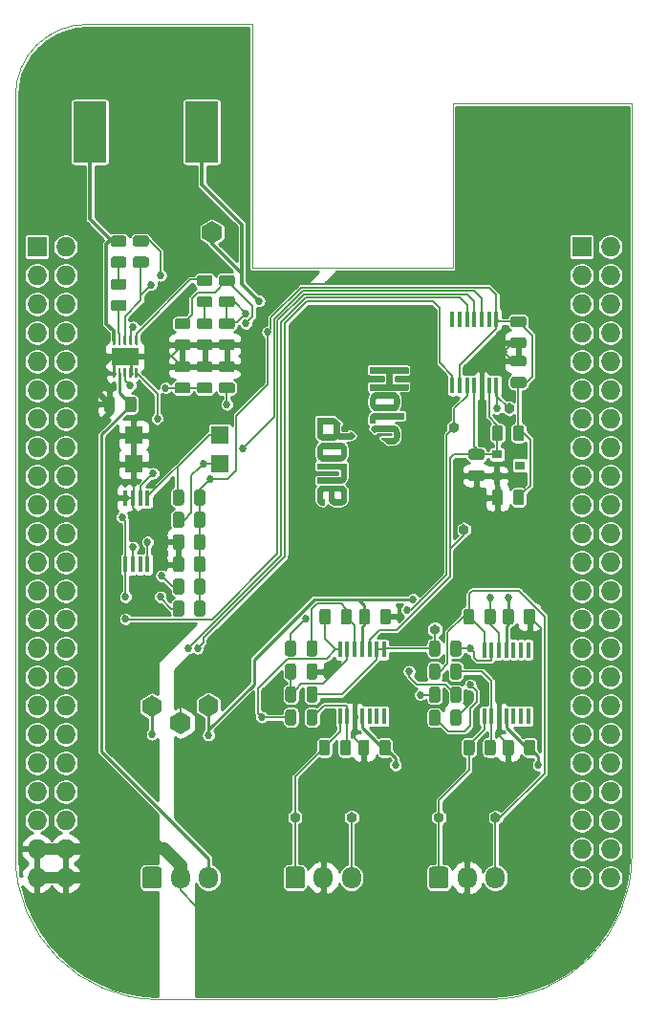
<source format=gbr>
G04 #@! TF.GenerationSoftware,KiCad,Pcbnew,5.1.5-52549c5~86~ubuntu18.04.1*
G04 #@! TF.CreationDate,2020-06-06T12:27:41+01:00*
G04 #@! TF.ProjectId,holobone,686f6c6f-626f-46e6-952e-6b696361645f,rev?*
G04 #@! TF.SameCoordinates,Original*
G04 #@! TF.FileFunction,Copper,L1,Top*
G04 #@! TF.FilePolarity,Positive*
%FSLAX46Y46*%
G04 Gerber Fmt 4.6, Leading zero omitted, Abs format (unit mm)*
G04 Created by KiCad (PCBNEW 5.1.5-52549c5~86~ubuntu18.04.1) date 2020-06-06 12:27:41*
%MOMM*%
%LPD*%
G04 APERTURE LIST*
G04 #@! TA.AperFunction,Profile*
%ADD10C,0.002540*%
G04 #@! TD*
G04 #@! TA.AperFunction,EtchedComponent*
%ADD11C,0.010000*%
G04 #@! TD*
G04 #@! TA.AperFunction,ComponentPad*
%ADD12R,1.727200X1.727200*%
G04 #@! TD*
G04 #@! TA.AperFunction,ComponentPad*
%ADD13O,1.727200X1.727200*%
G04 #@! TD*
G04 #@! TA.AperFunction,SMDPad,CuDef*
%ADD14R,0.450000X1.450000*%
G04 #@! TD*
G04 #@! TA.AperFunction,SMDPad,CuDef*
%ADD15C,0.150000*%
G04 #@! TD*
G04 #@! TA.AperFunction,SMDPad,CuDef*
%ADD16R,0.900000X0.800000*%
G04 #@! TD*
G04 #@! TA.AperFunction,SMDPad,CuDef*
%ADD17R,2.380000X1.650000*%
G04 #@! TD*
G04 #@! TA.AperFunction,SMDPad,CuDef*
%ADD18R,1.600000X1.600000*%
G04 #@! TD*
G04 #@! TA.AperFunction,SMDPad,CuDef*
%ADD19R,2.900000X5.400000*%
G04 #@! TD*
G04 #@! TA.AperFunction,ComponentPad*
%ADD20O,1.700000X1.950000*%
G04 #@! TD*
G04 #@! TA.AperFunction,ComponentPad*
%ADD21C,0.150000*%
G04 #@! TD*
G04 #@! TA.AperFunction,ViaPad*
%ADD22C,0.685800*%
G04 #@! TD*
G04 #@! TA.AperFunction,Conductor*
%ADD23C,0.152400*%
G04 #@! TD*
G04 #@! TA.AperFunction,Conductor*
%ADD24C,0.300387*%
G04 #@! TD*
G04 #@! TA.AperFunction,Conductor*
%ADD25C,0.250000*%
G04 #@! TD*
G04 #@! TA.AperFunction,Conductor*
%ADD26C,0.600000*%
G04 #@! TD*
G04 #@! TA.AperFunction,Conductor*
%ADD27C,1.000000*%
G04 #@! TD*
G04 #@! TA.AperFunction,Conductor*
%ADD28C,1.200000*%
G04 #@! TD*
G04 #@! TA.AperFunction,Conductor*
%ADD29C,0.254000*%
G04 #@! TD*
G04 APERTURE END LIST*
D10*
X114465100Y-116357400D02*
G75*
G03X127165100Y-129057400I12700000J0D01*
G01*
X156375100Y-129057400D02*
G75*
G03X169075100Y-116357400I0J12700000D01*
G01*
X120815100Y-42697400D02*
G75*
G03X114465100Y-49047400I0J-6350000D01*
G01*
X135420100Y-42697400D02*
X120815100Y-42697400D01*
X135420100Y-64287400D02*
X135420100Y-42697400D01*
X153200100Y-64287400D02*
X135420100Y-64287400D01*
X153200100Y-49682400D02*
X153200100Y-64287400D01*
X169075100Y-49682400D02*
X153200100Y-49682400D01*
X169075100Y-116357400D02*
X169075100Y-49682400D01*
X127165100Y-129057400D02*
X156375100Y-129057400D01*
X114465100Y-49047400D02*
X114465100Y-116357400D01*
D11*
G04 #@! TO.C, *
G36*
X148449868Y-76185611D02*
G01*
X148449690Y-76217748D01*
X148449322Y-76245711D01*
X148448744Y-76270042D01*
X148447936Y-76291284D01*
X148446877Y-76309982D01*
X148445547Y-76326678D01*
X148443926Y-76341916D01*
X148441993Y-76356241D01*
X148439729Y-76370194D01*
X148437373Y-76382977D01*
X148422614Y-76442956D01*
X148401809Y-76501847D01*
X148375235Y-76559136D01*
X148343170Y-76614310D01*
X148305891Y-76666856D01*
X148263675Y-76716261D01*
X148248688Y-76731809D01*
X148205488Y-76771250D01*
X148160126Y-76804731D01*
X148112512Y-76832294D01*
X148062555Y-76853983D01*
X148010165Y-76869840D01*
X147955250Y-76879907D01*
X147928336Y-76882666D01*
X147920908Y-76882993D01*
X147907494Y-76883301D01*
X147888442Y-76883590D01*
X147864104Y-76883860D01*
X147834827Y-76884112D01*
X147800961Y-76884345D01*
X147762856Y-76884560D01*
X147720862Y-76884755D01*
X147675326Y-76884933D01*
X147626600Y-76885091D01*
X147575031Y-76885231D01*
X147520971Y-76885352D01*
X147464767Y-76885455D01*
X147406769Y-76885539D01*
X147347328Y-76885605D01*
X147286791Y-76885652D01*
X147225509Y-76885680D01*
X147163831Y-76885690D01*
X147102106Y-76885681D01*
X147040684Y-76885654D01*
X146979913Y-76885609D01*
X146920145Y-76885545D01*
X146861727Y-76885462D01*
X146805009Y-76885361D01*
X146750340Y-76885242D01*
X146698071Y-76885104D01*
X146648550Y-76884948D01*
X146602126Y-76884773D01*
X146559150Y-76884580D01*
X146519970Y-76884368D01*
X146484936Y-76884139D01*
X146454397Y-76883890D01*
X146428703Y-76883624D01*
X146408203Y-76883339D01*
X146393246Y-76883036D01*
X146384182Y-76882714D01*
X146382628Y-76882612D01*
X146349312Y-76879068D01*
X146319476Y-76874025D01*
X146290320Y-76866919D01*
X146262915Y-76858482D01*
X146214767Y-76839240D01*
X146168070Y-76814203D01*
X146123232Y-76783843D01*
X146080661Y-76748629D01*
X146040768Y-76709030D01*
X146003959Y-76665517D01*
X145970643Y-76618561D01*
X145941229Y-76568629D01*
X145916125Y-76516194D01*
X145895741Y-76461724D01*
X145884684Y-76423371D01*
X145881001Y-76408653D01*
X145877810Y-76395211D01*
X145875072Y-76382473D01*
X145872751Y-76369867D01*
X145870810Y-76356821D01*
X145869210Y-76342764D01*
X145867915Y-76327123D01*
X145866888Y-76309328D01*
X145866090Y-76288807D01*
X145865484Y-76264987D01*
X145865034Y-76237297D01*
X145864702Y-76205165D01*
X145864450Y-76168019D01*
X145864240Y-76125288D01*
X145864173Y-76109512D01*
X145864061Y-76072400D01*
X145864034Y-76036242D01*
X145864088Y-76001691D01*
X145864217Y-75969403D01*
X145864418Y-75940029D01*
X145864685Y-75914225D01*
X145865014Y-75892645D01*
X145865400Y-75875941D01*
X145865838Y-75864769D01*
X145865956Y-75862903D01*
X145873753Y-75797777D01*
X145887615Y-75733902D01*
X145907367Y-75671786D01*
X145932838Y-75611936D01*
X145963854Y-75554859D01*
X145979119Y-75530894D01*
X146015751Y-75480545D01*
X146054992Y-75435244D01*
X146096588Y-75395189D01*
X146140286Y-75360580D01*
X146185833Y-75331614D01*
X146232974Y-75308491D01*
X146281456Y-75291410D01*
X146286528Y-75289998D01*
X146293003Y-75288213D01*
X146298947Y-75286556D01*
X146304608Y-75285023D01*
X146310229Y-75283610D01*
X146316058Y-75282311D01*
X146322340Y-75281121D01*
X146329320Y-75280037D01*
X146337244Y-75279052D01*
X146346358Y-75278162D01*
X146356908Y-75277363D01*
X146369139Y-75276649D01*
X146383297Y-75276016D01*
X146399628Y-75275458D01*
X146418377Y-75274972D01*
X146439791Y-75274551D01*
X146464114Y-75274193D01*
X146491593Y-75273890D01*
X146522473Y-75273640D01*
X146557001Y-75273436D01*
X146595421Y-75273274D01*
X146637980Y-75273150D01*
X146684922Y-75273058D01*
X146736495Y-75272994D01*
X146792943Y-75272952D01*
X146854513Y-75272929D01*
X146871005Y-75272927D01*
X146871005Y-75762161D01*
X146810910Y-75762161D01*
X146756216Y-75762191D01*
X146706734Y-75762252D01*
X146662272Y-75762344D01*
X146622642Y-75762467D01*
X146587654Y-75762623D01*
X146557117Y-75762813D01*
X146530842Y-75763037D01*
X146508640Y-75763295D01*
X146490319Y-75763589D01*
X146475692Y-75763919D01*
X146464567Y-75764287D01*
X146456754Y-75764692D01*
X146452065Y-75765135D01*
X146451638Y-75765202D01*
X146437118Y-75768306D01*
X146420336Y-75772847D01*
X146404903Y-75777847D01*
X146404773Y-75777894D01*
X146373810Y-75791287D01*
X146348418Y-75807175D01*
X146328158Y-75826001D01*
X146312590Y-75848210D01*
X146301278Y-75874243D01*
X146297803Y-75885992D01*
X146296415Y-75891663D01*
X146295250Y-75897562D01*
X146294290Y-75904283D01*
X146293513Y-75912418D01*
X146292900Y-75922559D01*
X146292430Y-75935299D01*
X146292084Y-75951232D01*
X146291841Y-75970949D01*
X146291682Y-75995043D01*
X146291586Y-76024108D01*
X146291534Y-76058735D01*
X146291522Y-76071412D01*
X146291522Y-76109309D01*
X146291595Y-76141402D01*
X146291755Y-76168239D01*
X146292016Y-76190365D01*
X146292391Y-76208328D01*
X146292896Y-76222674D01*
X146293542Y-76233949D01*
X146294345Y-76242700D01*
X146295318Y-76249473D01*
X146296128Y-76253415D01*
X146306494Y-76284216D01*
X146322261Y-76311703D01*
X146343366Y-76335803D01*
X146369749Y-76356440D01*
X146391909Y-76369080D01*
X146397560Y-76371998D01*
X146402521Y-76374693D01*
X146407051Y-76377172D01*
X146411409Y-76379446D01*
X146415852Y-76381523D01*
X146420640Y-76383411D01*
X146426031Y-76385120D01*
X146432284Y-76386658D01*
X146439657Y-76388034D01*
X146448409Y-76389258D01*
X146458798Y-76390337D01*
X146471083Y-76391282D01*
X146485523Y-76392100D01*
X146502375Y-76392801D01*
X146521900Y-76393394D01*
X146544354Y-76393886D01*
X146569998Y-76394289D01*
X146599088Y-76394609D01*
X146631885Y-76394856D01*
X146668646Y-76395040D01*
X146709630Y-76395168D01*
X146755096Y-76395249D01*
X146805302Y-76395293D01*
X146860507Y-76395309D01*
X146920970Y-76395305D01*
X146986948Y-76395290D01*
X147058700Y-76395273D01*
X147136486Y-76395262D01*
X147154900Y-76395262D01*
X147234088Y-76395269D01*
X147307184Y-76395285D01*
X147374447Y-76395301D01*
X147436135Y-76395307D01*
X147492507Y-76395296D01*
X147543820Y-76395259D01*
X147590334Y-76395186D01*
X147632306Y-76395069D01*
X147669995Y-76394900D01*
X147703659Y-76394669D01*
X147733556Y-76394368D01*
X147759946Y-76393988D01*
X147783086Y-76393520D01*
X147803235Y-76392956D01*
X147820650Y-76392287D01*
X147835591Y-76391503D01*
X147848316Y-76390597D01*
X147859083Y-76389559D01*
X147868151Y-76388381D01*
X147875777Y-76387054D01*
X147882220Y-76385570D01*
X147887739Y-76383918D01*
X147892592Y-76382092D01*
X147897037Y-76380081D01*
X147901333Y-76377878D01*
X147905737Y-76375473D01*
X147910509Y-76372858D01*
X147915907Y-76370024D01*
X147917072Y-76369436D01*
X147947624Y-76350961D01*
X147973141Y-76328675D01*
X147993551Y-76302660D01*
X148008787Y-76272996D01*
X148014468Y-76256734D01*
X148015842Y-76248902D01*
X148017085Y-76235508D01*
X148018190Y-76217339D01*
X148019150Y-76195181D01*
X148019959Y-76169821D01*
X148020610Y-76142045D01*
X148021096Y-76112640D01*
X148021412Y-76082393D01*
X148021549Y-76052091D01*
X148021502Y-76022519D01*
X148021263Y-75994465D01*
X148020827Y-75968716D01*
X148020187Y-75946057D01*
X148019335Y-75927276D01*
X148018265Y-75913159D01*
X148017429Y-75906731D01*
X148009585Y-75875473D01*
X147997654Y-75848390D01*
X147984940Y-75829633D01*
X147971182Y-75816028D01*
X147952655Y-75802370D01*
X147930864Y-75789593D01*
X147907311Y-75778627D01*
X147895397Y-75774133D01*
X147864513Y-75763437D01*
X147169188Y-75762441D01*
X147085592Y-75762330D01*
X147008156Y-75762246D01*
X146936690Y-75762189D01*
X146871005Y-75762161D01*
X146871005Y-75272927D01*
X146921450Y-75272919D01*
X146993999Y-75272917D01*
X147072407Y-75272918D01*
X147156966Y-75272918D01*
X147240207Y-75272917D01*
X147317342Y-75272920D01*
X147388616Y-75272928D01*
X147454274Y-75272943D01*
X147514561Y-75272967D01*
X147569722Y-75273002D01*
X147620000Y-75273049D01*
X147665640Y-75273112D01*
X147706888Y-75273190D01*
X147743988Y-75273287D01*
X147777185Y-75273404D01*
X147806722Y-75273542D01*
X147832846Y-75273705D01*
X147855800Y-75273893D01*
X147875829Y-75274108D01*
X147893178Y-75274353D01*
X147908091Y-75274629D01*
X147920814Y-75274938D01*
X147931590Y-75275281D01*
X147940664Y-75275661D01*
X147948282Y-75276080D01*
X147954688Y-75276539D01*
X147960126Y-75277040D01*
X147964841Y-75277585D01*
X147969077Y-75278176D01*
X147973080Y-75278815D01*
X147974593Y-75279071D01*
X148026117Y-75290625D01*
X148074797Y-75307295D01*
X148121075Y-75329323D01*
X148165393Y-75356950D01*
X148208192Y-75390417D01*
X148248913Y-75428933D01*
X148294307Y-75479929D01*
X148334001Y-75533689D01*
X148367973Y-75590181D01*
X148396206Y-75649370D01*
X148418681Y-75711223D01*
X148427936Y-75743848D01*
X148431708Y-75758663D01*
X148434979Y-75772189D01*
X148437787Y-75784997D01*
X148440172Y-75797658D01*
X148442174Y-75810745D01*
X148443830Y-75824830D01*
X148445180Y-75840485D01*
X148446264Y-75858282D01*
X148447120Y-75878793D01*
X148447788Y-75902591D01*
X148448307Y-75930246D01*
X148448715Y-75962332D01*
X148449052Y-75999421D01*
X148449358Y-76042083D01*
X148449466Y-76058712D01*
X148449736Y-76106636D01*
X148449877Y-76148754D01*
X148449868Y-76185611D01*
G37*
X148449868Y-76185611D02*
X148449690Y-76217748D01*
X148449322Y-76245711D01*
X148448744Y-76270042D01*
X148447936Y-76291284D01*
X148446877Y-76309982D01*
X148445547Y-76326678D01*
X148443926Y-76341916D01*
X148441993Y-76356241D01*
X148439729Y-76370194D01*
X148437373Y-76382977D01*
X148422614Y-76442956D01*
X148401809Y-76501847D01*
X148375235Y-76559136D01*
X148343170Y-76614310D01*
X148305891Y-76666856D01*
X148263675Y-76716261D01*
X148248688Y-76731809D01*
X148205488Y-76771250D01*
X148160126Y-76804731D01*
X148112512Y-76832294D01*
X148062555Y-76853983D01*
X148010165Y-76869840D01*
X147955250Y-76879907D01*
X147928336Y-76882666D01*
X147920908Y-76882993D01*
X147907494Y-76883301D01*
X147888442Y-76883590D01*
X147864104Y-76883860D01*
X147834827Y-76884112D01*
X147800961Y-76884345D01*
X147762856Y-76884560D01*
X147720862Y-76884755D01*
X147675326Y-76884933D01*
X147626600Y-76885091D01*
X147575031Y-76885231D01*
X147520971Y-76885352D01*
X147464767Y-76885455D01*
X147406769Y-76885539D01*
X147347328Y-76885605D01*
X147286791Y-76885652D01*
X147225509Y-76885680D01*
X147163831Y-76885690D01*
X147102106Y-76885681D01*
X147040684Y-76885654D01*
X146979913Y-76885609D01*
X146920145Y-76885545D01*
X146861727Y-76885462D01*
X146805009Y-76885361D01*
X146750340Y-76885242D01*
X146698071Y-76885104D01*
X146648550Y-76884948D01*
X146602126Y-76884773D01*
X146559150Y-76884580D01*
X146519970Y-76884368D01*
X146484936Y-76884139D01*
X146454397Y-76883890D01*
X146428703Y-76883624D01*
X146408203Y-76883339D01*
X146393246Y-76883036D01*
X146384182Y-76882714D01*
X146382628Y-76882612D01*
X146349312Y-76879068D01*
X146319476Y-76874025D01*
X146290320Y-76866919D01*
X146262915Y-76858482D01*
X146214767Y-76839240D01*
X146168070Y-76814203D01*
X146123232Y-76783843D01*
X146080661Y-76748629D01*
X146040768Y-76709030D01*
X146003959Y-76665517D01*
X145970643Y-76618561D01*
X145941229Y-76568629D01*
X145916125Y-76516194D01*
X145895741Y-76461724D01*
X145884684Y-76423371D01*
X145881001Y-76408653D01*
X145877810Y-76395211D01*
X145875072Y-76382473D01*
X145872751Y-76369867D01*
X145870810Y-76356821D01*
X145869210Y-76342764D01*
X145867915Y-76327123D01*
X145866888Y-76309328D01*
X145866090Y-76288807D01*
X145865484Y-76264987D01*
X145865034Y-76237297D01*
X145864702Y-76205165D01*
X145864450Y-76168019D01*
X145864240Y-76125288D01*
X145864173Y-76109512D01*
X145864061Y-76072400D01*
X145864034Y-76036242D01*
X145864088Y-76001691D01*
X145864217Y-75969403D01*
X145864418Y-75940029D01*
X145864685Y-75914225D01*
X145865014Y-75892645D01*
X145865400Y-75875941D01*
X145865838Y-75864769D01*
X145865956Y-75862903D01*
X145873753Y-75797777D01*
X145887615Y-75733902D01*
X145907367Y-75671786D01*
X145932838Y-75611936D01*
X145963854Y-75554859D01*
X145979119Y-75530894D01*
X146015751Y-75480545D01*
X146054992Y-75435244D01*
X146096588Y-75395189D01*
X146140286Y-75360580D01*
X146185833Y-75331614D01*
X146232974Y-75308491D01*
X146281456Y-75291410D01*
X146286528Y-75289998D01*
X146293003Y-75288213D01*
X146298947Y-75286556D01*
X146304608Y-75285023D01*
X146310229Y-75283610D01*
X146316058Y-75282311D01*
X146322340Y-75281121D01*
X146329320Y-75280037D01*
X146337244Y-75279052D01*
X146346358Y-75278162D01*
X146356908Y-75277363D01*
X146369139Y-75276649D01*
X146383297Y-75276016D01*
X146399628Y-75275458D01*
X146418377Y-75274972D01*
X146439791Y-75274551D01*
X146464114Y-75274193D01*
X146491593Y-75273890D01*
X146522473Y-75273640D01*
X146557001Y-75273436D01*
X146595421Y-75273274D01*
X146637980Y-75273150D01*
X146684922Y-75273058D01*
X146736495Y-75272994D01*
X146792943Y-75272952D01*
X146854513Y-75272929D01*
X146871005Y-75272927D01*
X146871005Y-75762161D01*
X146810910Y-75762161D01*
X146756216Y-75762191D01*
X146706734Y-75762252D01*
X146662272Y-75762344D01*
X146622642Y-75762467D01*
X146587654Y-75762623D01*
X146557117Y-75762813D01*
X146530842Y-75763037D01*
X146508640Y-75763295D01*
X146490319Y-75763589D01*
X146475692Y-75763919D01*
X146464567Y-75764287D01*
X146456754Y-75764692D01*
X146452065Y-75765135D01*
X146451638Y-75765202D01*
X146437118Y-75768306D01*
X146420336Y-75772847D01*
X146404903Y-75777847D01*
X146404773Y-75777894D01*
X146373810Y-75791287D01*
X146348418Y-75807175D01*
X146328158Y-75826001D01*
X146312590Y-75848210D01*
X146301278Y-75874243D01*
X146297803Y-75885992D01*
X146296415Y-75891663D01*
X146295250Y-75897562D01*
X146294290Y-75904283D01*
X146293513Y-75912418D01*
X146292900Y-75922559D01*
X146292430Y-75935299D01*
X146292084Y-75951232D01*
X146291841Y-75970949D01*
X146291682Y-75995043D01*
X146291586Y-76024108D01*
X146291534Y-76058735D01*
X146291522Y-76071412D01*
X146291522Y-76109309D01*
X146291595Y-76141402D01*
X146291755Y-76168239D01*
X146292016Y-76190365D01*
X146292391Y-76208328D01*
X146292896Y-76222674D01*
X146293542Y-76233949D01*
X146294345Y-76242700D01*
X146295318Y-76249473D01*
X146296128Y-76253415D01*
X146306494Y-76284216D01*
X146322261Y-76311703D01*
X146343366Y-76335803D01*
X146369749Y-76356440D01*
X146391909Y-76369080D01*
X146397560Y-76371998D01*
X146402521Y-76374693D01*
X146407051Y-76377172D01*
X146411409Y-76379446D01*
X146415852Y-76381523D01*
X146420640Y-76383411D01*
X146426031Y-76385120D01*
X146432284Y-76386658D01*
X146439657Y-76388034D01*
X146448409Y-76389258D01*
X146458798Y-76390337D01*
X146471083Y-76391282D01*
X146485523Y-76392100D01*
X146502375Y-76392801D01*
X146521900Y-76393394D01*
X146544354Y-76393886D01*
X146569998Y-76394289D01*
X146599088Y-76394609D01*
X146631885Y-76394856D01*
X146668646Y-76395040D01*
X146709630Y-76395168D01*
X146755096Y-76395249D01*
X146805302Y-76395293D01*
X146860507Y-76395309D01*
X146920970Y-76395305D01*
X146986948Y-76395290D01*
X147058700Y-76395273D01*
X147136486Y-76395262D01*
X147154900Y-76395262D01*
X147234088Y-76395269D01*
X147307184Y-76395285D01*
X147374447Y-76395301D01*
X147436135Y-76395307D01*
X147492507Y-76395296D01*
X147543820Y-76395259D01*
X147590334Y-76395186D01*
X147632306Y-76395069D01*
X147669995Y-76394900D01*
X147703659Y-76394669D01*
X147733556Y-76394368D01*
X147759946Y-76393988D01*
X147783086Y-76393520D01*
X147803235Y-76392956D01*
X147820650Y-76392287D01*
X147835591Y-76391503D01*
X147848316Y-76390597D01*
X147859083Y-76389559D01*
X147868151Y-76388381D01*
X147875777Y-76387054D01*
X147882220Y-76385570D01*
X147887739Y-76383918D01*
X147892592Y-76382092D01*
X147897037Y-76380081D01*
X147901333Y-76377878D01*
X147905737Y-76375473D01*
X147910509Y-76372858D01*
X147915907Y-76370024D01*
X147917072Y-76369436D01*
X147947624Y-76350961D01*
X147973141Y-76328675D01*
X147993551Y-76302660D01*
X148008787Y-76272996D01*
X148014468Y-76256734D01*
X148015842Y-76248902D01*
X148017085Y-76235508D01*
X148018190Y-76217339D01*
X148019150Y-76195181D01*
X148019959Y-76169821D01*
X148020610Y-76142045D01*
X148021096Y-76112640D01*
X148021412Y-76082393D01*
X148021549Y-76052091D01*
X148021502Y-76022519D01*
X148021263Y-75994465D01*
X148020827Y-75968716D01*
X148020187Y-75946057D01*
X148019335Y-75927276D01*
X148018265Y-75913159D01*
X148017429Y-75906731D01*
X148009585Y-75875473D01*
X147997654Y-75848390D01*
X147984940Y-75829633D01*
X147971182Y-75816028D01*
X147952655Y-75802370D01*
X147930864Y-75789593D01*
X147907311Y-75778627D01*
X147895397Y-75774133D01*
X147864513Y-75763437D01*
X147169188Y-75762441D01*
X147085592Y-75762330D01*
X147008156Y-75762246D01*
X146936690Y-75762189D01*
X146871005Y-75762161D01*
X146871005Y-75272927D01*
X146921450Y-75272919D01*
X146993999Y-75272917D01*
X147072407Y-75272918D01*
X147156966Y-75272918D01*
X147240207Y-75272917D01*
X147317342Y-75272920D01*
X147388616Y-75272928D01*
X147454274Y-75272943D01*
X147514561Y-75272967D01*
X147569722Y-75273002D01*
X147620000Y-75273049D01*
X147665640Y-75273112D01*
X147706888Y-75273190D01*
X147743988Y-75273287D01*
X147777185Y-75273404D01*
X147806722Y-75273542D01*
X147832846Y-75273705D01*
X147855800Y-75273893D01*
X147875829Y-75274108D01*
X147893178Y-75274353D01*
X147908091Y-75274629D01*
X147920814Y-75274938D01*
X147931590Y-75275281D01*
X147940664Y-75275661D01*
X147948282Y-75276080D01*
X147954688Y-75276539D01*
X147960126Y-75277040D01*
X147964841Y-75277585D01*
X147969077Y-75278176D01*
X147973080Y-75278815D01*
X147974593Y-75279071D01*
X148026117Y-75290625D01*
X148074797Y-75307295D01*
X148121075Y-75329323D01*
X148165393Y-75356950D01*
X148208192Y-75390417D01*
X148248913Y-75428933D01*
X148294307Y-75479929D01*
X148334001Y-75533689D01*
X148367973Y-75590181D01*
X148396206Y-75649370D01*
X148418681Y-75711223D01*
X148427936Y-75743848D01*
X148431708Y-75758663D01*
X148434979Y-75772189D01*
X148437787Y-75784997D01*
X148440172Y-75797658D01*
X148442174Y-75810745D01*
X148443830Y-75824830D01*
X148445180Y-75840485D01*
X148446264Y-75858282D01*
X148447120Y-75878793D01*
X148447788Y-75902591D01*
X148448307Y-75930246D01*
X148448715Y-75962332D01*
X148449052Y-75999421D01*
X148449358Y-76042083D01*
X148449466Y-76058712D01*
X148449736Y-76106636D01*
X148449877Y-76148754D01*
X148449868Y-76185611D01*
G36*
X143775108Y-84453858D02*
G01*
X143775088Y-84505466D01*
X143775050Y-84551448D01*
X143774989Y-84592167D01*
X143774898Y-84627985D01*
X143774774Y-84659264D01*
X143774611Y-84686367D01*
X143774404Y-84709655D01*
X143774149Y-84729491D01*
X143773841Y-84746237D01*
X143773475Y-84760255D01*
X143773045Y-84771908D01*
X143772546Y-84781557D01*
X143771975Y-84789566D01*
X143771326Y-84796296D01*
X143770593Y-84802109D01*
X143769773Y-84807368D01*
X143769488Y-84809012D01*
X143756930Y-84864260D01*
X143739429Y-84915629D01*
X143716789Y-84963461D01*
X143688809Y-85008097D01*
X143655293Y-85049879D01*
X143616043Y-85089148D01*
X143598084Y-85104738D01*
X143548581Y-85142316D01*
X143496601Y-85174404D01*
X143441726Y-85201194D01*
X143383540Y-85222878D01*
X143321624Y-85239648D01*
X143290925Y-85245922D01*
X143283339Y-85247295D01*
X143276161Y-85248488D01*
X143268894Y-85249516D01*
X143261043Y-85250394D01*
X143252111Y-85251137D01*
X143241601Y-85251761D01*
X143229017Y-85252280D01*
X143213862Y-85252711D01*
X143195640Y-85253067D01*
X143173855Y-85253364D01*
X143148009Y-85253618D01*
X143117606Y-85253843D01*
X143082150Y-85254054D01*
X143041145Y-85254268D01*
X143013113Y-85254406D01*
X142958652Y-85254621D01*
X142910413Y-85254703D01*
X142868268Y-85254653D01*
X142832091Y-85254468D01*
X142801755Y-85254147D01*
X142777132Y-85253689D01*
X142758095Y-85253094D01*
X142744518Y-85252360D01*
X142740069Y-85251974D01*
X142676039Y-85242546D01*
X142615385Y-85227787D01*
X142558148Y-85207716D01*
X142504368Y-85182352D01*
X142454087Y-85151713D01*
X142407345Y-85115817D01*
X142376194Y-85087017D01*
X142345199Y-85053671D01*
X142319180Y-85020018D01*
X142297570Y-84984978D01*
X142279805Y-84947467D01*
X142265321Y-84906404D01*
X142253552Y-84860707D01*
X142250551Y-84846356D01*
X142249734Y-84841882D01*
X142248998Y-84836841D01*
X142248337Y-84830887D01*
X142247747Y-84823675D01*
X142247222Y-84814858D01*
X142246757Y-84804091D01*
X142246347Y-84791027D01*
X142245986Y-84775322D01*
X142245669Y-84756628D01*
X142245390Y-84734601D01*
X142245146Y-84708895D01*
X142244929Y-84679163D01*
X142244735Y-84645060D01*
X142244560Y-84606239D01*
X142244396Y-84562356D01*
X142244240Y-84513065D01*
X142244086Y-84458018D01*
X142243973Y-84414518D01*
X142242946Y-84010500D01*
X141996831Y-84010500D01*
X141950560Y-84010513D01*
X141910191Y-84010558D01*
X141875278Y-84010643D01*
X141845374Y-84010777D01*
X141820032Y-84010969D01*
X141798806Y-84011226D01*
X141781248Y-84011557D01*
X141766912Y-84011971D01*
X141755350Y-84012476D01*
X141746115Y-84013081D01*
X141738761Y-84013793D01*
X141732841Y-84014622D01*
X141727907Y-84015576D01*
X141727865Y-84015586D01*
X141697007Y-84025081D01*
X141670665Y-84038920D01*
X141648656Y-84057283D01*
X141630794Y-84080352D01*
X141616897Y-84108306D01*
X141609038Y-84132311D01*
X141607918Y-84139693D01*
X141606881Y-84152788D01*
X141605931Y-84170959D01*
X141605072Y-84193570D01*
X141604307Y-84219984D01*
X141603640Y-84249565D01*
X141603075Y-84281675D01*
X141602615Y-84315680D01*
X141602263Y-84350941D01*
X141602024Y-84386822D01*
X141601901Y-84422687D01*
X141601897Y-84457900D01*
X141602016Y-84491823D01*
X141602263Y-84523820D01*
X141602639Y-84553254D01*
X141603150Y-84579490D01*
X141603798Y-84601889D01*
X141604587Y-84619817D01*
X141605522Y-84632636D01*
X141606174Y-84637729D01*
X141614489Y-84669708D01*
X141627597Y-84697793D01*
X141645259Y-84721711D01*
X141667237Y-84741193D01*
X141693291Y-84755968D01*
X141717845Y-84764463D01*
X141729947Y-84766727D01*
X141745539Y-84768429D01*
X141761765Y-84769278D01*
X141766005Y-84769325D01*
X141795500Y-84769325D01*
X141795500Y-85262426D01*
X141748590Y-85260309D01*
X141679447Y-85254660D01*
X141614342Y-85244139D01*
X141553285Y-85228748D01*
X141496286Y-85208492D01*
X141443353Y-85183374D01*
X141394496Y-85153398D01*
X141349724Y-85118568D01*
X141324107Y-85094622D01*
X141288568Y-85055143D01*
X141256844Y-85011991D01*
X141229531Y-84966190D01*
X141207224Y-84918761D01*
X141190519Y-84870724D01*
X141187859Y-84860965D01*
X141185231Y-84850813D01*
X141182875Y-84841434D01*
X141180775Y-84832444D01*
X141178919Y-84823460D01*
X141177291Y-84814096D01*
X141175877Y-84803968D01*
X141174663Y-84792692D01*
X141173634Y-84779885D01*
X141172777Y-84765161D01*
X141172076Y-84748136D01*
X141171518Y-84728426D01*
X141171088Y-84705647D01*
X141170771Y-84679415D01*
X141170555Y-84649345D01*
X141170423Y-84615053D01*
X141170362Y-84576155D01*
X141170357Y-84532267D01*
X141170395Y-84483004D01*
X141170460Y-84427981D01*
X141170501Y-84395855D01*
X141170573Y-84347875D01*
X141170662Y-84301558D01*
X141170766Y-84257312D01*
X141170884Y-84215546D01*
X141171013Y-84176669D01*
X141171152Y-84141088D01*
X141171299Y-84109214D01*
X141171452Y-84081453D01*
X141171609Y-84058216D01*
X141171769Y-84039910D01*
X141171930Y-84026945D01*
X141172089Y-84019728D01*
X141172164Y-84018437D01*
X141182438Y-83960253D01*
X141198418Y-83904856D01*
X141220105Y-83852243D01*
X141247499Y-83802412D01*
X141280603Y-83755360D01*
X141319417Y-83711083D01*
X141351756Y-83680159D01*
X141399288Y-83641642D01*
X141448772Y-83609060D01*
X141500635Y-83582184D01*
X141555303Y-83560785D01*
X141597063Y-83548533D01*
X141604760Y-83546539D01*
X141611819Y-83544688D01*
X141618488Y-83542977D01*
X141625016Y-83541398D01*
X141631652Y-83539948D01*
X141638645Y-83538619D01*
X141646243Y-83537408D01*
X141654696Y-83536308D01*
X141664251Y-83535315D01*
X141675158Y-83534423D01*
X141687666Y-83533626D01*
X141702022Y-83532919D01*
X141718477Y-83532297D01*
X141737279Y-83531755D01*
X141758676Y-83531286D01*
X141782917Y-83530886D01*
X141810252Y-83530550D01*
X141840928Y-83530271D01*
X141875195Y-83530045D01*
X141913302Y-83529865D01*
X141955496Y-83529728D01*
X142002028Y-83529627D01*
X142053145Y-83529557D01*
X142109096Y-83529513D01*
X142170131Y-83529489D01*
X142236498Y-83529479D01*
X142308446Y-83529480D01*
X142386223Y-83529484D01*
X142470078Y-83529487D01*
X142478125Y-83529487D01*
X142561257Y-83529489D01*
X142638284Y-83529495D01*
X142709452Y-83529508D01*
X142775005Y-83529529D01*
X142835188Y-83529560D01*
X142890248Y-83529602D01*
X142929825Y-83529646D01*
X142929825Y-84010500D01*
X142671800Y-84010500D01*
X142671863Y-84295456D01*
X142671910Y-84344960D01*
X142672027Y-84391173D01*
X142672209Y-84433760D01*
X142672453Y-84472385D01*
X142672756Y-84506713D01*
X142673114Y-84536407D01*
X142673524Y-84561133D01*
X142673982Y-84580554D01*
X142674484Y-84594335D01*
X142675027Y-84602140D01*
X142675092Y-84602637D01*
X142681780Y-84633775D01*
X142692525Y-84664012D01*
X142706652Y-84691986D01*
X142723487Y-84716336D01*
X142740042Y-84733718D01*
X142761027Y-84749067D01*
X142785859Y-84762124D01*
X142811500Y-84771438D01*
X142816436Y-84772714D01*
X142821828Y-84773790D01*
X142828234Y-84774683D01*
X142836211Y-84775410D01*
X142846317Y-84775988D01*
X142859111Y-84776433D01*
X142875149Y-84776762D01*
X142894990Y-84776993D01*
X142919191Y-84777141D01*
X142948311Y-84777224D01*
X142982906Y-84777258D01*
X143005175Y-84777262D01*
X143044943Y-84777252D01*
X143078929Y-84777187D01*
X143107704Y-84777014D01*
X143131835Y-84776683D01*
X143151893Y-84776140D01*
X143168446Y-84775335D01*
X143182062Y-84774213D01*
X143193312Y-84772725D01*
X143202764Y-84770817D01*
X143210988Y-84768437D01*
X143218551Y-84765534D01*
X143226024Y-84762056D01*
X143233975Y-84757950D01*
X143237653Y-84755994D01*
X143258221Y-84741687D01*
X143277201Y-84721844D01*
X143294104Y-84697181D01*
X143308444Y-84668417D01*
X143319733Y-84636269D01*
X143320264Y-84634387D01*
X143321618Y-84629428D01*
X143322787Y-84624639D01*
X143323785Y-84619539D01*
X143324626Y-84613644D01*
X143325323Y-84606472D01*
X143325891Y-84597540D01*
X143326342Y-84586365D01*
X143326690Y-84572465D01*
X143326949Y-84555356D01*
X143327132Y-84534556D01*
X143327254Y-84509582D01*
X143327327Y-84479952D01*
X143327366Y-84445182D01*
X143327384Y-84404790D01*
X143327390Y-84381975D01*
X143327389Y-84338131D01*
X143327359Y-84300165D01*
X143327290Y-84267604D01*
X143327172Y-84239976D01*
X143326992Y-84216808D01*
X143326742Y-84197629D01*
X143326410Y-84181966D01*
X143325985Y-84169346D01*
X143325458Y-84159297D01*
X143324817Y-84151347D01*
X143324051Y-84145024D01*
X143323151Y-84139854D01*
X143322106Y-84135366D01*
X143321828Y-84134325D01*
X143310892Y-84103098D01*
X143296316Y-84076912D01*
X143277845Y-84055434D01*
X143255222Y-84038331D01*
X143242551Y-84031450D01*
X143234969Y-84027807D01*
X143227905Y-84024613D01*
X143220905Y-84021838D01*
X143213518Y-84019453D01*
X143205290Y-84017428D01*
X143195768Y-84015735D01*
X143184501Y-84014342D01*
X143171035Y-84013221D01*
X143154917Y-84012343D01*
X143135695Y-84011677D01*
X143112917Y-84011195D01*
X143086128Y-84010866D01*
X143054878Y-84010662D01*
X143018712Y-84010553D01*
X142977179Y-84010508D01*
X142929825Y-84010500D01*
X142929825Y-83529646D01*
X142940429Y-83529658D01*
X142985976Y-83529729D01*
X143027134Y-83529817D01*
X143064149Y-83529923D01*
X143097267Y-83530049D01*
X143126731Y-83530198D01*
X143152787Y-83530370D01*
X143175681Y-83530567D01*
X143195657Y-83530792D01*
X143212961Y-83531046D01*
X143227838Y-83531330D01*
X143240533Y-83531647D01*
X143251292Y-83531998D01*
X143260359Y-83532384D01*
X143267980Y-83532808D01*
X143274400Y-83533272D01*
X143279863Y-83533776D01*
X143284616Y-83534324D01*
X143288904Y-83534915D01*
X143290925Y-83535225D01*
X143335873Y-83543448D01*
X143376552Y-83553506D01*
X143414919Y-83565986D01*
X143452931Y-83581477D01*
X143467829Y-83588341D01*
X143519779Y-83616128D01*
X143567662Y-83648153D01*
X143611208Y-83684098D01*
X143650144Y-83723647D01*
X143684200Y-83766482D01*
X143713104Y-83812286D01*
X143736585Y-83860742D01*
X143754371Y-83911532D01*
X143758931Y-83928696D01*
X143761295Y-83938348D01*
X143763417Y-83947251D01*
X143765310Y-83955781D01*
X143766987Y-83964318D01*
X143768461Y-83973238D01*
X143769745Y-83982921D01*
X143770852Y-83993745D01*
X143771795Y-84006087D01*
X143772588Y-84020327D01*
X143773243Y-84036841D01*
X143773774Y-84056008D01*
X143774194Y-84078207D01*
X143774515Y-84103816D01*
X143774751Y-84133212D01*
X143774916Y-84166775D01*
X143775021Y-84204881D01*
X143775080Y-84247910D01*
X143775106Y-84296239D01*
X143775113Y-84350247D01*
X143775113Y-84396262D01*
X143775108Y-84453858D01*
G37*
X143775108Y-84453858D02*
X143775088Y-84505466D01*
X143775050Y-84551448D01*
X143774989Y-84592167D01*
X143774898Y-84627985D01*
X143774774Y-84659264D01*
X143774611Y-84686367D01*
X143774404Y-84709655D01*
X143774149Y-84729491D01*
X143773841Y-84746237D01*
X143773475Y-84760255D01*
X143773045Y-84771908D01*
X143772546Y-84781557D01*
X143771975Y-84789566D01*
X143771326Y-84796296D01*
X143770593Y-84802109D01*
X143769773Y-84807368D01*
X143769488Y-84809012D01*
X143756930Y-84864260D01*
X143739429Y-84915629D01*
X143716789Y-84963461D01*
X143688809Y-85008097D01*
X143655293Y-85049879D01*
X143616043Y-85089148D01*
X143598084Y-85104738D01*
X143548581Y-85142316D01*
X143496601Y-85174404D01*
X143441726Y-85201194D01*
X143383540Y-85222878D01*
X143321624Y-85239648D01*
X143290925Y-85245922D01*
X143283339Y-85247295D01*
X143276161Y-85248488D01*
X143268894Y-85249516D01*
X143261043Y-85250394D01*
X143252111Y-85251137D01*
X143241601Y-85251761D01*
X143229017Y-85252280D01*
X143213862Y-85252711D01*
X143195640Y-85253067D01*
X143173855Y-85253364D01*
X143148009Y-85253618D01*
X143117606Y-85253843D01*
X143082150Y-85254054D01*
X143041145Y-85254268D01*
X143013113Y-85254406D01*
X142958652Y-85254621D01*
X142910413Y-85254703D01*
X142868268Y-85254653D01*
X142832091Y-85254468D01*
X142801755Y-85254147D01*
X142777132Y-85253689D01*
X142758095Y-85253094D01*
X142744518Y-85252360D01*
X142740069Y-85251974D01*
X142676039Y-85242546D01*
X142615385Y-85227787D01*
X142558148Y-85207716D01*
X142504368Y-85182352D01*
X142454087Y-85151713D01*
X142407345Y-85115817D01*
X142376194Y-85087017D01*
X142345199Y-85053671D01*
X142319180Y-85020018D01*
X142297570Y-84984978D01*
X142279805Y-84947467D01*
X142265321Y-84906404D01*
X142253552Y-84860707D01*
X142250551Y-84846356D01*
X142249734Y-84841882D01*
X142248998Y-84836841D01*
X142248337Y-84830887D01*
X142247747Y-84823675D01*
X142247222Y-84814858D01*
X142246757Y-84804091D01*
X142246347Y-84791027D01*
X142245986Y-84775322D01*
X142245669Y-84756628D01*
X142245390Y-84734601D01*
X142245146Y-84708895D01*
X142244929Y-84679163D01*
X142244735Y-84645060D01*
X142244560Y-84606239D01*
X142244396Y-84562356D01*
X142244240Y-84513065D01*
X142244086Y-84458018D01*
X142243973Y-84414518D01*
X142242946Y-84010500D01*
X141996831Y-84010500D01*
X141950560Y-84010513D01*
X141910191Y-84010558D01*
X141875278Y-84010643D01*
X141845374Y-84010777D01*
X141820032Y-84010969D01*
X141798806Y-84011226D01*
X141781248Y-84011557D01*
X141766912Y-84011971D01*
X141755350Y-84012476D01*
X141746115Y-84013081D01*
X141738761Y-84013793D01*
X141732841Y-84014622D01*
X141727907Y-84015576D01*
X141727865Y-84015586D01*
X141697007Y-84025081D01*
X141670665Y-84038920D01*
X141648656Y-84057283D01*
X141630794Y-84080352D01*
X141616897Y-84108306D01*
X141609038Y-84132311D01*
X141607918Y-84139693D01*
X141606881Y-84152788D01*
X141605931Y-84170959D01*
X141605072Y-84193570D01*
X141604307Y-84219984D01*
X141603640Y-84249565D01*
X141603075Y-84281675D01*
X141602615Y-84315680D01*
X141602263Y-84350941D01*
X141602024Y-84386822D01*
X141601901Y-84422687D01*
X141601897Y-84457900D01*
X141602016Y-84491823D01*
X141602263Y-84523820D01*
X141602639Y-84553254D01*
X141603150Y-84579490D01*
X141603798Y-84601889D01*
X141604587Y-84619817D01*
X141605522Y-84632636D01*
X141606174Y-84637729D01*
X141614489Y-84669708D01*
X141627597Y-84697793D01*
X141645259Y-84721711D01*
X141667237Y-84741193D01*
X141693291Y-84755968D01*
X141717845Y-84764463D01*
X141729947Y-84766727D01*
X141745539Y-84768429D01*
X141761765Y-84769278D01*
X141766005Y-84769325D01*
X141795500Y-84769325D01*
X141795500Y-85262426D01*
X141748590Y-85260309D01*
X141679447Y-85254660D01*
X141614342Y-85244139D01*
X141553285Y-85228748D01*
X141496286Y-85208492D01*
X141443353Y-85183374D01*
X141394496Y-85153398D01*
X141349724Y-85118568D01*
X141324107Y-85094622D01*
X141288568Y-85055143D01*
X141256844Y-85011991D01*
X141229531Y-84966190D01*
X141207224Y-84918761D01*
X141190519Y-84870724D01*
X141187859Y-84860965D01*
X141185231Y-84850813D01*
X141182875Y-84841434D01*
X141180775Y-84832444D01*
X141178919Y-84823460D01*
X141177291Y-84814096D01*
X141175877Y-84803968D01*
X141174663Y-84792692D01*
X141173634Y-84779885D01*
X141172777Y-84765161D01*
X141172076Y-84748136D01*
X141171518Y-84728426D01*
X141171088Y-84705647D01*
X141170771Y-84679415D01*
X141170555Y-84649345D01*
X141170423Y-84615053D01*
X141170362Y-84576155D01*
X141170357Y-84532267D01*
X141170395Y-84483004D01*
X141170460Y-84427981D01*
X141170501Y-84395855D01*
X141170573Y-84347875D01*
X141170662Y-84301558D01*
X141170766Y-84257312D01*
X141170884Y-84215546D01*
X141171013Y-84176669D01*
X141171152Y-84141088D01*
X141171299Y-84109214D01*
X141171452Y-84081453D01*
X141171609Y-84058216D01*
X141171769Y-84039910D01*
X141171930Y-84026945D01*
X141172089Y-84019728D01*
X141172164Y-84018437D01*
X141182438Y-83960253D01*
X141198418Y-83904856D01*
X141220105Y-83852243D01*
X141247499Y-83802412D01*
X141280603Y-83755360D01*
X141319417Y-83711083D01*
X141351756Y-83680159D01*
X141399288Y-83641642D01*
X141448772Y-83609060D01*
X141500635Y-83582184D01*
X141555303Y-83560785D01*
X141597063Y-83548533D01*
X141604760Y-83546539D01*
X141611819Y-83544688D01*
X141618488Y-83542977D01*
X141625016Y-83541398D01*
X141631652Y-83539948D01*
X141638645Y-83538619D01*
X141646243Y-83537408D01*
X141654696Y-83536308D01*
X141664251Y-83535315D01*
X141675158Y-83534423D01*
X141687666Y-83533626D01*
X141702022Y-83532919D01*
X141718477Y-83532297D01*
X141737279Y-83531755D01*
X141758676Y-83531286D01*
X141782917Y-83530886D01*
X141810252Y-83530550D01*
X141840928Y-83530271D01*
X141875195Y-83530045D01*
X141913302Y-83529865D01*
X141955496Y-83529728D01*
X142002028Y-83529627D01*
X142053145Y-83529557D01*
X142109096Y-83529513D01*
X142170131Y-83529489D01*
X142236498Y-83529479D01*
X142308446Y-83529480D01*
X142386223Y-83529484D01*
X142470078Y-83529487D01*
X142478125Y-83529487D01*
X142561257Y-83529489D01*
X142638284Y-83529495D01*
X142709452Y-83529508D01*
X142775005Y-83529529D01*
X142835188Y-83529560D01*
X142890248Y-83529602D01*
X142929825Y-83529646D01*
X142929825Y-84010500D01*
X142671800Y-84010500D01*
X142671863Y-84295456D01*
X142671910Y-84344960D01*
X142672027Y-84391173D01*
X142672209Y-84433760D01*
X142672453Y-84472385D01*
X142672756Y-84506713D01*
X142673114Y-84536407D01*
X142673524Y-84561133D01*
X142673982Y-84580554D01*
X142674484Y-84594335D01*
X142675027Y-84602140D01*
X142675092Y-84602637D01*
X142681780Y-84633775D01*
X142692525Y-84664012D01*
X142706652Y-84691986D01*
X142723487Y-84716336D01*
X142740042Y-84733718D01*
X142761027Y-84749067D01*
X142785859Y-84762124D01*
X142811500Y-84771438D01*
X142816436Y-84772714D01*
X142821828Y-84773790D01*
X142828234Y-84774683D01*
X142836211Y-84775410D01*
X142846317Y-84775988D01*
X142859111Y-84776433D01*
X142875149Y-84776762D01*
X142894990Y-84776993D01*
X142919191Y-84777141D01*
X142948311Y-84777224D01*
X142982906Y-84777258D01*
X143005175Y-84777262D01*
X143044943Y-84777252D01*
X143078929Y-84777187D01*
X143107704Y-84777014D01*
X143131835Y-84776683D01*
X143151893Y-84776140D01*
X143168446Y-84775335D01*
X143182062Y-84774213D01*
X143193312Y-84772725D01*
X143202764Y-84770817D01*
X143210988Y-84768437D01*
X143218551Y-84765534D01*
X143226024Y-84762056D01*
X143233975Y-84757950D01*
X143237653Y-84755994D01*
X143258221Y-84741687D01*
X143277201Y-84721844D01*
X143294104Y-84697181D01*
X143308444Y-84668417D01*
X143319733Y-84636269D01*
X143320264Y-84634387D01*
X143321618Y-84629428D01*
X143322787Y-84624639D01*
X143323785Y-84619539D01*
X143324626Y-84613644D01*
X143325323Y-84606472D01*
X143325891Y-84597540D01*
X143326342Y-84586365D01*
X143326690Y-84572465D01*
X143326949Y-84555356D01*
X143327132Y-84534556D01*
X143327254Y-84509582D01*
X143327327Y-84479952D01*
X143327366Y-84445182D01*
X143327384Y-84404790D01*
X143327390Y-84381975D01*
X143327389Y-84338131D01*
X143327359Y-84300165D01*
X143327290Y-84267604D01*
X143327172Y-84239976D01*
X143326992Y-84216808D01*
X143326742Y-84197629D01*
X143326410Y-84181966D01*
X143325985Y-84169346D01*
X143325458Y-84159297D01*
X143324817Y-84151347D01*
X143324051Y-84145024D01*
X143323151Y-84139854D01*
X143322106Y-84135366D01*
X143321828Y-84134325D01*
X143310892Y-84103098D01*
X143296316Y-84076912D01*
X143277845Y-84055434D01*
X143255222Y-84038331D01*
X143242551Y-84031450D01*
X143234969Y-84027807D01*
X143227905Y-84024613D01*
X143220905Y-84021838D01*
X143213518Y-84019453D01*
X143205290Y-84017428D01*
X143195768Y-84015735D01*
X143184501Y-84014342D01*
X143171035Y-84013221D01*
X143154917Y-84012343D01*
X143135695Y-84011677D01*
X143112917Y-84011195D01*
X143086128Y-84010866D01*
X143054878Y-84010662D01*
X143018712Y-84010553D01*
X142977179Y-84010508D01*
X142929825Y-84010500D01*
X142929825Y-83529646D01*
X142940429Y-83529658D01*
X142985976Y-83529729D01*
X143027134Y-83529817D01*
X143064149Y-83529923D01*
X143097267Y-83530049D01*
X143126731Y-83530198D01*
X143152787Y-83530370D01*
X143175681Y-83530567D01*
X143195657Y-83530792D01*
X143212961Y-83531046D01*
X143227838Y-83531330D01*
X143240533Y-83531647D01*
X143251292Y-83531998D01*
X143260359Y-83532384D01*
X143267980Y-83532808D01*
X143274400Y-83533272D01*
X143279863Y-83533776D01*
X143284616Y-83534324D01*
X143288904Y-83534915D01*
X143290925Y-83535225D01*
X143335873Y-83543448D01*
X143376552Y-83553506D01*
X143414919Y-83565986D01*
X143452931Y-83581477D01*
X143467829Y-83588341D01*
X143519779Y-83616128D01*
X143567662Y-83648153D01*
X143611208Y-83684098D01*
X143650144Y-83723647D01*
X143684200Y-83766482D01*
X143713104Y-83812286D01*
X143736585Y-83860742D01*
X143754371Y-83911532D01*
X143758931Y-83928696D01*
X143761295Y-83938348D01*
X143763417Y-83947251D01*
X143765310Y-83955781D01*
X143766987Y-83964318D01*
X143768461Y-83973238D01*
X143769745Y-83982921D01*
X143770852Y-83993745D01*
X143771795Y-84006087D01*
X143772588Y-84020327D01*
X143773243Y-84036841D01*
X143773774Y-84056008D01*
X143774194Y-84078207D01*
X143774515Y-84103816D01*
X143774751Y-84133212D01*
X143774916Y-84166775D01*
X143775021Y-84204881D01*
X143775080Y-84247910D01*
X143775106Y-84296239D01*
X143775113Y-84350247D01*
X143775113Y-84396262D01*
X143775108Y-84453858D01*
G36*
X143698891Y-82004626D02*
G01*
X143636956Y-82005487D01*
X143651516Y-82022950D01*
X143681555Y-82062738D01*
X143707553Y-82104921D01*
X143728933Y-82148375D01*
X143745115Y-82191978D01*
X143752197Y-82218212D01*
X143753429Y-82223815D01*
X143754501Y-82229463D01*
X143755427Y-82235632D01*
X143756221Y-82242799D01*
X143756896Y-82251441D01*
X143757466Y-82262034D01*
X143757946Y-82275055D01*
X143758349Y-82290981D01*
X143758690Y-82310288D01*
X143758982Y-82333454D01*
X143759239Y-82360955D01*
X143759475Y-82393267D01*
X143759704Y-82430868D01*
X143759940Y-82474234D01*
X143759996Y-82484912D01*
X143760232Y-82537529D01*
X143760349Y-82584270D01*
X143760330Y-82625608D01*
X143760161Y-82662017D01*
X143759827Y-82693969D01*
X143759311Y-82721939D01*
X143758599Y-82746399D01*
X143757674Y-82767822D01*
X143756523Y-82786683D01*
X143755128Y-82803453D01*
X143753475Y-82818606D01*
X143751549Y-82832616D01*
X143749334Y-82845956D01*
X143748003Y-82853093D01*
X143734143Y-82908410D01*
X143714294Y-82962526D01*
X143688780Y-83014885D01*
X143657930Y-83064931D01*
X143622070Y-83112107D01*
X143581527Y-83155859D01*
X143556415Y-83179079D01*
X143511363Y-83214778D01*
X143464543Y-83244585D01*
X143415535Y-83268674D01*
X143363919Y-83287220D01*
X143309275Y-83300398D01*
X143251182Y-83308383D01*
X143244278Y-83308975D01*
X143236520Y-83309335D01*
X143222499Y-83309667D01*
X143202211Y-83309972D01*
X143175649Y-83310250D01*
X143142809Y-83310501D01*
X143103686Y-83310725D01*
X143058273Y-83310921D01*
X143006567Y-83311090D01*
X142948561Y-83311232D01*
X142884251Y-83311347D01*
X142813630Y-83311435D01*
X142736694Y-83311496D01*
X142653438Y-83311529D01*
X142563857Y-83311536D01*
X142467944Y-83311515D01*
X142365695Y-83311467D01*
X142257105Y-83311393D01*
X142187613Y-83311334D01*
X141171613Y-83310412D01*
X141170800Y-83066770D01*
X141169986Y-82823128D01*
X143155988Y-82821462D01*
X143180256Y-82814535D01*
X143213366Y-82802637D01*
X143243447Y-82786939D01*
X143269753Y-82767999D01*
X143291539Y-82746373D01*
X143308060Y-82722617D01*
X143311043Y-82716896D01*
X143314676Y-82709464D01*
X143317829Y-82702706D01*
X143320536Y-82696133D01*
X143322831Y-82689259D01*
X143324748Y-82681594D01*
X143326322Y-82672652D01*
X143327586Y-82661943D01*
X143328573Y-82648981D01*
X143329319Y-82633278D01*
X143329857Y-82614345D01*
X143330221Y-82591694D01*
X143330444Y-82564839D01*
X143330561Y-82533290D01*
X143330607Y-82496560D01*
X143330613Y-82454161D01*
X143330613Y-82435700D01*
X143330610Y-82392599D01*
X143330591Y-82355369D01*
X143330544Y-82323527D01*
X143330454Y-82296593D01*
X143330307Y-82274086D01*
X143330090Y-82255527D01*
X143329790Y-82240434D01*
X143329392Y-82228326D01*
X143328883Y-82218724D01*
X143328249Y-82211145D01*
X143327476Y-82205111D01*
X143326552Y-82200140D01*
X143325461Y-82195751D01*
X143324191Y-82191464D01*
X143323606Y-82189594D01*
X143313743Y-82165020D01*
X143300314Y-82143347D01*
X143282891Y-82124267D01*
X143261049Y-82107471D01*
X143234360Y-82092651D01*
X143202398Y-82079497D01*
X143164738Y-82067702D01*
X143149612Y-82063707D01*
X143121063Y-82056480D01*
X141171613Y-82053112D01*
X141170800Y-81809954D01*
X141169986Y-81566797D01*
X141465806Y-81564686D01*
X141493505Y-81564512D01*
X141527209Y-81564342D01*
X141566570Y-81564176D01*
X141611245Y-81564016D01*
X141660887Y-81563860D01*
X141715150Y-81563711D01*
X141773689Y-81563569D01*
X141836158Y-81563433D01*
X141902212Y-81563306D01*
X141971504Y-81563186D01*
X142043688Y-81563076D01*
X142118420Y-81562975D01*
X142195354Y-81562884D01*
X142274143Y-81562803D01*
X142354442Y-81562734D01*
X142435905Y-81562677D01*
X142518188Y-81562631D01*
X142600942Y-81562599D01*
X142683825Y-81562580D01*
X142754645Y-81562575D01*
X143747665Y-81562575D01*
X143754245Y-81570940D01*
X143755543Y-81572701D01*
X143756659Y-81574749D01*
X143757605Y-81577551D01*
X143758395Y-81581573D01*
X143759045Y-81587280D01*
X143759567Y-81595140D01*
X143759976Y-81605619D01*
X143760285Y-81619183D01*
X143760508Y-81636299D01*
X143760659Y-81657432D01*
X143760753Y-81683049D01*
X143760802Y-81713617D01*
X143760822Y-81749601D01*
X143760825Y-81791469D01*
X143760825Y-82003765D01*
X143698891Y-82004626D01*
G37*
X143698891Y-82004626D02*
X143636956Y-82005487D01*
X143651516Y-82022950D01*
X143681555Y-82062738D01*
X143707553Y-82104921D01*
X143728933Y-82148375D01*
X143745115Y-82191978D01*
X143752197Y-82218212D01*
X143753429Y-82223815D01*
X143754501Y-82229463D01*
X143755427Y-82235632D01*
X143756221Y-82242799D01*
X143756896Y-82251441D01*
X143757466Y-82262034D01*
X143757946Y-82275055D01*
X143758349Y-82290981D01*
X143758690Y-82310288D01*
X143758982Y-82333454D01*
X143759239Y-82360955D01*
X143759475Y-82393267D01*
X143759704Y-82430868D01*
X143759940Y-82474234D01*
X143759996Y-82484912D01*
X143760232Y-82537529D01*
X143760349Y-82584270D01*
X143760330Y-82625608D01*
X143760161Y-82662017D01*
X143759827Y-82693969D01*
X143759311Y-82721939D01*
X143758599Y-82746399D01*
X143757674Y-82767822D01*
X143756523Y-82786683D01*
X143755128Y-82803453D01*
X143753475Y-82818606D01*
X143751549Y-82832616D01*
X143749334Y-82845956D01*
X143748003Y-82853093D01*
X143734143Y-82908410D01*
X143714294Y-82962526D01*
X143688780Y-83014885D01*
X143657930Y-83064931D01*
X143622070Y-83112107D01*
X143581527Y-83155859D01*
X143556415Y-83179079D01*
X143511363Y-83214778D01*
X143464543Y-83244585D01*
X143415535Y-83268674D01*
X143363919Y-83287220D01*
X143309275Y-83300398D01*
X143251182Y-83308383D01*
X143244278Y-83308975D01*
X143236520Y-83309335D01*
X143222499Y-83309667D01*
X143202211Y-83309972D01*
X143175649Y-83310250D01*
X143142809Y-83310501D01*
X143103686Y-83310725D01*
X143058273Y-83310921D01*
X143006567Y-83311090D01*
X142948561Y-83311232D01*
X142884251Y-83311347D01*
X142813630Y-83311435D01*
X142736694Y-83311496D01*
X142653438Y-83311529D01*
X142563857Y-83311536D01*
X142467944Y-83311515D01*
X142365695Y-83311467D01*
X142257105Y-83311393D01*
X142187613Y-83311334D01*
X141171613Y-83310412D01*
X141170800Y-83066770D01*
X141169986Y-82823128D01*
X143155988Y-82821462D01*
X143180256Y-82814535D01*
X143213366Y-82802637D01*
X143243447Y-82786939D01*
X143269753Y-82767999D01*
X143291539Y-82746373D01*
X143308060Y-82722617D01*
X143311043Y-82716896D01*
X143314676Y-82709464D01*
X143317829Y-82702706D01*
X143320536Y-82696133D01*
X143322831Y-82689259D01*
X143324748Y-82681594D01*
X143326322Y-82672652D01*
X143327586Y-82661943D01*
X143328573Y-82648981D01*
X143329319Y-82633278D01*
X143329857Y-82614345D01*
X143330221Y-82591694D01*
X143330444Y-82564839D01*
X143330561Y-82533290D01*
X143330607Y-82496560D01*
X143330613Y-82454161D01*
X143330613Y-82435700D01*
X143330610Y-82392599D01*
X143330591Y-82355369D01*
X143330544Y-82323527D01*
X143330454Y-82296593D01*
X143330307Y-82274086D01*
X143330090Y-82255527D01*
X143329790Y-82240434D01*
X143329392Y-82228326D01*
X143328883Y-82218724D01*
X143328249Y-82211145D01*
X143327476Y-82205111D01*
X143326552Y-82200140D01*
X143325461Y-82195751D01*
X143324191Y-82191464D01*
X143323606Y-82189594D01*
X143313743Y-82165020D01*
X143300314Y-82143347D01*
X143282891Y-82124267D01*
X143261049Y-82107471D01*
X143234360Y-82092651D01*
X143202398Y-82079497D01*
X143164738Y-82067702D01*
X143149612Y-82063707D01*
X143121063Y-82056480D01*
X141171613Y-82053112D01*
X141170800Y-81809954D01*
X141169986Y-81566797D01*
X141465806Y-81564686D01*
X141493505Y-81564512D01*
X141527209Y-81564342D01*
X141566570Y-81564176D01*
X141611245Y-81564016D01*
X141660887Y-81563860D01*
X141715150Y-81563711D01*
X141773689Y-81563569D01*
X141836158Y-81563433D01*
X141902212Y-81563306D01*
X141971504Y-81563186D01*
X142043688Y-81563076D01*
X142118420Y-81562975D01*
X142195354Y-81562884D01*
X142274143Y-81562803D01*
X142354442Y-81562734D01*
X142435905Y-81562677D01*
X142518188Y-81562631D01*
X142600942Y-81562599D01*
X142683825Y-81562580D01*
X142754645Y-81562575D01*
X143747665Y-81562575D01*
X143754245Y-81570940D01*
X143755543Y-81572701D01*
X143756659Y-81574749D01*
X143757605Y-81577551D01*
X143758395Y-81581573D01*
X143759045Y-81587280D01*
X143759567Y-81595140D01*
X143759976Y-81605619D01*
X143760285Y-81619183D01*
X143760508Y-81636299D01*
X143760659Y-81657432D01*
X143760753Y-81683049D01*
X143760802Y-81713617D01*
X143760822Y-81749601D01*
X143760825Y-81791469D01*
X143760825Y-82003765D01*
X143698891Y-82004626D01*
G36*
X144511460Y-79106784D02*
G01*
X144506656Y-79114856D01*
X144499344Y-79126240D01*
X144490142Y-79140026D01*
X144479667Y-79155306D01*
X144468537Y-79171170D01*
X144457371Y-79186710D01*
X144446785Y-79201017D01*
X144443775Y-79204984D01*
X144408403Y-79246819D01*
X144369665Y-79283988D01*
X144327291Y-79316641D01*
X144281012Y-79344926D01*
X144230558Y-79368995D01*
X144175659Y-79388996D01*
X144116047Y-79405079D01*
X144065436Y-79415114D01*
X144060055Y-79415964D01*
X144054183Y-79416727D01*
X144047461Y-79417411D01*
X144039528Y-79418019D01*
X144030024Y-79418559D01*
X144018589Y-79419036D01*
X144004862Y-79419456D01*
X143988482Y-79419824D01*
X143969090Y-79420147D01*
X143946325Y-79420430D01*
X143919827Y-79420679D01*
X143889234Y-79420899D01*
X143854188Y-79421097D01*
X143814327Y-79421278D01*
X143769291Y-79421448D01*
X143718720Y-79421612D01*
X143662253Y-79421777D01*
X143646525Y-79421821D01*
X143585437Y-79421984D01*
X143530332Y-79422110D01*
X143480844Y-79422187D01*
X143436605Y-79422203D01*
X143397249Y-79422146D01*
X143362409Y-79422005D01*
X143331719Y-79421767D01*
X143304811Y-79421421D01*
X143281319Y-79420954D01*
X143260875Y-79420355D01*
X143243115Y-79419612D01*
X143227669Y-79418712D01*
X143214173Y-79417645D01*
X143202258Y-79416398D01*
X143191559Y-79414959D01*
X143181708Y-79413317D01*
X143172339Y-79411459D01*
X143163084Y-79409373D01*
X143153578Y-79407049D01*
X143148050Y-79405649D01*
X143100413Y-79390718D01*
X143056943Y-79371337D01*
X143017835Y-79347625D01*
X142983277Y-79319702D01*
X142953463Y-79287687D01*
X142947975Y-79280657D01*
X142932673Y-79260443D01*
X142919673Y-79286416D01*
X142896114Y-79326549D01*
X142867639Y-79362715D01*
X142834345Y-79394843D01*
X142796332Y-79422860D01*
X142753697Y-79446696D01*
X142706538Y-79466279D01*
X142654955Y-79481537D01*
X142649758Y-79482776D01*
X142639345Y-79485208D01*
X142629770Y-79487400D01*
X142620665Y-79489365D01*
X142611662Y-79491116D01*
X142602392Y-79492667D01*
X142592489Y-79494031D01*
X142581583Y-79495223D01*
X142569308Y-79496255D01*
X142555295Y-79497141D01*
X142539177Y-79497895D01*
X142520585Y-79498529D01*
X142499151Y-79499059D01*
X142474509Y-79499496D01*
X142446288Y-79499855D01*
X142414123Y-79500149D01*
X142377645Y-79500392D01*
X142336486Y-79500597D01*
X142290278Y-79500778D01*
X142238653Y-79500948D01*
X142181244Y-79501120D01*
X142147925Y-79501219D01*
X142077474Y-79501398D01*
X142012731Y-79501499D01*
X141953762Y-79501524D01*
X141900631Y-79501472D01*
X141853404Y-79501344D01*
X141812146Y-79501140D01*
X141776920Y-79500860D01*
X141747793Y-79500505D01*
X141724829Y-79500074D01*
X141708092Y-79499569D01*
X141698594Y-79499065D01*
X141632733Y-79491334D01*
X141570372Y-79478335D01*
X141511532Y-79460077D01*
X141456232Y-79436570D01*
X141404495Y-79407821D01*
X141356339Y-79373841D01*
X141311786Y-79334637D01*
X141304142Y-79327018D01*
X141270175Y-79288974D01*
X141241415Y-79248897D01*
X141217443Y-79206006D01*
X141197837Y-79159522D01*
X141182175Y-79108663D01*
X141178754Y-79094871D01*
X141171783Y-79065437D01*
X141169925Y-77523975D01*
X141608016Y-77523975D01*
X141608016Y-78041500D01*
X141608910Y-78455043D01*
X141609042Y-78514844D01*
X141609171Y-78568629D01*
X141609302Y-78616734D01*
X141609440Y-78659492D01*
X141609590Y-78697238D01*
X141609758Y-78730306D01*
X141609948Y-78759031D01*
X141610167Y-78783748D01*
X141610419Y-78804791D01*
X141610709Y-78822494D01*
X141611043Y-78837193D01*
X141611427Y-78849220D01*
X141611865Y-78858912D01*
X141612362Y-78866602D01*
X141612925Y-78872626D01*
X141613558Y-78877316D01*
X141614266Y-78881009D01*
X141615055Y-78884038D01*
X141615694Y-78886050D01*
X141627722Y-78914999D01*
X141642779Y-78938659D01*
X141661487Y-78957618D01*
X141684469Y-78972463D01*
X141712349Y-78983782D01*
X141722475Y-78986774D01*
X141725819Y-78987606D01*
X141729668Y-78988351D01*
X141734366Y-78989016D01*
X141740256Y-78989605D01*
X141747681Y-78990121D01*
X141756985Y-78990571D01*
X141768511Y-78990958D01*
X141782602Y-78991287D01*
X141799603Y-78991563D01*
X141819855Y-78991790D01*
X141843702Y-78991974D01*
X141871489Y-78992117D01*
X141903557Y-78992227D01*
X141940251Y-78992306D01*
X141981913Y-78992359D01*
X142028888Y-78992391D01*
X142081518Y-78992408D01*
X142140147Y-78992412D01*
X142141575Y-78992412D01*
X142201064Y-78992416D01*
X142254549Y-78992419D01*
X142302378Y-78992406D01*
X142344896Y-78992365D01*
X142382450Y-78992282D01*
X142415387Y-78992142D01*
X142444053Y-78991932D01*
X142468795Y-78991638D01*
X142489960Y-78991247D01*
X142507893Y-78990744D01*
X142522942Y-78990116D01*
X142535453Y-78989349D01*
X142545772Y-78988429D01*
X142554246Y-78987343D01*
X142561223Y-78986077D01*
X142567047Y-78984616D01*
X142572066Y-78982948D01*
X142576627Y-78981058D01*
X142581075Y-78978933D01*
X142585758Y-78976559D01*
X142589630Y-78974607D01*
X142612394Y-78959785D01*
X142631803Y-78939617D01*
X142647795Y-78914186D01*
X142660310Y-78883575D01*
X142663110Y-78874346D01*
X142670138Y-78849537D01*
X142671062Y-78445518D01*
X142671986Y-78041500D01*
X141608016Y-78041500D01*
X141608016Y-77523975D01*
X142677683Y-77523975D01*
X142977984Y-77781943D01*
X143278284Y-78039912D01*
X143203568Y-78040763D01*
X143128852Y-78041615D01*
X143129720Y-78421763D01*
X143130588Y-78801912D01*
X143138248Y-78820962D01*
X143149547Y-78841230D01*
X143166252Y-78860347D01*
X143187433Y-78877616D01*
X143212163Y-78892342D01*
X143239513Y-78903826D01*
X143254761Y-78908363D01*
X143258865Y-78909366D01*
X143263133Y-78910256D01*
X143267950Y-78911040D01*
X143273701Y-78911723D01*
X143280772Y-78912314D01*
X143289548Y-78912819D01*
X143300413Y-78913245D01*
X143313755Y-78913598D01*
X143329957Y-78913885D01*
X143349405Y-78914114D01*
X143372485Y-78914289D01*
X143399581Y-78914420D01*
X143431080Y-78914511D01*
X143467366Y-78914571D01*
X143508825Y-78914605D01*
X143555841Y-78914621D01*
X143608802Y-78914624D01*
X143611901Y-78914625D01*
X143666429Y-78914624D01*
X143715000Y-78914613D01*
X143758007Y-78914575D01*
X143795844Y-78914495D01*
X143828904Y-78914357D01*
X143857579Y-78914146D01*
X143882263Y-78913846D01*
X143903350Y-78913441D01*
X143921232Y-78912916D01*
X143936302Y-78912256D01*
X143948954Y-78911444D01*
X143959580Y-78910465D01*
X143968575Y-78909304D01*
X143976330Y-78907945D01*
X143983240Y-78906372D01*
X143989698Y-78904570D01*
X143996096Y-78902523D01*
X144002827Y-78900215D01*
X144006365Y-78898985D01*
X144029239Y-78889814D01*
X144050573Y-78878931D01*
X144069586Y-78866938D01*
X144085497Y-78854437D01*
X144097526Y-78842030D01*
X144104890Y-78830317D01*
X144106900Y-78821580D01*
X144104902Y-78811077D01*
X144100519Y-78802593D01*
X144094138Y-78794481D01*
X144106075Y-78780139D01*
X144113089Y-78772645D01*
X144119006Y-78767953D01*
X144121908Y-78767058D01*
X144124976Y-78769306D01*
X144132374Y-78775308D01*
X144143664Y-78784688D01*
X144158405Y-78797068D01*
X144176158Y-78812071D01*
X144196483Y-78829319D01*
X144218943Y-78848437D01*
X144243096Y-78869045D01*
X144268504Y-78890768D01*
X144294728Y-78913229D01*
X144321328Y-78936049D01*
X144347864Y-78958851D01*
X144373898Y-78981260D01*
X144398991Y-79002897D01*
X144422701Y-79023384D01*
X144444592Y-79042346D01*
X144464222Y-79059405D01*
X144481153Y-79074184D01*
X144494945Y-79086305D01*
X144505160Y-79095391D01*
X144511357Y-79101066D01*
X144513139Y-79102931D01*
X144511460Y-79106784D01*
G37*
X144511460Y-79106784D02*
X144506656Y-79114856D01*
X144499344Y-79126240D01*
X144490142Y-79140026D01*
X144479667Y-79155306D01*
X144468537Y-79171170D01*
X144457371Y-79186710D01*
X144446785Y-79201017D01*
X144443775Y-79204984D01*
X144408403Y-79246819D01*
X144369665Y-79283988D01*
X144327291Y-79316641D01*
X144281012Y-79344926D01*
X144230558Y-79368995D01*
X144175659Y-79388996D01*
X144116047Y-79405079D01*
X144065436Y-79415114D01*
X144060055Y-79415964D01*
X144054183Y-79416727D01*
X144047461Y-79417411D01*
X144039528Y-79418019D01*
X144030024Y-79418559D01*
X144018589Y-79419036D01*
X144004862Y-79419456D01*
X143988482Y-79419824D01*
X143969090Y-79420147D01*
X143946325Y-79420430D01*
X143919827Y-79420679D01*
X143889234Y-79420899D01*
X143854188Y-79421097D01*
X143814327Y-79421278D01*
X143769291Y-79421448D01*
X143718720Y-79421612D01*
X143662253Y-79421777D01*
X143646525Y-79421821D01*
X143585437Y-79421984D01*
X143530332Y-79422110D01*
X143480844Y-79422187D01*
X143436605Y-79422203D01*
X143397249Y-79422146D01*
X143362409Y-79422005D01*
X143331719Y-79421767D01*
X143304811Y-79421421D01*
X143281319Y-79420954D01*
X143260875Y-79420355D01*
X143243115Y-79419612D01*
X143227669Y-79418712D01*
X143214173Y-79417645D01*
X143202258Y-79416398D01*
X143191559Y-79414959D01*
X143181708Y-79413317D01*
X143172339Y-79411459D01*
X143163084Y-79409373D01*
X143153578Y-79407049D01*
X143148050Y-79405649D01*
X143100413Y-79390718D01*
X143056943Y-79371337D01*
X143017835Y-79347625D01*
X142983277Y-79319702D01*
X142953463Y-79287687D01*
X142947975Y-79280657D01*
X142932673Y-79260443D01*
X142919673Y-79286416D01*
X142896114Y-79326549D01*
X142867639Y-79362715D01*
X142834345Y-79394843D01*
X142796332Y-79422860D01*
X142753697Y-79446696D01*
X142706538Y-79466279D01*
X142654955Y-79481537D01*
X142649758Y-79482776D01*
X142639345Y-79485208D01*
X142629770Y-79487400D01*
X142620665Y-79489365D01*
X142611662Y-79491116D01*
X142602392Y-79492667D01*
X142592489Y-79494031D01*
X142581583Y-79495223D01*
X142569308Y-79496255D01*
X142555295Y-79497141D01*
X142539177Y-79497895D01*
X142520585Y-79498529D01*
X142499151Y-79499059D01*
X142474509Y-79499496D01*
X142446288Y-79499855D01*
X142414123Y-79500149D01*
X142377645Y-79500392D01*
X142336486Y-79500597D01*
X142290278Y-79500778D01*
X142238653Y-79500948D01*
X142181244Y-79501120D01*
X142147925Y-79501219D01*
X142077474Y-79501398D01*
X142012731Y-79501499D01*
X141953762Y-79501524D01*
X141900631Y-79501472D01*
X141853404Y-79501344D01*
X141812146Y-79501140D01*
X141776920Y-79500860D01*
X141747793Y-79500505D01*
X141724829Y-79500074D01*
X141708092Y-79499569D01*
X141698594Y-79499065D01*
X141632733Y-79491334D01*
X141570372Y-79478335D01*
X141511532Y-79460077D01*
X141456232Y-79436570D01*
X141404495Y-79407821D01*
X141356339Y-79373841D01*
X141311786Y-79334637D01*
X141304142Y-79327018D01*
X141270175Y-79288974D01*
X141241415Y-79248897D01*
X141217443Y-79206006D01*
X141197837Y-79159522D01*
X141182175Y-79108663D01*
X141178754Y-79094871D01*
X141171783Y-79065437D01*
X141169925Y-77523975D01*
X141608016Y-77523975D01*
X141608016Y-78041500D01*
X141608910Y-78455043D01*
X141609042Y-78514844D01*
X141609171Y-78568629D01*
X141609302Y-78616734D01*
X141609440Y-78659492D01*
X141609590Y-78697238D01*
X141609758Y-78730306D01*
X141609948Y-78759031D01*
X141610167Y-78783748D01*
X141610419Y-78804791D01*
X141610709Y-78822494D01*
X141611043Y-78837193D01*
X141611427Y-78849220D01*
X141611865Y-78858912D01*
X141612362Y-78866602D01*
X141612925Y-78872626D01*
X141613558Y-78877316D01*
X141614266Y-78881009D01*
X141615055Y-78884038D01*
X141615694Y-78886050D01*
X141627722Y-78914999D01*
X141642779Y-78938659D01*
X141661487Y-78957618D01*
X141684469Y-78972463D01*
X141712349Y-78983782D01*
X141722475Y-78986774D01*
X141725819Y-78987606D01*
X141729668Y-78988351D01*
X141734366Y-78989016D01*
X141740256Y-78989605D01*
X141747681Y-78990121D01*
X141756985Y-78990571D01*
X141768511Y-78990958D01*
X141782602Y-78991287D01*
X141799603Y-78991563D01*
X141819855Y-78991790D01*
X141843702Y-78991974D01*
X141871489Y-78992117D01*
X141903557Y-78992227D01*
X141940251Y-78992306D01*
X141981913Y-78992359D01*
X142028888Y-78992391D01*
X142081518Y-78992408D01*
X142140147Y-78992412D01*
X142141575Y-78992412D01*
X142201064Y-78992416D01*
X142254549Y-78992419D01*
X142302378Y-78992406D01*
X142344896Y-78992365D01*
X142382450Y-78992282D01*
X142415387Y-78992142D01*
X142444053Y-78991932D01*
X142468795Y-78991638D01*
X142489960Y-78991247D01*
X142507893Y-78990744D01*
X142522942Y-78990116D01*
X142535453Y-78989349D01*
X142545772Y-78988429D01*
X142554246Y-78987343D01*
X142561223Y-78986077D01*
X142567047Y-78984616D01*
X142572066Y-78982948D01*
X142576627Y-78981058D01*
X142581075Y-78978933D01*
X142585758Y-78976559D01*
X142589630Y-78974607D01*
X142612394Y-78959785D01*
X142631803Y-78939617D01*
X142647795Y-78914186D01*
X142660310Y-78883575D01*
X142663110Y-78874346D01*
X142670138Y-78849537D01*
X142671062Y-78445518D01*
X142671986Y-78041500D01*
X141608016Y-78041500D01*
X141608016Y-77523975D01*
X142677683Y-77523975D01*
X142977984Y-77781943D01*
X143278284Y-78039912D01*
X143203568Y-78040763D01*
X143128852Y-78041615D01*
X143129720Y-78421763D01*
X143130588Y-78801912D01*
X143138248Y-78820962D01*
X143149547Y-78841230D01*
X143166252Y-78860347D01*
X143187433Y-78877616D01*
X143212163Y-78892342D01*
X143239513Y-78903826D01*
X143254761Y-78908363D01*
X143258865Y-78909366D01*
X143263133Y-78910256D01*
X143267950Y-78911040D01*
X143273701Y-78911723D01*
X143280772Y-78912314D01*
X143289548Y-78912819D01*
X143300413Y-78913245D01*
X143313755Y-78913598D01*
X143329957Y-78913885D01*
X143349405Y-78914114D01*
X143372485Y-78914289D01*
X143399581Y-78914420D01*
X143431080Y-78914511D01*
X143467366Y-78914571D01*
X143508825Y-78914605D01*
X143555841Y-78914621D01*
X143608802Y-78914624D01*
X143611901Y-78914625D01*
X143666429Y-78914624D01*
X143715000Y-78914613D01*
X143758007Y-78914575D01*
X143795844Y-78914495D01*
X143828904Y-78914357D01*
X143857579Y-78914146D01*
X143882263Y-78913846D01*
X143903350Y-78913441D01*
X143921232Y-78912916D01*
X143936302Y-78912256D01*
X143948954Y-78911444D01*
X143959580Y-78910465D01*
X143968575Y-78909304D01*
X143976330Y-78907945D01*
X143983240Y-78906372D01*
X143989698Y-78904570D01*
X143996096Y-78902523D01*
X144002827Y-78900215D01*
X144006365Y-78898985D01*
X144029239Y-78889814D01*
X144050573Y-78878931D01*
X144069586Y-78866938D01*
X144085497Y-78854437D01*
X144097526Y-78842030D01*
X144104890Y-78830317D01*
X144106900Y-78821580D01*
X144104902Y-78811077D01*
X144100519Y-78802593D01*
X144094138Y-78794481D01*
X144106075Y-78780139D01*
X144113089Y-78772645D01*
X144119006Y-78767953D01*
X144121908Y-78767058D01*
X144124976Y-78769306D01*
X144132374Y-78775308D01*
X144143664Y-78784688D01*
X144158405Y-78797068D01*
X144176158Y-78812071D01*
X144196483Y-78829319D01*
X144218943Y-78848437D01*
X144243096Y-78869045D01*
X144268504Y-78890768D01*
X144294728Y-78913229D01*
X144321328Y-78936049D01*
X144347864Y-78958851D01*
X144373898Y-78981260D01*
X144398991Y-79002897D01*
X144422701Y-79023384D01*
X144444592Y-79042346D01*
X144464222Y-79059405D01*
X144481153Y-79074184D01*
X144494945Y-79086305D01*
X144505160Y-79095391D01*
X144511357Y-79101066D01*
X144513139Y-79102931D01*
X144511460Y-79106784D01*
G36*
X148448701Y-79058007D02*
G01*
X148448643Y-79098738D01*
X148448508Y-79134192D01*
X148448266Y-79164907D01*
X148447884Y-79191418D01*
X148447333Y-79214262D01*
X148446580Y-79233976D01*
X148445596Y-79251096D01*
X148444347Y-79266160D01*
X148442805Y-79279703D01*
X148440936Y-79292263D01*
X148438711Y-79304376D01*
X148436098Y-79316578D01*
X148433066Y-79329407D01*
X148429584Y-79343398D01*
X148429425Y-79344028D01*
X148412538Y-79399603D01*
X148390421Y-79453941D01*
X148363529Y-79506455D01*
X148332316Y-79556555D01*
X148297238Y-79603651D01*
X148258749Y-79647155D01*
X148217304Y-79686478D01*
X148173358Y-79721031D01*
X148127366Y-79750223D01*
X148107786Y-79760625D01*
X148094852Y-79766557D01*
X148078242Y-79773394D01*
X148060349Y-79780181D01*
X148047461Y-79784687D01*
X148035829Y-79788584D01*
X148025413Y-79792017D01*
X148015748Y-79795017D01*
X148006372Y-79797616D01*
X147996820Y-79799844D01*
X147986627Y-79801732D01*
X147975332Y-79803312D01*
X147962469Y-79804614D01*
X147947574Y-79805669D01*
X147930185Y-79806509D01*
X147909836Y-79807165D01*
X147886065Y-79807667D01*
X147858407Y-79808046D01*
X147826399Y-79808334D01*
X147789576Y-79808561D01*
X147747475Y-79808760D01*
X147699633Y-79808959D01*
X147683538Y-79809026D01*
X147410488Y-79810176D01*
X147132096Y-79567982D01*
X147095986Y-79536548D01*
X147061236Y-79506262D01*
X147028144Y-79477386D01*
X146997009Y-79450182D01*
X146968129Y-79424910D01*
X146941801Y-79401833D01*
X146918325Y-79381213D01*
X146897997Y-79363312D01*
X146881118Y-79348390D01*
X146867983Y-79336711D01*
X146858893Y-79328535D01*
X146854144Y-79324124D01*
X146853490Y-79323406D01*
X146856583Y-79323137D01*
X146865685Y-79322878D01*
X146880453Y-79322628D01*
X146900547Y-79322390D01*
X146925623Y-79322166D01*
X146955340Y-79321957D01*
X146989358Y-79321764D01*
X147027333Y-79321590D01*
X147068924Y-79321437D01*
X147113790Y-79321305D01*
X147161588Y-79321196D01*
X147211977Y-79321113D01*
X147264615Y-79321056D01*
X147319161Y-79321028D01*
X147343947Y-79321025D01*
X147411072Y-79321029D01*
X147472156Y-79321034D01*
X147527509Y-79321029D01*
X147577438Y-79321000D01*
X147622254Y-79320936D01*
X147662265Y-79320825D01*
X147697781Y-79320655D01*
X147729110Y-79320414D01*
X147756562Y-79320090D01*
X147780446Y-79319671D01*
X147801070Y-79319145D01*
X147818744Y-79318500D01*
X147833777Y-79317724D01*
X147846478Y-79316805D01*
X147857155Y-79315731D01*
X147866119Y-79314490D01*
X147873678Y-79313070D01*
X147880142Y-79311460D01*
X147885818Y-79309646D01*
X147891017Y-79307617D01*
X147896047Y-79305361D01*
X147901218Y-79302867D01*
X147906839Y-79300121D01*
X147908963Y-79299102D01*
X147940560Y-79281557D01*
X147966465Y-79261562D01*
X147986993Y-79238722D01*
X148002461Y-79212641D01*
X148013185Y-79182925D01*
X148017429Y-79163443D01*
X148018553Y-79155791D01*
X148019470Y-79146727D01*
X148020190Y-79135653D01*
X148020724Y-79121971D01*
X148021086Y-79105083D01*
X148021285Y-79084391D01*
X148021335Y-79059297D01*
X148021247Y-79029203D01*
X148021033Y-78993511D01*
X148020959Y-78983407D01*
X148020687Y-78948250D01*
X148020428Y-78918835D01*
X148020151Y-78894555D01*
X148019827Y-78874803D01*
X148019426Y-78858972D01*
X148018919Y-78846453D01*
X148018277Y-78836639D01*
X148017469Y-78828924D01*
X148016467Y-78822699D01*
X148015240Y-78817357D01*
X148013760Y-78812291D01*
X148012451Y-78808262D01*
X148007606Y-78795023D01*
X148002173Y-78782256D01*
X147997661Y-78773337D01*
X147983287Y-78754240D01*
X147963658Y-78736320D01*
X147939851Y-78720243D01*
X147912940Y-78706677D01*
X147884002Y-78696286D01*
X147866100Y-78691850D01*
X147862731Y-78691357D01*
X147857457Y-78690902D01*
X147850045Y-78690484D01*
X147840266Y-78690101D01*
X147827890Y-78689751D01*
X147812684Y-78689433D01*
X147794420Y-78689147D01*
X147772865Y-78688890D01*
X147747789Y-78688661D01*
X147718962Y-78688459D01*
X147686153Y-78688282D01*
X147649131Y-78688130D01*
X147607665Y-78688000D01*
X147561526Y-78687892D01*
X147510481Y-78687803D01*
X147454300Y-78687733D01*
X147392754Y-78687681D01*
X147325610Y-78687644D01*
X147252638Y-78687622D01*
X147173608Y-78687612D01*
X146457988Y-78687612D01*
X146431753Y-78694613D01*
X146400185Y-78705030D01*
X146371867Y-78718372D01*
X146347661Y-78734126D01*
X146328425Y-78751774D01*
X146321140Y-78760867D01*
X146314913Y-78771113D01*
X146307987Y-78784796D01*
X146301655Y-78799323D01*
X146300412Y-78802526D01*
X146290352Y-78829179D01*
X146282095Y-78821545D01*
X146278358Y-78818159D01*
X146270303Y-78810909D01*
X146258343Y-78800168D01*
X146242893Y-78786307D01*
X146224367Y-78769695D01*
X146203179Y-78750706D01*
X146179743Y-78729710D01*
X146154472Y-78707077D01*
X146127781Y-78683180D01*
X146115088Y-78671818D01*
X146087921Y-78647494D01*
X146062017Y-78624285D01*
X146037785Y-78602558D01*
X146015635Y-78582683D01*
X145995976Y-78565027D01*
X145979220Y-78549958D01*
X145965774Y-78537845D01*
X145956050Y-78529056D01*
X145950457Y-78523958D01*
X145949372Y-78522943D01*
X145942406Y-78516162D01*
X145961466Y-78484412D01*
X145995772Y-78432320D01*
X146033281Y-78384824D01*
X146073694Y-78342167D01*
X146116711Y-78304594D01*
X146162031Y-78272348D01*
X146209353Y-78245671D01*
X146258377Y-78224809D01*
X146296063Y-78213129D01*
X146302490Y-78211437D01*
X146308509Y-78209869D01*
X146314370Y-78208419D01*
X146320320Y-78207082D01*
X146326608Y-78205855D01*
X146333482Y-78204732D01*
X146341191Y-78203710D01*
X146349983Y-78202782D01*
X146360106Y-78201945D01*
X146371809Y-78201195D01*
X146385340Y-78200525D01*
X146400947Y-78199932D01*
X146418879Y-78199411D01*
X146439384Y-78198957D01*
X146462710Y-78198567D01*
X146489107Y-78198234D01*
X146518821Y-78197954D01*
X146552103Y-78197723D01*
X146589199Y-78197537D01*
X146630358Y-78197390D01*
X146675829Y-78197277D01*
X146725860Y-78197195D01*
X146780700Y-78197138D01*
X146840596Y-78197102D01*
X146905798Y-78197083D01*
X146976553Y-78197075D01*
X147053109Y-78197073D01*
X147135716Y-78197074D01*
X147153601Y-78197075D01*
X147247921Y-78197087D01*
X147335955Y-78197125D01*
X147417769Y-78197189D01*
X147493427Y-78197278D01*
X147562993Y-78197393D01*
X147626532Y-78197536D01*
X147684109Y-78197704D01*
X147735788Y-78197900D01*
X147781634Y-78198123D01*
X147821711Y-78198374D01*
X147856085Y-78198652D01*
X147884819Y-78198959D01*
X147907978Y-78199294D01*
X147925627Y-78199657D01*
X147937831Y-78200050D01*
X147944654Y-78200472D01*
X147944807Y-78200488D01*
X147999161Y-78209547D01*
X148051260Y-78224465D01*
X148101220Y-78245296D01*
X148149156Y-78272095D01*
X148195186Y-78304915D01*
X148228382Y-78333382D01*
X148267502Y-78373131D01*
X148304133Y-78417612D01*
X148337703Y-78465819D01*
X148367637Y-78516744D01*
X148393361Y-78569381D01*
X148414303Y-78622725D01*
X148429887Y-78675768D01*
X148433947Y-78693962D01*
X148436681Y-78707515D01*
X148439055Y-78719888D01*
X148441094Y-78731625D01*
X148442825Y-78743274D01*
X148444271Y-78755379D01*
X148445459Y-78768488D01*
X148446414Y-78783146D01*
X148447162Y-78799899D01*
X148447727Y-78819294D01*
X148448135Y-78841876D01*
X148448412Y-78868191D01*
X148448583Y-78898786D01*
X148448673Y-78934206D01*
X148448708Y-78974999D01*
X148448713Y-79011462D01*
X148448701Y-79058007D01*
G37*
X148448701Y-79058007D02*
X148448643Y-79098738D01*
X148448508Y-79134192D01*
X148448266Y-79164907D01*
X148447884Y-79191418D01*
X148447333Y-79214262D01*
X148446580Y-79233976D01*
X148445596Y-79251096D01*
X148444347Y-79266160D01*
X148442805Y-79279703D01*
X148440936Y-79292263D01*
X148438711Y-79304376D01*
X148436098Y-79316578D01*
X148433066Y-79329407D01*
X148429584Y-79343398D01*
X148429425Y-79344028D01*
X148412538Y-79399603D01*
X148390421Y-79453941D01*
X148363529Y-79506455D01*
X148332316Y-79556555D01*
X148297238Y-79603651D01*
X148258749Y-79647155D01*
X148217304Y-79686478D01*
X148173358Y-79721031D01*
X148127366Y-79750223D01*
X148107786Y-79760625D01*
X148094852Y-79766557D01*
X148078242Y-79773394D01*
X148060349Y-79780181D01*
X148047461Y-79784687D01*
X148035829Y-79788584D01*
X148025413Y-79792017D01*
X148015748Y-79795017D01*
X148006372Y-79797616D01*
X147996820Y-79799844D01*
X147986627Y-79801732D01*
X147975332Y-79803312D01*
X147962469Y-79804614D01*
X147947574Y-79805669D01*
X147930185Y-79806509D01*
X147909836Y-79807165D01*
X147886065Y-79807667D01*
X147858407Y-79808046D01*
X147826399Y-79808334D01*
X147789576Y-79808561D01*
X147747475Y-79808760D01*
X147699633Y-79808959D01*
X147683538Y-79809026D01*
X147410488Y-79810176D01*
X147132096Y-79567982D01*
X147095986Y-79536548D01*
X147061236Y-79506262D01*
X147028144Y-79477386D01*
X146997009Y-79450182D01*
X146968129Y-79424910D01*
X146941801Y-79401833D01*
X146918325Y-79381213D01*
X146897997Y-79363312D01*
X146881118Y-79348390D01*
X146867983Y-79336711D01*
X146858893Y-79328535D01*
X146854144Y-79324124D01*
X146853490Y-79323406D01*
X146856583Y-79323137D01*
X146865685Y-79322878D01*
X146880453Y-79322628D01*
X146900547Y-79322390D01*
X146925623Y-79322166D01*
X146955340Y-79321957D01*
X146989358Y-79321764D01*
X147027333Y-79321590D01*
X147068924Y-79321437D01*
X147113790Y-79321305D01*
X147161588Y-79321196D01*
X147211977Y-79321113D01*
X147264615Y-79321056D01*
X147319161Y-79321028D01*
X147343947Y-79321025D01*
X147411072Y-79321029D01*
X147472156Y-79321034D01*
X147527509Y-79321029D01*
X147577438Y-79321000D01*
X147622254Y-79320936D01*
X147662265Y-79320825D01*
X147697781Y-79320655D01*
X147729110Y-79320414D01*
X147756562Y-79320090D01*
X147780446Y-79319671D01*
X147801070Y-79319145D01*
X147818744Y-79318500D01*
X147833777Y-79317724D01*
X147846478Y-79316805D01*
X147857155Y-79315731D01*
X147866119Y-79314490D01*
X147873678Y-79313070D01*
X147880142Y-79311460D01*
X147885818Y-79309646D01*
X147891017Y-79307617D01*
X147896047Y-79305361D01*
X147901218Y-79302867D01*
X147906839Y-79300121D01*
X147908963Y-79299102D01*
X147940560Y-79281557D01*
X147966465Y-79261562D01*
X147986993Y-79238722D01*
X148002461Y-79212641D01*
X148013185Y-79182925D01*
X148017429Y-79163443D01*
X148018553Y-79155791D01*
X148019470Y-79146727D01*
X148020190Y-79135653D01*
X148020724Y-79121971D01*
X148021086Y-79105083D01*
X148021285Y-79084391D01*
X148021335Y-79059297D01*
X148021247Y-79029203D01*
X148021033Y-78993511D01*
X148020959Y-78983407D01*
X148020687Y-78948250D01*
X148020428Y-78918835D01*
X148020151Y-78894555D01*
X148019827Y-78874803D01*
X148019426Y-78858972D01*
X148018919Y-78846453D01*
X148018277Y-78836639D01*
X148017469Y-78828924D01*
X148016467Y-78822699D01*
X148015240Y-78817357D01*
X148013760Y-78812291D01*
X148012451Y-78808262D01*
X148007606Y-78795023D01*
X148002173Y-78782256D01*
X147997661Y-78773337D01*
X147983287Y-78754240D01*
X147963658Y-78736320D01*
X147939851Y-78720243D01*
X147912940Y-78706677D01*
X147884002Y-78696286D01*
X147866100Y-78691850D01*
X147862731Y-78691357D01*
X147857457Y-78690902D01*
X147850045Y-78690484D01*
X147840266Y-78690101D01*
X147827890Y-78689751D01*
X147812684Y-78689433D01*
X147794420Y-78689147D01*
X147772865Y-78688890D01*
X147747789Y-78688661D01*
X147718962Y-78688459D01*
X147686153Y-78688282D01*
X147649131Y-78688130D01*
X147607665Y-78688000D01*
X147561526Y-78687892D01*
X147510481Y-78687803D01*
X147454300Y-78687733D01*
X147392754Y-78687681D01*
X147325610Y-78687644D01*
X147252638Y-78687622D01*
X147173608Y-78687612D01*
X146457988Y-78687612D01*
X146431753Y-78694613D01*
X146400185Y-78705030D01*
X146371867Y-78718372D01*
X146347661Y-78734126D01*
X146328425Y-78751774D01*
X146321140Y-78760867D01*
X146314913Y-78771113D01*
X146307987Y-78784796D01*
X146301655Y-78799323D01*
X146300412Y-78802526D01*
X146290352Y-78829179D01*
X146282095Y-78821545D01*
X146278358Y-78818159D01*
X146270303Y-78810909D01*
X146258343Y-78800168D01*
X146242893Y-78786307D01*
X146224367Y-78769695D01*
X146203179Y-78750706D01*
X146179743Y-78729710D01*
X146154472Y-78707077D01*
X146127781Y-78683180D01*
X146115088Y-78671818D01*
X146087921Y-78647494D01*
X146062017Y-78624285D01*
X146037785Y-78602558D01*
X146015635Y-78582683D01*
X145995976Y-78565027D01*
X145979220Y-78549958D01*
X145965774Y-78537845D01*
X145956050Y-78529056D01*
X145950457Y-78523958D01*
X145949372Y-78522943D01*
X145942406Y-78516162D01*
X145961466Y-78484412D01*
X145995772Y-78432320D01*
X146033281Y-78384824D01*
X146073694Y-78342167D01*
X146116711Y-78304594D01*
X146162031Y-78272348D01*
X146209353Y-78245671D01*
X146258377Y-78224809D01*
X146296063Y-78213129D01*
X146302490Y-78211437D01*
X146308509Y-78209869D01*
X146314370Y-78208419D01*
X146320320Y-78207082D01*
X146326608Y-78205855D01*
X146333482Y-78204732D01*
X146341191Y-78203710D01*
X146349983Y-78202782D01*
X146360106Y-78201945D01*
X146371809Y-78201195D01*
X146385340Y-78200525D01*
X146400947Y-78199932D01*
X146418879Y-78199411D01*
X146439384Y-78198957D01*
X146462710Y-78198567D01*
X146489107Y-78198234D01*
X146518821Y-78197954D01*
X146552103Y-78197723D01*
X146589199Y-78197537D01*
X146630358Y-78197390D01*
X146675829Y-78197277D01*
X146725860Y-78197195D01*
X146780700Y-78197138D01*
X146840596Y-78197102D01*
X146905798Y-78197083D01*
X146976553Y-78197075D01*
X147053109Y-78197073D01*
X147135716Y-78197074D01*
X147153601Y-78197075D01*
X147247921Y-78197087D01*
X147335955Y-78197125D01*
X147417769Y-78197189D01*
X147493427Y-78197278D01*
X147562993Y-78197393D01*
X147626532Y-78197536D01*
X147684109Y-78197704D01*
X147735788Y-78197900D01*
X147781634Y-78198123D01*
X147821711Y-78198374D01*
X147856085Y-78198652D01*
X147884819Y-78198959D01*
X147907978Y-78199294D01*
X147925627Y-78199657D01*
X147937831Y-78200050D01*
X147944654Y-78200472D01*
X147944807Y-78200488D01*
X147999161Y-78209547D01*
X148051260Y-78224465D01*
X148101220Y-78245296D01*
X148149156Y-78272095D01*
X148195186Y-78304915D01*
X148228382Y-78333382D01*
X148267502Y-78373131D01*
X148304133Y-78417612D01*
X148337703Y-78465819D01*
X148367637Y-78516744D01*
X148393361Y-78569381D01*
X148414303Y-78622725D01*
X148429887Y-78675768D01*
X148433947Y-78693962D01*
X148436681Y-78707515D01*
X148439055Y-78719888D01*
X148441094Y-78731625D01*
X148442825Y-78743274D01*
X148444271Y-78755379D01*
X148445459Y-78768488D01*
X148446414Y-78783146D01*
X148447162Y-78799899D01*
X148447727Y-78819294D01*
X148448135Y-78841876D01*
X148448412Y-78868191D01*
X148448583Y-78898786D01*
X148448673Y-78934206D01*
X148448708Y-78974999D01*
X148448713Y-79011462D01*
X148448701Y-79058007D01*
G36*
X147799425Y-73552050D02*
G01*
X147799425Y-74542650D01*
X149234525Y-74542650D01*
X149234525Y-74735657D01*
X149234518Y-74777390D01*
X149234468Y-74813298D01*
X149234339Y-74843908D01*
X149234092Y-74869748D01*
X149233689Y-74891342D01*
X149233092Y-74909217D01*
X149232261Y-74923899D01*
X149231160Y-74935914D01*
X149229750Y-74945789D01*
X149227992Y-74954050D01*
X149225848Y-74961223D01*
X149223281Y-74967833D01*
X149220251Y-74974408D01*
X149216721Y-74981474D01*
X149216644Y-74981627D01*
X149205947Y-74998219D01*
X149190981Y-75015354D01*
X149173447Y-75031410D01*
X149155045Y-75044765D01*
X149144038Y-75050931D01*
X149121813Y-75061762D01*
X145849975Y-75063374D01*
X145849975Y-74542650D01*
X147342245Y-74542650D01*
X147341442Y-74048143D01*
X147340638Y-73553637D01*
X146595307Y-73552837D01*
X145849975Y-73552036D01*
X145849975Y-73031350D01*
X147476369Y-73031387D01*
X147600123Y-73031392D01*
X147717679Y-73031401D01*
X147829189Y-73031415D01*
X147934807Y-73031434D01*
X148034685Y-73031458D01*
X148128975Y-73031488D01*
X148217830Y-73031525D01*
X148301402Y-73031568D01*
X148379843Y-73031618D01*
X148453307Y-73031676D01*
X148521945Y-73031742D01*
X148585909Y-73031815D01*
X148645353Y-73031898D01*
X148700429Y-73031990D01*
X148751289Y-73032091D01*
X148798086Y-73032202D01*
X148840972Y-73032324D01*
X148880099Y-73032456D01*
X148915620Y-73032600D01*
X148947688Y-73032755D01*
X148976455Y-73032922D01*
X149002073Y-73033102D01*
X149024695Y-73033294D01*
X149044473Y-73033499D01*
X149061559Y-73033718D01*
X149076107Y-73033951D01*
X149088268Y-73034199D01*
X149098195Y-73034461D01*
X149106041Y-73034739D01*
X149111957Y-73035032D01*
X149116097Y-73035341D01*
X149118613Y-73035667D01*
X149119114Y-73035778D01*
X149145358Y-73045821D01*
X149169776Y-73061009D01*
X149191469Y-73080392D01*
X149209538Y-73103015D01*
X149223085Y-73127926D01*
X149231212Y-73154173D01*
X149231334Y-73154814D01*
X149231997Y-73161625D01*
X149232598Y-73174344D01*
X149233131Y-73192533D01*
X149233587Y-73215751D01*
X149233961Y-73243556D01*
X149234246Y-73275510D01*
X149234435Y-73311171D01*
X149234521Y-73350100D01*
X149234525Y-73361983D01*
X149234525Y-73552050D01*
X147799425Y-73552050D01*
G37*
X147799425Y-73552050D02*
X147799425Y-74542650D01*
X149234525Y-74542650D01*
X149234525Y-74735657D01*
X149234518Y-74777390D01*
X149234468Y-74813298D01*
X149234339Y-74843908D01*
X149234092Y-74869748D01*
X149233689Y-74891342D01*
X149233092Y-74909217D01*
X149232261Y-74923899D01*
X149231160Y-74935914D01*
X149229750Y-74945789D01*
X149227992Y-74954050D01*
X149225848Y-74961223D01*
X149223281Y-74967833D01*
X149220251Y-74974408D01*
X149216721Y-74981474D01*
X149216644Y-74981627D01*
X149205947Y-74998219D01*
X149190981Y-75015354D01*
X149173447Y-75031410D01*
X149155045Y-75044765D01*
X149144038Y-75050931D01*
X149121813Y-75061762D01*
X145849975Y-75063374D01*
X145849975Y-74542650D01*
X147342245Y-74542650D01*
X147341442Y-74048143D01*
X147340638Y-73553637D01*
X146595307Y-73552837D01*
X145849975Y-73552036D01*
X145849975Y-73031350D01*
X147476369Y-73031387D01*
X147600123Y-73031392D01*
X147717679Y-73031401D01*
X147829189Y-73031415D01*
X147934807Y-73031434D01*
X148034685Y-73031458D01*
X148128975Y-73031488D01*
X148217830Y-73031525D01*
X148301402Y-73031568D01*
X148379843Y-73031618D01*
X148453307Y-73031676D01*
X148521945Y-73031742D01*
X148585909Y-73031815D01*
X148645353Y-73031898D01*
X148700429Y-73031990D01*
X148751289Y-73032091D01*
X148798086Y-73032202D01*
X148840972Y-73032324D01*
X148880099Y-73032456D01*
X148915620Y-73032600D01*
X148947688Y-73032755D01*
X148976455Y-73032922D01*
X149002073Y-73033102D01*
X149024695Y-73033294D01*
X149044473Y-73033499D01*
X149061559Y-73033718D01*
X149076107Y-73033951D01*
X149088268Y-73034199D01*
X149098195Y-73034461D01*
X149106041Y-73034739D01*
X149111957Y-73035032D01*
X149116097Y-73035341D01*
X149118613Y-73035667D01*
X149119114Y-73035778D01*
X149145358Y-73045821D01*
X149169776Y-73061009D01*
X149191469Y-73080392D01*
X149209538Y-73103015D01*
X149223085Y-73127926D01*
X149231212Y-73154173D01*
X149231334Y-73154814D01*
X149231997Y-73161625D01*
X149232598Y-73174344D01*
X149233131Y-73192533D01*
X149233587Y-73215751D01*
X149233961Y-73243556D01*
X149234246Y-73275510D01*
X149234435Y-73311171D01*
X149234521Y-73350100D01*
X149234525Y-73361983D01*
X149234525Y-73552050D01*
X147799425Y-73552050D01*
G36*
X147635119Y-77616807D02*
G01*
X146400838Y-77617637D01*
X146375995Y-77624711D01*
X146347476Y-77634802D01*
X146324191Y-77647641D01*
X146305615Y-77663827D01*
X146291221Y-77683957D01*
X146280484Y-77708630D01*
X146272879Y-77738445D01*
X146272037Y-77743050D01*
X146270910Y-77752600D01*
X146270163Y-77766502D01*
X146269791Y-77785170D01*
X146269790Y-77809018D01*
X146270154Y-77838462D01*
X146270701Y-77866081D01*
X146272984Y-77968475D01*
X145849975Y-77968475D01*
X145850435Y-77780356D01*
X145850563Y-77745061D01*
X145850766Y-77710638D01*
X145851037Y-77677792D01*
X145851364Y-77647233D01*
X145851740Y-77619666D01*
X145852153Y-77595801D01*
X145852597Y-77576343D01*
X145853059Y-77562001D01*
X145853412Y-77555062D01*
X145855088Y-77535787D01*
X145857594Y-77513526D01*
X145860544Y-77491523D01*
X145862583Y-77478486D01*
X145874817Y-77420812D01*
X145891232Y-77367913D01*
X145911822Y-77319793D01*
X145936583Y-77276457D01*
X145965508Y-77237910D01*
X145998594Y-77204158D01*
X146035834Y-77175204D01*
X146077225Y-77151054D01*
X146122760Y-77131713D01*
X146172435Y-77117186D01*
X146226245Y-77107478D01*
X146248438Y-77104990D01*
X146255005Y-77104670D01*
X146267733Y-77104367D01*
X146286632Y-77104080D01*
X146311712Y-77103809D01*
X146342982Y-77103555D01*
X146380453Y-77103317D01*
X146424134Y-77103096D01*
X146474035Y-77102891D01*
X146530166Y-77102703D01*
X146592538Y-77102531D01*
X146661159Y-77102375D01*
X146736040Y-77102235D01*
X146817191Y-77102112D01*
X146904621Y-77102005D01*
X146998341Y-77101914D01*
X147098360Y-77101839D01*
X147204689Y-77101781D01*
X147317336Y-77101739D01*
X147436313Y-77101712D01*
X147561629Y-77101702D01*
X147576382Y-77101702D01*
X148869400Y-77101700D01*
X148869401Y-77358839D01*
X148869401Y-77615978D01*
X147635119Y-77616807D01*
G37*
X147635119Y-77616807D02*
X146400838Y-77617637D01*
X146375995Y-77624711D01*
X146347476Y-77634802D01*
X146324191Y-77647641D01*
X146305615Y-77663827D01*
X146291221Y-77683957D01*
X146280484Y-77708630D01*
X146272879Y-77738445D01*
X146272037Y-77743050D01*
X146270910Y-77752600D01*
X146270163Y-77766502D01*
X146269791Y-77785170D01*
X146269790Y-77809018D01*
X146270154Y-77838462D01*
X146270701Y-77866081D01*
X146272984Y-77968475D01*
X145849975Y-77968475D01*
X145850435Y-77780356D01*
X145850563Y-77745061D01*
X145850766Y-77710638D01*
X145851037Y-77677792D01*
X145851364Y-77647233D01*
X145851740Y-77619666D01*
X145852153Y-77595801D01*
X145852597Y-77576343D01*
X145853059Y-77562001D01*
X145853412Y-77555062D01*
X145855088Y-77535787D01*
X145857594Y-77513526D01*
X145860544Y-77491523D01*
X145862583Y-77478486D01*
X145874817Y-77420812D01*
X145891232Y-77367913D01*
X145911822Y-77319793D01*
X145936583Y-77276457D01*
X145965508Y-77237910D01*
X145998594Y-77204158D01*
X146035834Y-77175204D01*
X146077225Y-77151054D01*
X146122760Y-77131713D01*
X146172435Y-77117186D01*
X146226245Y-77107478D01*
X146248438Y-77104990D01*
X146255005Y-77104670D01*
X146267733Y-77104367D01*
X146286632Y-77104080D01*
X146311712Y-77103809D01*
X146342982Y-77103555D01*
X146380453Y-77103317D01*
X146424134Y-77103096D01*
X146474035Y-77102891D01*
X146530166Y-77102703D01*
X146592538Y-77102531D01*
X146661159Y-77102375D01*
X146736040Y-77102235D01*
X146817191Y-77102112D01*
X146904621Y-77102005D01*
X146998341Y-77101914D01*
X147098360Y-77101839D01*
X147204689Y-77101781D01*
X147317336Y-77101739D01*
X147436313Y-77101712D01*
X147561629Y-77101702D01*
X147576382Y-77101702D01*
X148869400Y-77101700D01*
X148869401Y-77358839D01*
X148869401Y-77615978D01*
X147635119Y-77616807D01*
G36*
X143766680Y-80662676D02*
G01*
X143766482Y-80697244D01*
X143766134Y-80726002D01*
X143765633Y-80749083D01*
X143764979Y-80766621D01*
X143764171Y-80778752D01*
X143764056Y-80779931D01*
X143754374Y-80844877D01*
X143738941Y-80907179D01*
X143717679Y-80967037D01*
X143690510Y-81024649D01*
X143657356Y-81080216D01*
X143633044Y-81114685D01*
X143592955Y-81163923D01*
X143550944Y-81207139D01*
X143506938Y-81244386D01*
X143460862Y-81275719D01*
X143412645Y-81301191D01*
X143362211Y-81320854D01*
X143340229Y-81327427D01*
X143334162Y-81329106D01*
X143328544Y-81330663D01*
X143323130Y-81332104D01*
X143317674Y-81333432D01*
X143311932Y-81334653D01*
X143305657Y-81335771D01*
X143298606Y-81336790D01*
X143290532Y-81337715D01*
X143281191Y-81338551D01*
X143270337Y-81339302D01*
X143257726Y-81339972D01*
X143243112Y-81340567D01*
X143226250Y-81341090D01*
X143206894Y-81341547D01*
X143184801Y-81341942D01*
X143159723Y-81342278D01*
X143131418Y-81342562D01*
X143099638Y-81342797D01*
X143064140Y-81342989D01*
X143024677Y-81343141D01*
X142981005Y-81343257D01*
X142932879Y-81343344D01*
X142880053Y-81343405D01*
X142822282Y-81343444D01*
X142759322Y-81343467D01*
X142690926Y-81343477D01*
X142616850Y-81343480D01*
X142536849Y-81343480D01*
X142474386Y-81343481D01*
X142380173Y-81343472D01*
X142292227Y-81343439D01*
X142210466Y-81343383D01*
X142134807Y-81343303D01*
X142065167Y-81343199D01*
X142001465Y-81343070D01*
X141943617Y-81342916D01*
X141891542Y-81342737D01*
X141845156Y-81342532D01*
X141804376Y-81342301D01*
X141769121Y-81342044D01*
X141739308Y-81341760D01*
X141714854Y-81341449D01*
X141695677Y-81341110D01*
X141681693Y-81340744D01*
X141672821Y-81340349D01*
X141669744Y-81340076D01*
X141615813Y-81329400D01*
X141563629Y-81312652D01*
X141513325Y-81289899D01*
X141465033Y-81261210D01*
X141418885Y-81226653D01*
X141377869Y-81189171D01*
X141333578Y-81140547D01*
X141294703Y-81088724D01*
X141261349Y-81033887D01*
X141233622Y-80976222D01*
X141211626Y-80915912D01*
X141201684Y-80880382D01*
X141198249Y-80866391D01*
X141195255Y-80853365D01*
X141192673Y-80840772D01*
X141190472Y-80828079D01*
X141188626Y-80814756D01*
X141187103Y-80800270D01*
X141185875Y-80784090D01*
X141184912Y-80765683D01*
X141184186Y-80744519D01*
X141183667Y-80720064D01*
X141183327Y-80691788D01*
X141183135Y-80659158D01*
X141183063Y-80621643D01*
X141183081Y-80578711D01*
X141183137Y-80542443D01*
X141183244Y-80504421D01*
X141183420Y-80467736D01*
X141183657Y-80432965D01*
X141183948Y-80400685D01*
X141184286Y-80371472D01*
X141184664Y-80345905D01*
X141185074Y-80324559D01*
X141185510Y-80308012D01*
X141185963Y-80296841D01*
X141186282Y-80292575D01*
X141196794Y-80228565D01*
X141213403Y-80165724D01*
X141235876Y-80104672D01*
X141263982Y-80046029D01*
X141297491Y-79990417D01*
X141300111Y-79986540D01*
X141338510Y-79934672D01*
X141379041Y-79888774D01*
X141421750Y-79848815D01*
X141466680Y-79814768D01*
X141513878Y-79786604D01*
X141563388Y-79764296D01*
X141615255Y-79747813D01*
X141669525Y-79737128D01*
X141699616Y-79733778D01*
X141706860Y-79733446D01*
X141720106Y-79733132D01*
X141739002Y-79732837D01*
X141763199Y-79732561D01*
X141792349Y-79732303D01*
X141826101Y-79732065D01*
X141864107Y-79731845D01*
X141906015Y-79731644D01*
X141951478Y-79731462D01*
X142000146Y-79731299D01*
X142051668Y-79731155D01*
X142105696Y-79731029D01*
X142161880Y-79730922D01*
X142219870Y-79730834D01*
X142279318Y-79730765D01*
X142339873Y-79730715D01*
X142401187Y-79730684D01*
X142462909Y-79730671D01*
X142524690Y-79730677D01*
X142586180Y-79730702D01*
X142647031Y-79730746D01*
X142706893Y-79730809D01*
X142765415Y-79730890D01*
X142778654Y-79730913D01*
X142778654Y-80219990D01*
X142713574Y-80219996D01*
X142642633Y-80220035D01*
X142565686Y-80220108D01*
X142482587Y-80220215D01*
X142451138Y-80220261D01*
X141778038Y-80221286D01*
X141751050Y-80228459D01*
X141727279Y-80236097D01*
X141703508Y-80246099D01*
X141681546Y-80257570D01*
X141663206Y-80269615D01*
X141656189Y-80275366D01*
X141641701Y-80291677D01*
X141628901Y-80312387D01*
X141618824Y-80335574D01*
X141613448Y-80354487D01*
X141612193Y-80363771D01*
X141611100Y-80378590D01*
X141610171Y-80398132D01*
X141609407Y-80421582D01*
X141608809Y-80448129D01*
X141608378Y-80476959D01*
X141608115Y-80507260D01*
X141608021Y-80538219D01*
X141608098Y-80569022D01*
X141608346Y-80598857D01*
X141608766Y-80626911D01*
X141609360Y-80652371D01*
X141610128Y-80674424D01*
X141611072Y-80692258D01*
X141612193Y-80705058D01*
X141612973Y-80710087D01*
X141622599Y-80741085D01*
X141637689Y-80768910D01*
X141658156Y-80793471D01*
X141683914Y-80814680D01*
X141714877Y-80832448D01*
X141743113Y-80844047D01*
X141768513Y-80852962D01*
X142463046Y-80853798D01*
X142542836Y-80853900D01*
X142616533Y-80854000D01*
X142684390Y-80854092D01*
X142746666Y-80854168D01*
X142803614Y-80854220D01*
X142855492Y-80854240D01*
X142902555Y-80854221D01*
X142945058Y-80854155D01*
X142983259Y-80854036D01*
X143017411Y-80853854D01*
X143047772Y-80853602D01*
X143074597Y-80853274D01*
X143098142Y-80852861D01*
X143118663Y-80852355D01*
X143136415Y-80851749D01*
X143151655Y-80851036D01*
X143164638Y-80850208D01*
X143175620Y-80849257D01*
X143184857Y-80848176D01*
X143192605Y-80846956D01*
X143199120Y-80845591D01*
X143204656Y-80844073D01*
X143209471Y-80842394D01*
X143213820Y-80840547D01*
X143217959Y-80838523D01*
X143222144Y-80836316D01*
X143226630Y-80833918D01*
X143231674Y-80831321D01*
X143232470Y-80830926D01*
X143263517Y-80812580D01*
X143289232Y-80790844D01*
X143309577Y-80765763D01*
X143324517Y-80737382D01*
X143333774Y-80706912D01*
X143335015Y-80697556D01*
X143336083Y-80682678D01*
X143336980Y-80663100D01*
X143337704Y-80639646D01*
X143338255Y-80613136D01*
X143338635Y-80584394D01*
X143338842Y-80554242D01*
X143338878Y-80523503D01*
X143338741Y-80492999D01*
X143338432Y-80463552D01*
X143337952Y-80435985D01*
X143337299Y-80411121D01*
X143336475Y-80389781D01*
X143335479Y-80372789D01*
X143334311Y-80360966D01*
X143333753Y-80357662D01*
X143324389Y-80327692D01*
X143309751Y-80301113D01*
X143290018Y-80278061D01*
X143265368Y-80258669D01*
X143235980Y-80243073D01*
X143202030Y-80231407D01*
X143163699Y-80223808D01*
X143155598Y-80222796D01*
X143149468Y-80222348D01*
X143139227Y-80221941D01*
X143124730Y-80221575D01*
X143105830Y-80221247D01*
X143082382Y-80220959D01*
X143054240Y-80220709D01*
X143021259Y-80220498D01*
X142983292Y-80220323D01*
X142940194Y-80220186D01*
X142891819Y-80220085D01*
X142838021Y-80220020D01*
X142778654Y-80219990D01*
X142778654Y-79730913D01*
X142822249Y-79730991D01*
X142877046Y-79731110D01*
X142929455Y-79731248D01*
X142979127Y-79731405D01*
X143025713Y-79731580D01*
X143068863Y-79731775D01*
X143108228Y-79731988D01*
X143143458Y-79732220D01*
X143174203Y-79732471D01*
X143200115Y-79732741D01*
X143220844Y-79733030D01*
X143236039Y-79733337D01*
X143245353Y-79733664D01*
X143247110Y-79733778D01*
X143302062Y-79741156D01*
X143354233Y-79754032D01*
X143403944Y-79772550D01*
X143451516Y-79796856D01*
X143497271Y-79827096D01*
X143541530Y-79863415D01*
X143549432Y-79870675D01*
X143588455Y-79910919D01*
X143625060Y-79956189D01*
X143658623Y-80005416D01*
X143688518Y-80057535D01*
X143714118Y-80111477D01*
X143734797Y-80166176D01*
X143746649Y-80206850D01*
X143750053Y-80220435D01*
X143753010Y-80232764D01*
X143755556Y-80244385D01*
X143757724Y-80255844D01*
X143759548Y-80267689D01*
X143761063Y-80280467D01*
X143762303Y-80294725D01*
X143763301Y-80311012D01*
X143764093Y-80329873D01*
X143764711Y-80351858D01*
X143765192Y-80377511D01*
X143765568Y-80407382D01*
X143765874Y-80442018D01*
X143766144Y-80481965D01*
X143766383Y-80522762D01*
X143766630Y-80575569D01*
X143766729Y-80622162D01*
X143766680Y-80662676D01*
G37*
X143766680Y-80662676D02*
X143766482Y-80697244D01*
X143766134Y-80726002D01*
X143765633Y-80749083D01*
X143764979Y-80766621D01*
X143764171Y-80778752D01*
X143764056Y-80779931D01*
X143754374Y-80844877D01*
X143738941Y-80907179D01*
X143717679Y-80967037D01*
X143690510Y-81024649D01*
X143657356Y-81080216D01*
X143633044Y-81114685D01*
X143592955Y-81163923D01*
X143550944Y-81207139D01*
X143506938Y-81244386D01*
X143460862Y-81275719D01*
X143412645Y-81301191D01*
X143362211Y-81320854D01*
X143340229Y-81327427D01*
X143334162Y-81329106D01*
X143328544Y-81330663D01*
X143323130Y-81332104D01*
X143317674Y-81333432D01*
X143311932Y-81334653D01*
X143305657Y-81335771D01*
X143298606Y-81336790D01*
X143290532Y-81337715D01*
X143281191Y-81338551D01*
X143270337Y-81339302D01*
X143257726Y-81339972D01*
X143243112Y-81340567D01*
X143226250Y-81341090D01*
X143206894Y-81341547D01*
X143184801Y-81341942D01*
X143159723Y-81342278D01*
X143131418Y-81342562D01*
X143099638Y-81342797D01*
X143064140Y-81342989D01*
X143024677Y-81343141D01*
X142981005Y-81343257D01*
X142932879Y-81343344D01*
X142880053Y-81343405D01*
X142822282Y-81343444D01*
X142759322Y-81343467D01*
X142690926Y-81343477D01*
X142616850Y-81343480D01*
X142536849Y-81343480D01*
X142474386Y-81343481D01*
X142380173Y-81343472D01*
X142292227Y-81343439D01*
X142210466Y-81343383D01*
X142134807Y-81343303D01*
X142065167Y-81343199D01*
X142001465Y-81343070D01*
X141943617Y-81342916D01*
X141891542Y-81342737D01*
X141845156Y-81342532D01*
X141804376Y-81342301D01*
X141769121Y-81342044D01*
X141739308Y-81341760D01*
X141714854Y-81341449D01*
X141695677Y-81341110D01*
X141681693Y-81340744D01*
X141672821Y-81340349D01*
X141669744Y-81340076D01*
X141615813Y-81329400D01*
X141563629Y-81312652D01*
X141513325Y-81289899D01*
X141465033Y-81261210D01*
X141418885Y-81226653D01*
X141377869Y-81189171D01*
X141333578Y-81140547D01*
X141294703Y-81088724D01*
X141261349Y-81033887D01*
X141233622Y-80976222D01*
X141211626Y-80915912D01*
X141201684Y-80880382D01*
X141198249Y-80866391D01*
X141195255Y-80853365D01*
X141192673Y-80840772D01*
X141190472Y-80828079D01*
X141188626Y-80814756D01*
X141187103Y-80800270D01*
X141185875Y-80784090D01*
X141184912Y-80765683D01*
X141184186Y-80744519D01*
X141183667Y-80720064D01*
X141183327Y-80691788D01*
X141183135Y-80659158D01*
X141183063Y-80621643D01*
X141183081Y-80578711D01*
X141183137Y-80542443D01*
X141183244Y-80504421D01*
X141183420Y-80467736D01*
X141183657Y-80432965D01*
X141183948Y-80400685D01*
X141184286Y-80371472D01*
X141184664Y-80345905D01*
X141185074Y-80324559D01*
X141185510Y-80308012D01*
X141185963Y-80296841D01*
X141186282Y-80292575D01*
X141196794Y-80228565D01*
X141213403Y-80165724D01*
X141235876Y-80104672D01*
X141263982Y-80046029D01*
X141297491Y-79990417D01*
X141300111Y-79986540D01*
X141338510Y-79934672D01*
X141379041Y-79888774D01*
X141421750Y-79848815D01*
X141466680Y-79814768D01*
X141513878Y-79786604D01*
X141563388Y-79764296D01*
X141615255Y-79747813D01*
X141669525Y-79737128D01*
X141699616Y-79733778D01*
X141706860Y-79733446D01*
X141720106Y-79733132D01*
X141739002Y-79732837D01*
X141763199Y-79732561D01*
X141792349Y-79732303D01*
X141826101Y-79732065D01*
X141864107Y-79731845D01*
X141906015Y-79731644D01*
X141951478Y-79731462D01*
X142000146Y-79731299D01*
X142051668Y-79731155D01*
X142105696Y-79731029D01*
X142161880Y-79730922D01*
X142219870Y-79730834D01*
X142279318Y-79730765D01*
X142339873Y-79730715D01*
X142401187Y-79730684D01*
X142462909Y-79730671D01*
X142524690Y-79730677D01*
X142586180Y-79730702D01*
X142647031Y-79730746D01*
X142706893Y-79730809D01*
X142765415Y-79730890D01*
X142778654Y-79730913D01*
X142778654Y-80219990D01*
X142713574Y-80219996D01*
X142642633Y-80220035D01*
X142565686Y-80220108D01*
X142482587Y-80220215D01*
X142451138Y-80220261D01*
X141778038Y-80221286D01*
X141751050Y-80228459D01*
X141727279Y-80236097D01*
X141703508Y-80246099D01*
X141681546Y-80257570D01*
X141663206Y-80269615D01*
X141656189Y-80275366D01*
X141641701Y-80291677D01*
X141628901Y-80312387D01*
X141618824Y-80335574D01*
X141613448Y-80354487D01*
X141612193Y-80363771D01*
X141611100Y-80378590D01*
X141610171Y-80398132D01*
X141609407Y-80421582D01*
X141608809Y-80448129D01*
X141608378Y-80476959D01*
X141608115Y-80507260D01*
X141608021Y-80538219D01*
X141608098Y-80569022D01*
X141608346Y-80598857D01*
X141608766Y-80626911D01*
X141609360Y-80652371D01*
X141610128Y-80674424D01*
X141611072Y-80692258D01*
X141612193Y-80705058D01*
X141612973Y-80710087D01*
X141622599Y-80741085D01*
X141637689Y-80768910D01*
X141658156Y-80793471D01*
X141683914Y-80814680D01*
X141714877Y-80832448D01*
X141743113Y-80844047D01*
X141768513Y-80852962D01*
X142463046Y-80853798D01*
X142542836Y-80853900D01*
X142616533Y-80854000D01*
X142684390Y-80854092D01*
X142746666Y-80854168D01*
X142803614Y-80854220D01*
X142855492Y-80854240D01*
X142902555Y-80854221D01*
X142945058Y-80854155D01*
X142983259Y-80854036D01*
X143017411Y-80853854D01*
X143047772Y-80853602D01*
X143074597Y-80853274D01*
X143098142Y-80852861D01*
X143118663Y-80852355D01*
X143136415Y-80851749D01*
X143151655Y-80851036D01*
X143164638Y-80850208D01*
X143175620Y-80849257D01*
X143184857Y-80848176D01*
X143192605Y-80846956D01*
X143199120Y-80845591D01*
X143204656Y-80844073D01*
X143209471Y-80842394D01*
X143213820Y-80840547D01*
X143217959Y-80838523D01*
X143222144Y-80836316D01*
X143226630Y-80833918D01*
X143231674Y-80831321D01*
X143232470Y-80830926D01*
X143263517Y-80812580D01*
X143289232Y-80790844D01*
X143309577Y-80765763D01*
X143324517Y-80737382D01*
X143333774Y-80706912D01*
X143335015Y-80697556D01*
X143336083Y-80682678D01*
X143336980Y-80663100D01*
X143337704Y-80639646D01*
X143338255Y-80613136D01*
X143338635Y-80584394D01*
X143338842Y-80554242D01*
X143338878Y-80523503D01*
X143338741Y-80492999D01*
X143338432Y-80463552D01*
X143337952Y-80435985D01*
X143337299Y-80411121D01*
X143336475Y-80389781D01*
X143335479Y-80372789D01*
X143334311Y-80360966D01*
X143333753Y-80357662D01*
X143324389Y-80327692D01*
X143309751Y-80301113D01*
X143290018Y-80278061D01*
X143265368Y-80258669D01*
X143235980Y-80243073D01*
X143202030Y-80231407D01*
X143163699Y-80223808D01*
X143155598Y-80222796D01*
X143149468Y-80222348D01*
X143139227Y-80221941D01*
X143124730Y-80221575D01*
X143105830Y-80221247D01*
X143082382Y-80220959D01*
X143054240Y-80220709D01*
X143021259Y-80220498D01*
X142983292Y-80220323D01*
X142940194Y-80220186D01*
X142891819Y-80220085D01*
X142838021Y-80220020D01*
X142778654Y-80219990D01*
X142778654Y-79730913D01*
X142822249Y-79730991D01*
X142877046Y-79731110D01*
X142929455Y-79731248D01*
X142979127Y-79731405D01*
X143025713Y-79731580D01*
X143068863Y-79731775D01*
X143108228Y-79731988D01*
X143143458Y-79732220D01*
X143174203Y-79732471D01*
X143200115Y-79732741D01*
X143220844Y-79733030D01*
X143236039Y-79733337D01*
X143245353Y-79733664D01*
X143247110Y-79733778D01*
X143302062Y-79741156D01*
X143354233Y-79754032D01*
X143403944Y-79772550D01*
X143451516Y-79796856D01*
X143497271Y-79827096D01*
X143541530Y-79863415D01*
X143549432Y-79870675D01*
X143588455Y-79910919D01*
X143625060Y-79956189D01*
X143658623Y-80005416D01*
X143688518Y-80057535D01*
X143714118Y-80111477D01*
X143734797Y-80166176D01*
X143746649Y-80206850D01*
X143750053Y-80220435D01*
X143753010Y-80232764D01*
X143755556Y-80244385D01*
X143757724Y-80255844D01*
X143759548Y-80267689D01*
X143761063Y-80280467D01*
X143762303Y-80294725D01*
X143763301Y-80311012D01*
X143764093Y-80329873D01*
X143764711Y-80351858D01*
X143765192Y-80377511D01*
X143765568Y-80407382D01*
X143765874Y-80442018D01*
X143766144Y-80481965D01*
X143766383Y-80522762D01*
X143766630Y-80575569D01*
X143766729Y-80622162D01*
X143766680Y-80662676D01*
G04 #@! TD*
D12*
G04 #@! TO.P,P2,1*
G04 #@! TO.N,Net-(P2-Pad1)*
X164630100Y-62382400D03*
D13*
G04 #@! TO.P,P2,2*
G04 #@! TO.N,Net-(P2-Pad2)*
X167170100Y-62382400D03*
G04 #@! TO.P,P2,3*
G04 #@! TO.N,Net-(P2-Pad3)*
X164630100Y-64922400D03*
G04 #@! TO.P,P2,4*
G04 #@! TO.N,Net-(P2-Pad4)*
X167170100Y-64922400D03*
G04 #@! TO.P,P2,5*
G04 #@! TO.N,Net-(P2-Pad5)*
X164630100Y-67462400D03*
G04 #@! TO.P,P2,6*
G04 #@! TO.N,Net-(P2-Pad6)*
X167170100Y-67462400D03*
G04 #@! TO.P,P2,7*
G04 #@! TO.N,Net-(P2-Pad7)*
X164630100Y-70002400D03*
G04 #@! TO.P,P2,8*
G04 #@! TO.N,Net-(P2-Pad8)*
X167170100Y-70002400D03*
G04 #@! TO.P,P2,9*
G04 #@! TO.N,Net-(P2-Pad9)*
X164630100Y-72542400D03*
G04 #@! TO.P,P2,10*
G04 #@! TO.N,Net-(P2-Pad10)*
X167170100Y-72542400D03*
G04 #@! TO.P,P2,11*
G04 #@! TO.N,Net-(P2-Pad11)*
X164630100Y-75082400D03*
G04 #@! TO.P,P2,12*
G04 #@! TO.N,Net-(P2-Pad12)*
X167170100Y-75082400D03*
G04 #@! TO.P,P2,13*
G04 #@! TO.N,Net-(P2-Pad13)*
X164630100Y-77622400D03*
G04 #@! TO.P,P2,14*
G04 #@! TO.N,Net-(P2-Pad14)*
X167170100Y-77622400D03*
G04 #@! TO.P,P2,15*
G04 #@! TO.N,Net-(P2-Pad15)*
X164630100Y-80162400D03*
G04 #@! TO.P,P2,16*
G04 #@! TO.N,Net-(P2-Pad16)*
X167170100Y-80162400D03*
G04 #@! TO.P,P2,17*
G04 #@! TO.N,Net-(P2-Pad17)*
X164630100Y-82702400D03*
G04 #@! TO.P,P2,18*
G04 #@! TO.N,Net-(P2-Pad18)*
X167170100Y-82702400D03*
G04 #@! TO.P,P2,19*
G04 #@! TO.N,Net-(P2-Pad19)*
X164630100Y-85242400D03*
G04 #@! TO.P,P2,20*
G04 #@! TO.N,Net-(P2-Pad20)*
X167170100Y-85242400D03*
G04 #@! TO.P,P2,21*
G04 #@! TO.N,Net-(P2-Pad21)*
X164630100Y-87782400D03*
G04 #@! TO.P,P2,22*
G04 #@! TO.N,Net-(P2-Pad22)*
X167170100Y-87782400D03*
G04 #@! TO.P,P2,23*
G04 #@! TO.N,Net-(P2-Pad23)*
X164630100Y-90322400D03*
G04 #@! TO.P,P2,24*
G04 #@! TO.N,Net-(P2-Pad24)*
X167170100Y-90322400D03*
G04 #@! TO.P,P2,25*
G04 #@! TO.N,Net-(P2-Pad25)*
X164630100Y-92862400D03*
G04 #@! TO.P,P2,26*
G04 #@! TO.N,Net-(P2-Pad26)*
X167170100Y-92862400D03*
G04 #@! TO.P,P2,27*
G04 #@! TO.N,Net-(P2-Pad27)*
X164630100Y-95402400D03*
G04 #@! TO.P,P2,28*
G04 #@! TO.N,Net-(P2-Pad28)*
X167170100Y-95402400D03*
G04 #@! TO.P,P2,29*
G04 #@! TO.N,Net-(P2-Pad29)*
X164630100Y-97942400D03*
G04 #@! TO.P,P2,30*
G04 #@! TO.N,Net-(P2-Pad30)*
X167170100Y-97942400D03*
G04 #@! TO.P,P2,31*
G04 #@! TO.N,Net-(P2-Pad31)*
X164630100Y-100482400D03*
G04 #@! TO.P,P2,32*
G04 #@! TO.N,Net-(P2-Pad32)*
X167170100Y-100482400D03*
G04 #@! TO.P,P2,33*
G04 #@! TO.N,Net-(P2-Pad33)*
X164630100Y-103022400D03*
G04 #@! TO.P,P2,34*
G04 #@! TO.N,Net-(P2-Pad34)*
X167170100Y-103022400D03*
G04 #@! TO.P,P2,35*
G04 #@! TO.N,Net-(P2-Pad35)*
X164630100Y-105562400D03*
G04 #@! TO.P,P2,36*
G04 #@! TO.N,Net-(P2-Pad36)*
X167170100Y-105562400D03*
G04 #@! TO.P,P2,37*
G04 #@! TO.N,Net-(P2-Pad37)*
X164630100Y-108102400D03*
G04 #@! TO.P,P2,38*
G04 #@! TO.N,Net-(P2-Pad38)*
X167170100Y-108102400D03*
G04 #@! TO.P,P2,39*
G04 #@! TO.N,Net-(P2-Pad39)*
X164630100Y-110642400D03*
G04 #@! TO.P,P2,40*
G04 #@! TO.N,Net-(P2-Pad40)*
X167170100Y-110642400D03*
G04 #@! TO.P,P2,41*
G04 #@! TO.N,Net-(P2-Pad41)*
X164630100Y-113182400D03*
G04 #@! TO.P,P2,42*
G04 #@! TO.N,Net-(P2-Pad42)*
X167170100Y-113182400D03*
G04 #@! TO.P,P2,43*
G04 #@! TO.N,Net-(P2-Pad43)*
X164630100Y-115722400D03*
G04 #@! TO.P,P2,44*
G04 #@! TO.N,Net-(P2-Pad44)*
X167170100Y-115722400D03*
G04 #@! TO.P,P2,45*
G04 #@! TO.N,AUX0*
X164630100Y-118262400D03*
G04 #@! TO.P,P2,46*
G04 #@! TO.N,AUX1*
X167170100Y-118262400D03*
G04 #@! TD*
D14*
G04 #@! TO.P,U3,14*
G04 #@! TO.N,N/C*
X147123700Y-103965800D03*
G04 #@! TO.P,U3,13*
X146473700Y-103965800D03*
G04 #@! TO.P,U3,12*
X145823700Y-103965800D03*
G04 #@! TO.P,U3,11*
G04 #@! TO.N,-15V*
X145173700Y-103965800D03*
G04 #@! TO.P,U3,10*
G04 #@! TO.N,GND*
X144523700Y-103965800D03*
G04 #@! TO.P,U3,9*
G04 #@! TO.N,Net-(R19-Pad2)*
X143873700Y-103965800D03*
G04 #@! TO.P,U3,8*
G04 #@! TO.N,Net-(J3-Pad1)*
X143223700Y-103965800D03*
G04 #@! TO.P,U3,7*
G04 #@! TO.N,Net-(J3-Pad3)*
X143223700Y-98065800D03*
G04 #@! TO.P,U3,6*
G04 #@! TO.N,Net-(R12-Pad1)*
X143873700Y-98065800D03*
G04 #@! TO.P,U3,5*
G04 #@! TO.N,Net-(R15-Pad1)*
X144523700Y-98065800D03*
G04 #@! TO.P,U3,4*
G04 #@! TO.N,+15V*
X145173700Y-98065800D03*
G04 #@! TO.P,U3,3*
G04 #@! TO.N,VREF*
X145823700Y-98065800D03*
G04 #@! TO.P,U3,2*
G04 #@! TO.N,Net-(R13-Pad1)*
X146473700Y-98065800D03*
G04 #@! TO.P,U3,1*
X147123700Y-98065800D03*
G04 #@! TD*
G04 #@! TA.AperFunction,SMDPad,CuDef*
D15*
G04 #@! TO.P,R21,2*
G04 #@! TO.N,GND*
G36*
X129740742Y-70589574D02*
G01*
X129764403Y-70593084D01*
X129787607Y-70598896D01*
X129810129Y-70606954D01*
X129831753Y-70617182D01*
X129852270Y-70629479D01*
X129871483Y-70643729D01*
X129889207Y-70659793D01*
X129905271Y-70677517D01*
X129919521Y-70696730D01*
X129931818Y-70717247D01*
X129942046Y-70738871D01*
X129950104Y-70761393D01*
X129955916Y-70784597D01*
X129959426Y-70808258D01*
X129960600Y-70832150D01*
X129960600Y-71319650D01*
X129959426Y-71343542D01*
X129955916Y-71367203D01*
X129950104Y-71390407D01*
X129942046Y-71412929D01*
X129931818Y-71434553D01*
X129919521Y-71455070D01*
X129905271Y-71474283D01*
X129889207Y-71492007D01*
X129871483Y-71508071D01*
X129852270Y-71522321D01*
X129831753Y-71534618D01*
X129810129Y-71544846D01*
X129787607Y-71552904D01*
X129764403Y-71558716D01*
X129740742Y-71562226D01*
X129716850Y-71563400D01*
X128804350Y-71563400D01*
X128780458Y-71562226D01*
X128756797Y-71558716D01*
X128733593Y-71552904D01*
X128711071Y-71544846D01*
X128689447Y-71534618D01*
X128668930Y-71522321D01*
X128649717Y-71508071D01*
X128631993Y-71492007D01*
X128615929Y-71474283D01*
X128601679Y-71455070D01*
X128589382Y-71434553D01*
X128579154Y-71412929D01*
X128571096Y-71390407D01*
X128565284Y-71367203D01*
X128561774Y-71343542D01*
X128560600Y-71319650D01*
X128560600Y-70832150D01*
X128561774Y-70808258D01*
X128565284Y-70784597D01*
X128571096Y-70761393D01*
X128579154Y-70738871D01*
X128589382Y-70717247D01*
X128601679Y-70696730D01*
X128615929Y-70677517D01*
X128631993Y-70659793D01*
X128649717Y-70643729D01*
X128668930Y-70629479D01*
X128689447Y-70617182D01*
X128711071Y-70606954D01*
X128733593Y-70598896D01*
X128756797Y-70593084D01*
X128780458Y-70589574D01*
X128804350Y-70588400D01*
X129716850Y-70588400D01*
X129740742Y-70589574D01*
G37*
G04 #@! TD.AperFunction*
G04 #@! TA.AperFunction,SMDPad,CuDef*
G04 #@! TO.P,R21,1*
G04 #@! TO.N,Net-(R20-Pad2)*
G36*
X129740742Y-68714574D02*
G01*
X129764403Y-68718084D01*
X129787607Y-68723896D01*
X129810129Y-68731954D01*
X129831753Y-68742182D01*
X129852270Y-68754479D01*
X129871483Y-68768729D01*
X129889207Y-68784793D01*
X129905271Y-68802517D01*
X129919521Y-68821730D01*
X129931818Y-68842247D01*
X129942046Y-68863871D01*
X129950104Y-68886393D01*
X129955916Y-68909597D01*
X129959426Y-68933258D01*
X129960600Y-68957150D01*
X129960600Y-69444650D01*
X129959426Y-69468542D01*
X129955916Y-69492203D01*
X129950104Y-69515407D01*
X129942046Y-69537929D01*
X129931818Y-69559553D01*
X129919521Y-69580070D01*
X129905271Y-69599283D01*
X129889207Y-69617007D01*
X129871483Y-69633071D01*
X129852270Y-69647321D01*
X129831753Y-69659618D01*
X129810129Y-69669846D01*
X129787607Y-69677904D01*
X129764403Y-69683716D01*
X129740742Y-69687226D01*
X129716850Y-69688400D01*
X128804350Y-69688400D01*
X128780458Y-69687226D01*
X128756797Y-69683716D01*
X128733593Y-69677904D01*
X128711071Y-69669846D01*
X128689447Y-69659618D01*
X128668930Y-69647321D01*
X128649717Y-69633071D01*
X128631993Y-69617007D01*
X128615929Y-69599283D01*
X128601679Y-69580070D01*
X128589382Y-69559553D01*
X128579154Y-69537929D01*
X128571096Y-69515407D01*
X128565284Y-69492203D01*
X128561774Y-69468542D01*
X128560600Y-69444650D01*
X128560600Y-68957150D01*
X128561774Y-68933258D01*
X128565284Y-68909597D01*
X128571096Y-68886393D01*
X128579154Y-68863871D01*
X128589382Y-68842247D01*
X128601679Y-68821730D01*
X128615929Y-68802517D01*
X128631993Y-68784793D01*
X128649717Y-68768729D01*
X128668930Y-68754479D01*
X128689447Y-68742182D01*
X128711071Y-68731954D01*
X128733593Y-68723896D01*
X128756797Y-68718084D01*
X128780458Y-68714574D01*
X128804350Y-68713400D01*
X129716850Y-68713400D01*
X129740742Y-68714574D01*
G37*
G04 #@! TD.AperFunction*
G04 #@! TD*
G04 #@! TA.AperFunction,SMDPad,CuDef*
G04 #@! TO.P,R20,2*
G04 #@! TO.N,Net-(R20-Pad2)*
G36*
X133677742Y-64886574D02*
G01*
X133701403Y-64890084D01*
X133724607Y-64895896D01*
X133747129Y-64903954D01*
X133768753Y-64914182D01*
X133789270Y-64926479D01*
X133808483Y-64940729D01*
X133826207Y-64956793D01*
X133842271Y-64974517D01*
X133856521Y-64993730D01*
X133868818Y-65014247D01*
X133879046Y-65035871D01*
X133887104Y-65058393D01*
X133892916Y-65081597D01*
X133896426Y-65105258D01*
X133897600Y-65129150D01*
X133897600Y-65616650D01*
X133896426Y-65640542D01*
X133892916Y-65664203D01*
X133887104Y-65687407D01*
X133879046Y-65709929D01*
X133868818Y-65731553D01*
X133856521Y-65752070D01*
X133842271Y-65771283D01*
X133826207Y-65789007D01*
X133808483Y-65805071D01*
X133789270Y-65819321D01*
X133768753Y-65831618D01*
X133747129Y-65841846D01*
X133724607Y-65849904D01*
X133701403Y-65855716D01*
X133677742Y-65859226D01*
X133653850Y-65860400D01*
X132741350Y-65860400D01*
X132717458Y-65859226D01*
X132693797Y-65855716D01*
X132670593Y-65849904D01*
X132648071Y-65841846D01*
X132626447Y-65831618D01*
X132605930Y-65819321D01*
X132586717Y-65805071D01*
X132568993Y-65789007D01*
X132552929Y-65771283D01*
X132538679Y-65752070D01*
X132526382Y-65731553D01*
X132516154Y-65709929D01*
X132508096Y-65687407D01*
X132502284Y-65664203D01*
X132498774Y-65640542D01*
X132497600Y-65616650D01*
X132497600Y-65129150D01*
X132498774Y-65105258D01*
X132502284Y-65081597D01*
X132508096Y-65058393D01*
X132516154Y-65035871D01*
X132526382Y-65014247D01*
X132538679Y-64993730D01*
X132552929Y-64974517D01*
X132568993Y-64956793D01*
X132586717Y-64940729D01*
X132605930Y-64926479D01*
X132626447Y-64914182D01*
X132648071Y-64903954D01*
X132670593Y-64895896D01*
X132693797Y-64890084D01*
X132717458Y-64886574D01*
X132741350Y-64885400D01*
X133653850Y-64885400D01*
X133677742Y-64886574D01*
G37*
G04 #@! TD.AperFunction*
G04 #@! TA.AperFunction,SMDPad,CuDef*
G04 #@! TO.P,R20,1*
G04 #@! TO.N,+5V*
G36*
X133677742Y-66761574D02*
G01*
X133701403Y-66765084D01*
X133724607Y-66770896D01*
X133747129Y-66778954D01*
X133768753Y-66789182D01*
X133789270Y-66801479D01*
X133808483Y-66815729D01*
X133826207Y-66831793D01*
X133842271Y-66849517D01*
X133856521Y-66868730D01*
X133868818Y-66889247D01*
X133879046Y-66910871D01*
X133887104Y-66933393D01*
X133892916Y-66956597D01*
X133896426Y-66980258D01*
X133897600Y-67004150D01*
X133897600Y-67491650D01*
X133896426Y-67515542D01*
X133892916Y-67539203D01*
X133887104Y-67562407D01*
X133879046Y-67584929D01*
X133868818Y-67606553D01*
X133856521Y-67627070D01*
X133842271Y-67646283D01*
X133826207Y-67664007D01*
X133808483Y-67680071D01*
X133789270Y-67694321D01*
X133768753Y-67706618D01*
X133747129Y-67716846D01*
X133724607Y-67724904D01*
X133701403Y-67730716D01*
X133677742Y-67734226D01*
X133653850Y-67735400D01*
X132741350Y-67735400D01*
X132717458Y-67734226D01*
X132693797Y-67730716D01*
X132670593Y-67724904D01*
X132648071Y-67716846D01*
X132626447Y-67706618D01*
X132605930Y-67694321D01*
X132586717Y-67680071D01*
X132568993Y-67664007D01*
X132552929Y-67646283D01*
X132538679Y-67627070D01*
X132526382Y-67606553D01*
X132516154Y-67584929D01*
X132508096Y-67562407D01*
X132502284Y-67539203D01*
X132498774Y-67515542D01*
X132497600Y-67491650D01*
X132497600Y-67004150D01*
X132498774Y-66980258D01*
X132502284Y-66956597D01*
X132508096Y-66933393D01*
X132516154Y-66910871D01*
X132526382Y-66889247D01*
X132538679Y-66868730D01*
X132552929Y-66849517D01*
X132568993Y-66831793D01*
X132586717Y-66815729D01*
X132605930Y-66801479D01*
X132626447Y-66789182D01*
X132648071Y-66778954D01*
X132670593Y-66770896D01*
X132693797Y-66765084D01*
X132717458Y-66761574D01*
X132741350Y-66760400D01*
X133653850Y-66760400D01*
X133677742Y-66761574D01*
G37*
G04 #@! TD.AperFunction*
G04 #@! TD*
G04 #@! TA.AperFunction,SMDPad,CuDef*
G04 #@! TO.P,R17,2*
G04 #@! TO.N,Net-(L1-Pad1)*
G36*
X124089242Y-61394074D02*
G01*
X124112903Y-61397584D01*
X124136107Y-61403396D01*
X124158629Y-61411454D01*
X124180253Y-61421682D01*
X124200770Y-61433979D01*
X124219983Y-61448229D01*
X124237707Y-61464293D01*
X124253771Y-61482017D01*
X124268021Y-61501230D01*
X124280318Y-61521747D01*
X124290546Y-61543371D01*
X124298604Y-61565893D01*
X124304416Y-61589097D01*
X124307926Y-61612758D01*
X124309100Y-61636650D01*
X124309100Y-62124150D01*
X124307926Y-62148042D01*
X124304416Y-62171703D01*
X124298604Y-62194907D01*
X124290546Y-62217429D01*
X124280318Y-62239053D01*
X124268021Y-62259570D01*
X124253771Y-62278783D01*
X124237707Y-62296507D01*
X124219983Y-62312571D01*
X124200770Y-62326821D01*
X124180253Y-62339118D01*
X124158629Y-62349346D01*
X124136107Y-62357404D01*
X124112903Y-62363216D01*
X124089242Y-62366726D01*
X124065350Y-62367900D01*
X123152850Y-62367900D01*
X123128958Y-62366726D01*
X123105297Y-62363216D01*
X123082093Y-62357404D01*
X123059571Y-62349346D01*
X123037947Y-62339118D01*
X123017430Y-62326821D01*
X122998217Y-62312571D01*
X122980493Y-62296507D01*
X122964429Y-62278783D01*
X122950179Y-62259570D01*
X122937882Y-62239053D01*
X122927654Y-62217429D01*
X122919596Y-62194907D01*
X122913784Y-62171703D01*
X122910274Y-62148042D01*
X122909100Y-62124150D01*
X122909100Y-61636650D01*
X122910274Y-61612758D01*
X122913784Y-61589097D01*
X122919596Y-61565893D01*
X122927654Y-61543371D01*
X122937882Y-61521747D01*
X122950179Y-61501230D01*
X122964429Y-61482017D01*
X122980493Y-61464293D01*
X122998217Y-61448229D01*
X123017430Y-61433979D01*
X123037947Y-61421682D01*
X123059571Y-61411454D01*
X123082093Y-61403396D01*
X123105297Y-61397584D01*
X123128958Y-61394074D01*
X123152850Y-61392900D01*
X124065350Y-61392900D01*
X124089242Y-61394074D01*
G37*
G04 #@! TD.AperFunction*
G04 #@! TA.AperFunction,SMDPad,CuDef*
G04 #@! TO.P,R17,1*
G04 #@! TO.N,Net-(C16-Pad1)*
G36*
X124089242Y-63269074D02*
G01*
X124112903Y-63272584D01*
X124136107Y-63278396D01*
X124158629Y-63286454D01*
X124180253Y-63296682D01*
X124200770Y-63308979D01*
X124219983Y-63323229D01*
X124237707Y-63339293D01*
X124253771Y-63357017D01*
X124268021Y-63376230D01*
X124280318Y-63396747D01*
X124290546Y-63418371D01*
X124298604Y-63440893D01*
X124304416Y-63464097D01*
X124307926Y-63487758D01*
X124309100Y-63511650D01*
X124309100Y-63999150D01*
X124307926Y-64023042D01*
X124304416Y-64046703D01*
X124298604Y-64069907D01*
X124290546Y-64092429D01*
X124280318Y-64114053D01*
X124268021Y-64134570D01*
X124253771Y-64153783D01*
X124237707Y-64171507D01*
X124219983Y-64187571D01*
X124200770Y-64201821D01*
X124180253Y-64214118D01*
X124158629Y-64224346D01*
X124136107Y-64232404D01*
X124112903Y-64238216D01*
X124089242Y-64241726D01*
X124065350Y-64242900D01*
X123152850Y-64242900D01*
X123128958Y-64241726D01*
X123105297Y-64238216D01*
X123082093Y-64232404D01*
X123059571Y-64224346D01*
X123037947Y-64214118D01*
X123017430Y-64201821D01*
X122998217Y-64187571D01*
X122980493Y-64171507D01*
X122964429Y-64153783D01*
X122950179Y-64134570D01*
X122937882Y-64114053D01*
X122927654Y-64092429D01*
X122919596Y-64069907D01*
X122913784Y-64046703D01*
X122910274Y-64023042D01*
X122909100Y-63999150D01*
X122909100Y-63511650D01*
X122910274Y-63487758D01*
X122913784Y-63464097D01*
X122919596Y-63440893D01*
X122927654Y-63418371D01*
X122937882Y-63396747D01*
X122950179Y-63376230D01*
X122964429Y-63357017D01*
X122980493Y-63339293D01*
X122998217Y-63323229D01*
X123017430Y-63308979D01*
X123037947Y-63296682D01*
X123059571Y-63286454D01*
X123082093Y-63278396D01*
X123105297Y-63272584D01*
X123128958Y-63269074D01*
X123152850Y-63267900D01*
X124065350Y-63267900D01*
X124089242Y-63269074D01*
G37*
G04 #@! TD.AperFunction*
G04 #@! TD*
G04 #@! TA.AperFunction,SMDPad,CuDef*
G04 #@! TO.P,R15,2*
G04 #@! TO.N,Net-(J3-Pad3)*
G36*
X142169342Y-94449574D02*
G01*
X142193003Y-94453084D01*
X142216207Y-94458896D01*
X142238729Y-94466954D01*
X142260353Y-94477182D01*
X142280870Y-94489479D01*
X142300083Y-94503729D01*
X142317807Y-94519793D01*
X142333871Y-94537517D01*
X142348121Y-94556730D01*
X142360418Y-94577247D01*
X142370646Y-94598871D01*
X142378704Y-94621393D01*
X142384516Y-94644597D01*
X142388026Y-94668258D01*
X142389200Y-94692150D01*
X142389200Y-95604650D01*
X142388026Y-95628542D01*
X142384516Y-95652203D01*
X142378704Y-95675407D01*
X142370646Y-95697929D01*
X142360418Y-95719553D01*
X142348121Y-95740070D01*
X142333871Y-95759283D01*
X142317807Y-95777007D01*
X142300083Y-95793071D01*
X142280870Y-95807321D01*
X142260353Y-95819618D01*
X142238729Y-95829846D01*
X142216207Y-95837904D01*
X142193003Y-95843716D01*
X142169342Y-95847226D01*
X142145450Y-95848400D01*
X141657950Y-95848400D01*
X141634058Y-95847226D01*
X141610397Y-95843716D01*
X141587193Y-95837904D01*
X141564671Y-95829846D01*
X141543047Y-95819618D01*
X141522530Y-95807321D01*
X141503317Y-95793071D01*
X141485593Y-95777007D01*
X141469529Y-95759283D01*
X141455279Y-95740070D01*
X141442982Y-95719553D01*
X141432754Y-95697929D01*
X141424696Y-95675407D01*
X141418884Y-95652203D01*
X141415374Y-95628542D01*
X141414200Y-95604650D01*
X141414200Y-94692150D01*
X141415374Y-94668258D01*
X141418884Y-94644597D01*
X141424696Y-94621393D01*
X141432754Y-94598871D01*
X141442982Y-94577247D01*
X141455279Y-94556730D01*
X141469529Y-94537517D01*
X141485593Y-94519793D01*
X141503317Y-94503729D01*
X141522530Y-94489479D01*
X141543047Y-94477182D01*
X141564671Y-94466954D01*
X141587193Y-94458896D01*
X141610397Y-94453084D01*
X141634058Y-94449574D01*
X141657950Y-94448400D01*
X142145450Y-94448400D01*
X142169342Y-94449574D01*
G37*
G04 #@! TD.AperFunction*
G04 #@! TA.AperFunction,SMDPad,CuDef*
G04 #@! TO.P,R15,1*
G04 #@! TO.N,Net-(R15-Pad1)*
G36*
X144044342Y-94449574D02*
G01*
X144068003Y-94453084D01*
X144091207Y-94458896D01*
X144113729Y-94466954D01*
X144135353Y-94477182D01*
X144155870Y-94489479D01*
X144175083Y-94503729D01*
X144192807Y-94519793D01*
X144208871Y-94537517D01*
X144223121Y-94556730D01*
X144235418Y-94577247D01*
X144245646Y-94598871D01*
X144253704Y-94621393D01*
X144259516Y-94644597D01*
X144263026Y-94668258D01*
X144264200Y-94692150D01*
X144264200Y-95604650D01*
X144263026Y-95628542D01*
X144259516Y-95652203D01*
X144253704Y-95675407D01*
X144245646Y-95697929D01*
X144235418Y-95719553D01*
X144223121Y-95740070D01*
X144208871Y-95759283D01*
X144192807Y-95777007D01*
X144175083Y-95793071D01*
X144155870Y-95807321D01*
X144135353Y-95819618D01*
X144113729Y-95829846D01*
X144091207Y-95837904D01*
X144068003Y-95843716D01*
X144044342Y-95847226D01*
X144020450Y-95848400D01*
X143532950Y-95848400D01*
X143509058Y-95847226D01*
X143485397Y-95843716D01*
X143462193Y-95837904D01*
X143439671Y-95829846D01*
X143418047Y-95819618D01*
X143397530Y-95807321D01*
X143378317Y-95793071D01*
X143360593Y-95777007D01*
X143344529Y-95759283D01*
X143330279Y-95740070D01*
X143317982Y-95719553D01*
X143307754Y-95697929D01*
X143299696Y-95675407D01*
X143293884Y-95652203D01*
X143290374Y-95628542D01*
X143289200Y-95604650D01*
X143289200Y-94692150D01*
X143290374Y-94668258D01*
X143293884Y-94644597D01*
X143299696Y-94621393D01*
X143307754Y-94598871D01*
X143317982Y-94577247D01*
X143330279Y-94556730D01*
X143344529Y-94537517D01*
X143360593Y-94519793D01*
X143378317Y-94503729D01*
X143397530Y-94489479D01*
X143418047Y-94477182D01*
X143439671Y-94466954D01*
X143462193Y-94458896D01*
X143485397Y-94453084D01*
X143509058Y-94449574D01*
X143532950Y-94448400D01*
X144020450Y-94448400D01*
X144044342Y-94449574D01*
G37*
G04 #@! TD.AperFunction*
G04 #@! TD*
G04 #@! TA.AperFunction,SMDPad,CuDef*
G04 #@! TO.P,R14,2*
G04 #@! TO.N,POWER_GOOD*
G36*
X126057742Y-63269074D02*
G01*
X126081403Y-63272584D01*
X126104607Y-63278396D01*
X126127129Y-63286454D01*
X126148753Y-63296682D01*
X126169270Y-63308979D01*
X126188483Y-63323229D01*
X126206207Y-63339293D01*
X126222271Y-63357017D01*
X126236521Y-63376230D01*
X126248818Y-63396747D01*
X126259046Y-63418371D01*
X126267104Y-63440893D01*
X126272916Y-63464097D01*
X126276426Y-63487758D01*
X126277600Y-63511650D01*
X126277600Y-63999150D01*
X126276426Y-64023042D01*
X126272916Y-64046703D01*
X126267104Y-64069907D01*
X126259046Y-64092429D01*
X126248818Y-64114053D01*
X126236521Y-64134570D01*
X126222271Y-64153783D01*
X126206207Y-64171507D01*
X126188483Y-64187571D01*
X126169270Y-64201821D01*
X126148753Y-64214118D01*
X126127129Y-64224346D01*
X126104607Y-64232404D01*
X126081403Y-64238216D01*
X126057742Y-64241726D01*
X126033850Y-64242900D01*
X125121350Y-64242900D01*
X125097458Y-64241726D01*
X125073797Y-64238216D01*
X125050593Y-64232404D01*
X125028071Y-64224346D01*
X125006447Y-64214118D01*
X124985930Y-64201821D01*
X124966717Y-64187571D01*
X124948993Y-64171507D01*
X124932929Y-64153783D01*
X124918679Y-64134570D01*
X124906382Y-64114053D01*
X124896154Y-64092429D01*
X124888096Y-64069907D01*
X124882284Y-64046703D01*
X124878774Y-64023042D01*
X124877600Y-63999150D01*
X124877600Y-63511650D01*
X124878774Y-63487758D01*
X124882284Y-63464097D01*
X124888096Y-63440893D01*
X124896154Y-63418371D01*
X124906382Y-63396747D01*
X124918679Y-63376230D01*
X124932929Y-63357017D01*
X124948993Y-63339293D01*
X124966717Y-63323229D01*
X124985930Y-63308979D01*
X125006447Y-63296682D01*
X125028071Y-63286454D01*
X125050593Y-63278396D01*
X125073797Y-63272584D01*
X125097458Y-63269074D01*
X125121350Y-63267900D01*
X126033850Y-63267900D01*
X126057742Y-63269074D01*
G37*
G04 #@! TD.AperFunction*
G04 #@! TA.AperFunction,SMDPad,CuDef*
G04 #@! TO.P,R14,1*
G04 #@! TO.N,+3V3*
G36*
X126057742Y-61394074D02*
G01*
X126081403Y-61397584D01*
X126104607Y-61403396D01*
X126127129Y-61411454D01*
X126148753Y-61421682D01*
X126169270Y-61433979D01*
X126188483Y-61448229D01*
X126206207Y-61464293D01*
X126222271Y-61482017D01*
X126236521Y-61501230D01*
X126248818Y-61521747D01*
X126259046Y-61543371D01*
X126267104Y-61565893D01*
X126272916Y-61589097D01*
X126276426Y-61612758D01*
X126277600Y-61636650D01*
X126277600Y-62124150D01*
X126276426Y-62148042D01*
X126272916Y-62171703D01*
X126267104Y-62194907D01*
X126259046Y-62217429D01*
X126248818Y-62239053D01*
X126236521Y-62259570D01*
X126222271Y-62278783D01*
X126206207Y-62296507D01*
X126188483Y-62312571D01*
X126169270Y-62326821D01*
X126148753Y-62339118D01*
X126127129Y-62349346D01*
X126104607Y-62357404D01*
X126081403Y-62363216D01*
X126057742Y-62366726D01*
X126033850Y-62367900D01*
X125121350Y-62367900D01*
X125097458Y-62366726D01*
X125073797Y-62363216D01*
X125050593Y-62357404D01*
X125028071Y-62349346D01*
X125006447Y-62339118D01*
X124985930Y-62326821D01*
X124966717Y-62312571D01*
X124948993Y-62296507D01*
X124932929Y-62278783D01*
X124918679Y-62259570D01*
X124906382Y-62239053D01*
X124896154Y-62217429D01*
X124888096Y-62194907D01*
X124882284Y-62171703D01*
X124878774Y-62148042D01*
X124877600Y-62124150D01*
X124877600Y-61636650D01*
X124878774Y-61612758D01*
X124882284Y-61589097D01*
X124888096Y-61565893D01*
X124896154Y-61543371D01*
X124906382Y-61521747D01*
X124918679Y-61501230D01*
X124932929Y-61482017D01*
X124948993Y-61464293D01*
X124966717Y-61448229D01*
X124985930Y-61433979D01*
X125006447Y-61421682D01*
X125028071Y-61411454D01*
X125050593Y-61403396D01*
X125073797Y-61397584D01*
X125097458Y-61394074D01*
X125121350Y-61392900D01*
X126033850Y-61392900D01*
X126057742Y-61394074D01*
G37*
G04 #@! TD.AperFunction*
G04 #@! TD*
G04 #@! TA.AperFunction,SMDPad,CuDef*
G04 #@! TO.P,R12,2*
G04 #@! TO.N,GND*
G36*
X140994042Y-99300974D02*
G01*
X141017703Y-99304484D01*
X141040907Y-99310296D01*
X141063429Y-99318354D01*
X141085053Y-99328582D01*
X141105570Y-99340879D01*
X141124783Y-99355129D01*
X141142507Y-99371193D01*
X141158571Y-99388917D01*
X141172821Y-99408130D01*
X141185118Y-99428647D01*
X141195346Y-99450271D01*
X141203404Y-99472793D01*
X141209216Y-99495997D01*
X141212726Y-99519658D01*
X141213900Y-99543550D01*
X141213900Y-100456050D01*
X141212726Y-100479942D01*
X141209216Y-100503603D01*
X141203404Y-100526807D01*
X141195346Y-100549329D01*
X141185118Y-100570953D01*
X141172821Y-100591470D01*
X141158571Y-100610683D01*
X141142507Y-100628407D01*
X141124783Y-100644471D01*
X141105570Y-100658721D01*
X141085053Y-100671018D01*
X141063429Y-100681246D01*
X141040907Y-100689304D01*
X141017703Y-100695116D01*
X140994042Y-100698626D01*
X140970150Y-100699800D01*
X140482650Y-100699800D01*
X140458758Y-100698626D01*
X140435097Y-100695116D01*
X140411893Y-100689304D01*
X140389371Y-100681246D01*
X140367747Y-100671018D01*
X140347230Y-100658721D01*
X140328017Y-100644471D01*
X140310293Y-100628407D01*
X140294229Y-100610683D01*
X140279979Y-100591470D01*
X140267682Y-100570953D01*
X140257454Y-100549329D01*
X140249396Y-100526807D01*
X140243584Y-100503603D01*
X140240074Y-100479942D01*
X140238900Y-100456050D01*
X140238900Y-99543550D01*
X140240074Y-99519658D01*
X140243584Y-99495997D01*
X140249396Y-99472793D01*
X140257454Y-99450271D01*
X140267682Y-99428647D01*
X140279979Y-99408130D01*
X140294229Y-99388917D01*
X140310293Y-99371193D01*
X140328017Y-99355129D01*
X140347230Y-99340879D01*
X140367747Y-99328582D01*
X140389371Y-99318354D01*
X140411893Y-99310296D01*
X140435097Y-99304484D01*
X140458758Y-99300974D01*
X140482650Y-99299800D01*
X140970150Y-99299800D01*
X140994042Y-99300974D01*
G37*
G04 #@! TD.AperFunction*
G04 #@! TA.AperFunction,SMDPad,CuDef*
G04 #@! TO.P,R12,1*
G04 #@! TO.N,Net-(R12-Pad1)*
G36*
X139119042Y-99300974D02*
G01*
X139142703Y-99304484D01*
X139165907Y-99310296D01*
X139188429Y-99318354D01*
X139210053Y-99328582D01*
X139230570Y-99340879D01*
X139249783Y-99355129D01*
X139267507Y-99371193D01*
X139283571Y-99388917D01*
X139297821Y-99408130D01*
X139310118Y-99428647D01*
X139320346Y-99450271D01*
X139328404Y-99472793D01*
X139334216Y-99495997D01*
X139337726Y-99519658D01*
X139338900Y-99543550D01*
X139338900Y-100456050D01*
X139337726Y-100479942D01*
X139334216Y-100503603D01*
X139328404Y-100526807D01*
X139320346Y-100549329D01*
X139310118Y-100570953D01*
X139297821Y-100591470D01*
X139283571Y-100610683D01*
X139267507Y-100628407D01*
X139249783Y-100644471D01*
X139230570Y-100658721D01*
X139210053Y-100671018D01*
X139188429Y-100681246D01*
X139165907Y-100689304D01*
X139142703Y-100695116D01*
X139119042Y-100698626D01*
X139095150Y-100699800D01*
X138607650Y-100699800D01*
X138583758Y-100698626D01*
X138560097Y-100695116D01*
X138536893Y-100689304D01*
X138514371Y-100681246D01*
X138492747Y-100671018D01*
X138472230Y-100658721D01*
X138453017Y-100644471D01*
X138435293Y-100628407D01*
X138419229Y-100610683D01*
X138404979Y-100591470D01*
X138392682Y-100570953D01*
X138382454Y-100549329D01*
X138374396Y-100526807D01*
X138368584Y-100503603D01*
X138365074Y-100479942D01*
X138363900Y-100456050D01*
X138363900Y-99543550D01*
X138365074Y-99519658D01*
X138368584Y-99495997D01*
X138374396Y-99472793D01*
X138382454Y-99450271D01*
X138392682Y-99428647D01*
X138404979Y-99408130D01*
X138419229Y-99388917D01*
X138435293Y-99371193D01*
X138453017Y-99355129D01*
X138472230Y-99340879D01*
X138492747Y-99328582D01*
X138514371Y-99318354D01*
X138536893Y-99310296D01*
X138560097Y-99304484D01*
X138583758Y-99300974D01*
X138607650Y-99299800D01*
X139095150Y-99299800D01*
X139119042Y-99300974D01*
G37*
G04 #@! TD.AperFunction*
G04 #@! TD*
G04 #@! TA.AperFunction,SMDPad,CuDef*
G04 #@! TO.P,R9,2*
G04 #@! TO.N,Net-(R12-Pad1)*
G36*
X139121342Y-101332974D02*
G01*
X139145003Y-101336484D01*
X139168207Y-101342296D01*
X139190729Y-101350354D01*
X139212353Y-101360582D01*
X139232870Y-101372879D01*
X139252083Y-101387129D01*
X139269807Y-101403193D01*
X139285871Y-101420917D01*
X139300121Y-101440130D01*
X139312418Y-101460647D01*
X139322646Y-101482271D01*
X139330704Y-101504793D01*
X139336516Y-101527997D01*
X139340026Y-101551658D01*
X139341200Y-101575550D01*
X139341200Y-102488050D01*
X139340026Y-102511942D01*
X139336516Y-102535603D01*
X139330704Y-102558807D01*
X139322646Y-102581329D01*
X139312418Y-102602953D01*
X139300121Y-102623470D01*
X139285871Y-102642683D01*
X139269807Y-102660407D01*
X139252083Y-102676471D01*
X139232870Y-102690721D01*
X139212353Y-102703018D01*
X139190729Y-102713246D01*
X139168207Y-102721304D01*
X139145003Y-102727116D01*
X139121342Y-102730626D01*
X139097450Y-102731800D01*
X138609950Y-102731800D01*
X138586058Y-102730626D01*
X138562397Y-102727116D01*
X138539193Y-102721304D01*
X138516671Y-102713246D01*
X138495047Y-102703018D01*
X138474530Y-102690721D01*
X138455317Y-102676471D01*
X138437593Y-102660407D01*
X138421529Y-102642683D01*
X138407279Y-102623470D01*
X138394982Y-102602953D01*
X138384754Y-102581329D01*
X138376696Y-102558807D01*
X138370884Y-102535603D01*
X138367374Y-102511942D01*
X138366200Y-102488050D01*
X138366200Y-101575550D01*
X138367374Y-101551658D01*
X138370884Y-101527997D01*
X138376696Y-101504793D01*
X138384754Y-101482271D01*
X138394982Y-101460647D01*
X138407279Y-101440130D01*
X138421529Y-101420917D01*
X138437593Y-101403193D01*
X138455317Y-101387129D01*
X138474530Y-101372879D01*
X138495047Y-101360582D01*
X138516671Y-101350354D01*
X138539193Y-101342296D01*
X138562397Y-101336484D01*
X138586058Y-101332974D01*
X138609950Y-101331800D01*
X139097450Y-101331800D01*
X139121342Y-101332974D01*
G37*
G04 #@! TD.AperFunction*
G04 #@! TA.AperFunction,SMDPad,CuDef*
G04 #@! TO.P,R9,1*
G04 #@! TO.N,Net-(R13-Pad1)*
G36*
X140996342Y-101332974D02*
G01*
X141020003Y-101336484D01*
X141043207Y-101342296D01*
X141065729Y-101350354D01*
X141087353Y-101360582D01*
X141107870Y-101372879D01*
X141127083Y-101387129D01*
X141144807Y-101403193D01*
X141160871Y-101420917D01*
X141175121Y-101440130D01*
X141187418Y-101460647D01*
X141197646Y-101482271D01*
X141205704Y-101504793D01*
X141211516Y-101527997D01*
X141215026Y-101551658D01*
X141216200Y-101575550D01*
X141216200Y-102488050D01*
X141215026Y-102511942D01*
X141211516Y-102535603D01*
X141205704Y-102558807D01*
X141197646Y-102581329D01*
X141187418Y-102602953D01*
X141175121Y-102623470D01*
X141160871Y-102642683D01*
X141144807Y-102660407D01*
X141127083Y-102676471D01*
X141107870Y-102690721D01*
X141087353Y-102703018D01*
X141065729Y-102713246D01*
X141043207Y-102721304D01*
X141020003Y-102727116D01*
X140996342Y-102730626D01*
X140972450Y-102731800D01*
X140484950Y-102731800D01*
X140461058Y-102730626D01*
X140437397Y-102727116D01*
X140414193Y-102721304D01*
X140391671Y-102713246D01*
X140370047Y-102703018D01*
X140349530Y-102690721D01*
X140330317Y-102676471D01*
X140312593Y-102660407D01*
X140296529Y-102642683D01*
X140282279Y-102623470D01*
X140269982Y-102602953D01*
X140259754Y-102581329D01*
X140251696Y-102558807D01*
X140245884Y-102535603D01*
X140242374Y-102511942D01*
X140241200Y-102488050D01*
X140241200Y-101575550D01*
X140242374Y-101551658D01*
X140245884Y-101527997D01*
X140251696Y-101504793D01*
X140259754Y-101482271D01*
X140269982Y-101460647D01*
X140282279Y-101440130D01*
X140296529Y-101420917D01*
X140312593Y-101403193D01*
X140330317Y-101387129D01*
X140349530Y-101372879D01*
X140370047Y-101360582D01*
X140391671Y-101350354D01*
X140414193Y-101342296D01*
X140437397Y-101336484D01*
X140461058Y-101332974D01*
X140484950Y-101331800D01*
X140972450Y-101331800D01*
X140996342Y-101332974D01*
G37*
G04 #@! TD.AperFunction*
G04 #@! TD*
G04 #@! TA.AperFunction,SMDPad,CuDef*
G04 #@! TO.P,R8,2*
G04 #@! TO.N,Net-(R15-Pad1)*
G36*
X140991742Y-97268974D02*
G01*
X141015403Y-97272484D01*
X141038607Y-97278296D01*
X141061129Y-97286354D01*
X141082753Y-97296582D01*
X141103270Y-97308879D01*
X141122483Y-97323129D01*
X141140207Y-97339193D01*
X141156271Y-97356917D01*
X141170521Y-97376130D01*
X141182818Y-97396647D01*
X141193046Y-97418271D01*
X141201104Y-97440793D01*
X141206916Y-97463997D01*
X141210426Y-97487658D01*
X141211600Y-97511550D01*
X141211600Y-98424050D01*
X141210426Y-98447942D01*
X141206916Y-98471603D01*
X141201104Y-98494807D01*
X141193046Y-98517329D01*
X141182818Y-98538953D01*
X141170521Y-98559470D01*
X141156271Y-98578683D01*
X141140207Y-98596407D01*
X141122483Y-98612471D01*
X141103270Y-98626721D01*
X141082753Y-98639018D01*
X141061129Y-98649246D01*
X141038607Y-98657304D01*
X141015403Y-98663116D01*
X140991742Y-98666626D01*
X140967850Y-98667800D01*
X140480350Y-98667800D01*
X140456458Y-98666626D01*
X140432797Y-98663116D01*
X140409593Y-98657304D01*
X140387071Y-98649246D01*
X140365447Y-98639018D01*
X140344930Y-98626721D01*
X140325717Y-98612471D01*
X140307993Y-98596407D01*
X140291929Y-98578683D01*
X140277679Y-98559470D01*
X140265382Y-98538953D01*
X140255154Y-98517329D01*
X140247096Y-98494807D01*
X140241284Y-98471603D01*
X140237774Y-98447942D01*
X140236600Y-98424050D01*
X140236600Y-97511550D01*
X140237774Y-97487658D01*
X140241284Y-97463997D01*
X140247096Y-97440793D01*
X140255154Y-97418271D01*
X140265382Y-97396647D01*
X140277679Y-97376130D01*
X140291929Y-97356917D01*
X140307993Y-97339193D01*
X140325717Y-97323129D01*
X140344930Y-97308879D01*
X140365447Y-97296582D01*
X140387071Y-97286354D01*
X140409593Y-97278296D01*
X140432797Y-97272484D01*
X140456458Y-97268974D01*
X140480350Y-97267800D01*
X140967850Y-97267800D01*
X140991742Y-97268974D01*
G37*
G04 #@! TD.AperFunction*
G04 #@! TA.AperFunction,SMDPad,CuDef*
G04 #@! TO.P,R8,1*
G04 #@! TO.N,Net-(R8-Pad1)*
G36*
X139116742Y-97268974D02*
G01*
X139140403Y-97272484D01*
X139163607Y-97278296D01*
X139186129Y-97286354D01*
X139207753Y-97296582D01*
X139228270Y-97308879D01*
X139247483Y-97323129D01*
X139265207Y-97339193D01*
X139281271Y-97356917D01*
X139295521Y-97376130D01*
X139307818Y-97396647D01*
X139318046Y-97418271D01*
X139326104Y-97440793D01*
X139331916Y-97463997D01*
X139335426Y-97487658D01*
X139336600Y-97511550D01*
X139336600Y-98424050D01*
X139335426Y-98447942D01*
X139331916Y-98471603D01*
X139326104Y-98494807D01*
X139318046Y-98517329D01*
X139307818Y-98538953D01*
X139295521Y-98559470D01*
X139281271Y-98578683D01*
X139265207Y-98596407D01*
X139247483Y-98612471D01*
X139228270Y-98626721D01*
X139207753Y-98639018D01*
X139186129Y-98649246D01*
X139163607Y-98657304D01*
X139140403Y-98663116D01*
X139116742Y-98666626D01*
X139092850Y-98667800D01*
X138605350Y-98667800D01*
X138581458Y-98666626D01*
X138557797Y-98663116D01*
X138534593Y-98657304D01*
X138512071Y-98649246D01*
X138490447Y-98639018D01*
X138469930Y-98626721D01*
X138450717Y-98612471D01*
X138432993Y-98596407D01*
X138416929Y-98578683D01*
X138402679Y-98559470D01*
X138390382Y-98538953D01*
X138380154Y-98517329D01*
X138372096Y-98494807D01*
X138366284Y-98471603D01*
X138362774Y-98447942D01*
X138361600Y-98424050D01*
X138361600Y-97511550D01*
X138362774Y-97487658D01*
X138366284Y-97463997D01*
X138372096Y-97440793D01*
X138380154Y-97418271D01*
X138390382Y-97396647D01*
X138402679Y-97376130D01*
X138416929Y-97356917D01*
X138432993Y-97339193D01*
X138450717Y-97323129D01*
X138469930Y-97308879D01*
X138490447Y-97296582D01*
X138512071Y-97286354D01*
X138534593Y-97278296D01*
X138557797Y-97272484D01*
X138581458Y-97268974D01*
X138605350Y-97267800D01*
X139092850Y-97267800D01*
X139116742Y-97268974D01*
G37*
G04 #@! TD.AperFunction*
G04 #@! TD*
G04 #@! TA.AperFunction,SMDPad,CuDef*
G04 #@! TO.P,R7,2*
G04 #@! TO.N,Net-(C15-Pad2)*
G36*
X131709242Y-66761574D02*
G01*
X131732903Y-66765084D01*
X131756107Y-66770896D01*
X131778629Y-66778954D01*
X131800253Y-66789182D01*
X131820770Y-66801479D01*
X131839983Y-66815729D01*
X131857707Y-66831793D01*
X131873771Y-66849517D01*
X131888021Y-66868730D01*
X131900318Y-66889247D01*
X131910546Y-66910871D01*
X131918604Y-66933393D01*
X131924416Y-66956597D01*
X131927926Y-66980258D01*
X131929100Y-67004150D01*
X131929100Y-67491650D01*
X131927926Y-67515542D01*
X131924416Y-67539203D01*
X131918604Y-67562407D01*
X131910546Y-67584929D01*
X131900318Y-67606553D01*
X131888021Y-67627070D01*
X131873771Y-67646283D01*
X131857707Y-67664007D01*
X131839983Y-67680071D01*
X131820770Y-67694321D01*
X131800253Y-67706618D01*
X131778629Y-67716846D01*
X131756107Y-67724904D01*
X131732903Y-67730716D01*
X131709242Y-67734226D01*
X131685350Y-67735400D01*
X130772850Y-67735400D01*
X130748958Y-67734226D01*
X130725297Y-67730716D01*
X130702093Y-67724904D01*
X130679571Y-67716846D01*
X130657947Y-67706618D01*
X130637430Y-67694321D01*
X130618217Y-67680071D01*
X130600493Y-67664007D01*
X130584429Y-67646283D01*
X130570179Y-67627070D01*
X130557882Y-67606553D01*
X130547654Y-67584929D01*
X130539596Y-67562407D01*
X130533784Y-67539203D01*
X130530274Y-67515542D01*
X130529100Y-67491650D01*
X130529100Y-67004150D01*
X130530274Y-66980258D01*
X130533784Y-66956597D01*
X130539596Y-66933393D01*
X130547654Y-66910871D01*
X130557882Y-66889247D01*
X130570179Y-66868730D01*
X130584429Y-66849517D01*
X130600493Y-66831793D01*
X130618217Y-66815729D01*
X130637430Y-66801479D01*
X130657947Y-66789182D01*
X130679571Y-66778954D01*
X130702093Y-66770896D01*
X130725297Y-66765084D01*
X130748958Y-66761574D01*
X130772850Y-66760400D01*
X131685350Y-66760400D01*
X131709242Y-66761574D01*
G37*
G04 #@! TD.AperFunction*
G04 #@! TA.AperFunction,SMDPad,CuDef*
G04 #@! TO.P,R7,1*
G04 #@! TO.N,Net-(R7-Pad1)*
G36*
X131709242Y-64886574D02*
G01*
X131732903Y-64890084D01*
X131756107Y-64895896D01*
X131778629Y-64903954D01*
X131800253Y-64914182D01*
X131820770Y-64926479D01*
X131839983Y-64940729D01*
X131857707Y-64956793D01*
X131873771Y-64974517D01*
X131888021Y-64993730D01*
X131900318Y-65014247D01*
X131910546Y-65035871D01*
X131918604Y-65058393D01*
X131924416Y-65081597D01*
X131927926Y-65105258D01*
X131929100Y-65129150D01*
X131929100Y-65616650D01*
X131927926Y-65640542D01*
X131924416Y-65664203D01*
X131918604Y-65687407D01*
X131910546Y-65709929D01*
X131900318Y-65731553D01*
X131888021Y-65752070D01*
X131873771Y-65771283D01*
X131857707Y-65789007D01*
X131839983Y-65805071D01*
X131820770Y-65819321D01*
X131800253Y-65831618D01*
X131778629Y-65841846D01*
X131756107Y-65849904D01*
X131732903Y-65855716D01*
X131709242Y-65859226D01*
X131685350Y-65860400D01*
X130772850Y-65860400D01*
X130748958Y-65859226D01*
X130725297Y-65855716D01*
X130702093Y-65849904D01*
X130679571Y-65841846D01*
X130657947Y-65831618D01*
X130637430Y-65819321D01*
X130618217Y-65805071D01*
X130600493Y-65789007D01*
X130584429Y-65771283D01*
X130570179Y-65752070D01*
X130557882Y-65731553D01*
X130547654Y-65709929D01*
X130539596Y-65687407D01*
X130533784Y-65664203D01*
X130530274Y-65640542D01*
X130529100Y-65616650D01*
X130529100Y-65129150D01*
X130530274Y-65105258D01*
X130533784Y-65081597D01*
X130539596Y-65058393D01*
X130547654Y-65035871D01*
X130557882Y-65014247D01*
X130570179Y-64993730D01*
X130584429Y-64974517D01*
X130600493Y-64956793D01*
X130618217Y-64940729D01*
X130637430Y-64926479D01*
X130657947Y-64914182D01*
X130679571Y-64903954D01*
X130702093Y-64895896D01*
X130725297Y-64890084D01*
X130748958Y-64886574D01*
X130772850Y-64885400D01*
X131685350Y-64885400D01*
X131709242Y-64886574D01*
G37*
G04 #@! TD.AperFunction*
G04 #@! TD*
G04 #@! TA.AperFunction,SMDPad,CuDef*
G04 #@! TO.P,R6,2*
G04 #@! TO.N,GND*
G36*
X129740742Y-72524574D02*
G01*
X129764403Y-72528084D01*
X129787607Y-72533896D01*
X129810129Y-72541954D01*
X129831753Y-72552182D01*
X129852270Y-72564479D01*
X129871483Y-72578729D01*
X129889207Y-72594793D01*
X129905271Y-72612517D01*
X129919521Y-72631730D01*
X129931818Y-72652247D01*
X129942046Y-72673871D01*
X129950104Y-72696393D01*
X129955916Y-72719597D01*
X129959426Y-72743258D01*
X129960600Y-72767150D01*
X129960600Y-73254650D01*
X129959426Y-73278542D01*
X129955916Y-73302203D01*
X129950104Y-73325407D01*
X129942046Y-73347929D01*
X129931818Y-73369553D01*
X129919521Y-73390070D01*
X129905271Y-73409283D01*
X129889207Y-73427007D01*
X129871483Y-73443071D01*
X129852270Y-73457321D01*
X129831753Y-73469618D01*
X129810129Y-73479846D01*
X129787607Y-73487904D01*
X129764403Y-73493716D01*
X129740742Y-73497226D01*
X129716850Y-73498400D01*
X128804350Y-73498400D01*
X128780458Y-73497226D01*
X128756797Y-73493716D01*
X128733593Y-73487904D01*
X128711071Y-73479846D01*
X128689447Y-73469618D01*
X128668930Y-73457321D01*
X128649717Y-73443071D01*
X128631993Y-73427007D01*
X128615929Y-73409283D01*
X128601679Y-73390070D01*
X128589382Y-73369553D01*
X128579154Y-73347929D01*
X128571096Y-73325407D01*
X128565284Y-73302203D01*
X128561774Y-73278542D01*
X128560600Y-73254650D01*
X128560600Y-72767150D01*
X128561774Y-72743258D01*
X128565284Y-72719597D01*
X128571096Y-72696393D01*
X128579154Y-72673871D01*
X128589382Y-72652247D01*
X128601679Y-72631730D01*
X128615929Y-72612517D01*
X128631993Y-72594793D01*
X128649717Y-72578729D01*
X128668930Y-72564479D01*
X128689447Y-72552182D01*
X128711071Y-72541954D01*
X128733593Y-72533896D01*
X128756797Y-72528084D01*
X128780458Y-72524574D01*
X128804350Y-72523400D01*
X129716850Y-72523400D01*
X129740742Y-72524574D01*
G37*
G04 #@! TD.AperFunction*
G04 #@! TA.AperFunction,SMDPad,CuDef*
G04 #@! TO.P,R6,1*
G04 #@! TO.N,Net-(C14-Pad2)*
G36*
X129740742Y-74399574D02*
G01*
X129764403Y-74403084D01*
X129787607Y-74408896D01*
X129810129Y-74416954D01*
X129831753Y-74427182D01*
X129852270Y-74439479D01*
X129871483Y-74453729D01*
X129889207Y-74469793D01*
X129905271Y-74487517D01*
X129919521Y-74506730D01*
X129931818Y-74527247D01*
X129942046Y-74548871D01*
X129950104Y-74571393D01*
X129955916Y-74594597D01*
X129959426Y-74618258D01*
X129960600Y-74642150D01*
X129960600Y-75129650D01*
X129959426Y-75153542D01*
X129955916Y-75177203D01*
X129950104Y-75200407D01*
X129942046Y-75222929D01*
X129931818Y-75244553D01*
X129919521Y-75265070D01*
X129905271Y-75284283D01*
X129889207Y-75302007D01*
X129871483Y-75318071D01*
X129852270Y-75332321D01*
X129831753Y-75344618D01*
X129810129Y-75354846D01*
X129787607Y-75362904D01*
X129764403Y-75368716D01*
X129740742Y-75372226D01*
X129716850Y-75373400D01*
X128804350Y-75373400D01*
X128780458Y-75372226D01*
X128756797Y-75368716D01*
X128733593Y-75362904D01*
X128711071Y-75354846D01*
X128689447Y-75344618D01*
X128668930Y-75332321D01*
X128649717Y-75318071D01*
X128631993Y-75302007D01*
X128615929Y-75284283D01*
X128601679Y-75265070D01*
X128589382Y-75244553D01*
X128579154Y-75222929D01*
X128571096Y-75200407D01*
X128565284Y-75177203D01*
X128561774Y-75153542D01*
X128560600Y-75129650D01*
X128560600Y-74642150D01*
X128561774Y-74618258D01*
X128565284Y-74594597D01*
X128571096Y-74571393D01*
X128579154Y-74548871D01*
X128589382Y-74527247D01*
X128601679Y-74506730D01*
X128615929Y-74487517D01*
X128631993Y-74469793D01*
X128649717Y-74453729D01*
X128668930Y-74439479D01*
X128689447Y-74427182D01*
X128711071Y-74416954D01*
X128733593Y-74408896D01*
X128756797Y-74403084D01*
X128780458Y-74399574D01*
X128804350Y-74398400D01*
X129716850Y-74398400D01*
X129740742Y-74399574D01*
G37*
G04 #@! TD.AperFunction*
G04 #@! TD*
G04 #@! TA.AperFunction,SMDPad,CuDef*
G04 #@! TO.P,R5,2*
G04 #@! TO.N,SCL*
G36*
X129196642Y-91769874D02*
G01*
X129220303Y-91773384D01*
X129243507Y-91779196D01*
X129266029Y-91787254D01*
X129287653Y-91797482D01*
X129308170Y-91809779D01*
X129327383Y-91824029D01*
X129345107Y-91840093D01*
X129361171Y-91857817D01*
X129375421Y-91877030D01*
X129387718Y-91897547D01*
X129397946Y-91919171D01*
X129406004Y-91941693D01*
X129411816Y-91964897D01*
X129415326Y-91988558D01*
X129416500Y-92012450D01*
X129416500Y-92924950D01*
X129415326Y-92948842D01*
X129411816Y-92972503D01*
X129406004Y-92995707D01*
X129397946Y-93018229D01*
X129387718Y-93039853D01*
X129375421Y-93060370D01*
X129361171Y-93079583D01*
X129345107Y-93097307D01*
X129327383Y-93113371D01*
X129308170Y-93127621D01*
X129287653Y-93139918D01*
X129266029Y-93150146D01*
X129243507Y-93158204D01*
X129220303Y-93164016D01*
X129196642Y-93167526D01*
X129172750Y-93168700D01*
X128685250Y-93168700D01*
X128661358Y-93167526D01*
X128637697Y-93164016D01*
X128614493Y-93158204D01*
X128591971Y-93150146D01*
X128570347Y-93139918D01*
X128549830Y-93127621D01*
X128530617Y-93113371D01*
X128512893Y-93097307D01*
X128496829Y-93079583D01*
X128482579Y-93060370D01*
X128470282Y-93039853D01*
X128460054Y-93018229D01*
X128451996Y-92995707D01*
X128446184Y-92972503D01*
X128442674Y-92948842D01*
X128441500Y-92924950D01*
X128441500Y-92012450D01*
X128442674Y-91988558D01*
X128446184Y-91964897D01*
X128451996Y-91941693D01*
X128460054Y-91919171D01*
X128470282Y-91897547D01*
X128482579Y-91877030D01*
X128496829Y-91857817D01*
X128512893Y-91840093D01*
X128530617Y-91824029D01*
X128549830Y-91809779D01*
X128570347Y-91797482D01*
X128591971Y-91787254D01*
X128614493Y-91779196D01*
X128637697Y-91773384D01*
X128661358Y-91769874D01*
X128685250Y-91768700D01*
X129172750Y-91768700D01*
X129196642Y-91769874D01*
G37*
G04 #@! TD.AperFunction*
G04 #@! TA.AperFunction,SMDPad,CuDef*
G04 #@! TO.P,R5,1*
G04 #@! TO.N,+3V3*
G36*
X131071642Y-91769874D02*
G01*
X131095303Y-91773384D01*
X131118507Y-91779196D01*
X131141029Y-91787254D01*
X131162653Y-91797482D01*
X131183170Y-91809779D01*
X131202383Y-91824029D01*
X131220107Y-91840093D01*
X131236171Y-91857817D01*
X131250421Y-91877030D01*
X131262718Y-91897547D01*
X131272946Y-91919171D01*
X131281004Y-91941693D01*
X131286816Y-91964897D01*
X131290326Y-91988558D01*
X131291500Y-92012450D01*
X131291500Y-92924950D01*
X131290326Y-92948842D01*
X131286816Y-92972503D01*
X131281004Y-92995707D01*
X131272946Y-93018229D01*
X131262718Y-93039853D01*
X131250421Y-93060370D01*
X131236171Y-93079583D01*
X131220107Y-93097307D01*
X131202383Y-93113371D01*
X131183170Y-93127621D01*
X131162653Y-93139918D01*
X131141029Y-93150146D01*
X131118507Y-93158204D01*
X131095303Y-93164016D01*
X131071642Y-93167526D01*
X131047750Y-93168700D01*
X130560250Y-93168700D01*
X130536358Y-93167526D01*
X130512697Y-93164016D01*
X130489493Y-93158204D01*
X130466971Y-93150146D01*
X130445347Y-93139918D01*
X130424830Y-93127621D01*
X130405617Y-93113371D01*
X130387893Y-93097307D01*
X130371829Y-93079583D01*
X130357579Y-93060370D01*
X130345282Y-93039853D01*
X130335054Y-93018229D01*
X130326996Y-92995707D01*
X130321184Y-92972503D01*
X130317674Y-92948842D01*
X130316500Y-92924950D01*
X130316500Y-92012450D01*
X130317674Y-91988558D01*
X130321184Y-91964897D01*
X130326996Y-91941693D01*
X130335054Y-91919171D01*
X130345282Y-91897547D01*
X130357579Y-91877030D01*
X130371829Y-91857817D01*
X130387893Y-91840093D01*
X130405617Y-91824029D01*
X130424830Y-91809779D01*
X130445347Y-91797482D01*
X130466971Y-91787254D01*
X130489493Y-91779196D01*
X130512697Y-91773384D01*
X130536358Y-91769874D01*
X130560250Y-91768700D01*
X131047750Y-91768700D01*
X131071642Y-91769874D01*
G37*
G04 #@! TD.AperFunction*
G04 #@! TD*
G04 #@! TA.AperFunction,SMDPad,CuDef*
G04 #@! TO.P,R4,2*
G04 #@! TO.N,SDA*
G36*
X129187642Y-93738374D02*
G01*
X129211303Y-93741884D01*
X129234507Y-93747696D01*
X129257029Y-93755754D01*
X129278653Y-93765982D01*
X129299170Y-93778279D01*
X129318383Y-93792529D01*
X129336107Y-93808593D01*
X129352171Y-93826317D01*
X129366421Y-93845530D01*
X129378718Y-93866047D01*
X129388946Y-93887671D01*
X129397004Y-93910193D01*
X129402816Y-93933397D01*
X129406326Y-93957058D01*
X129407500Y-93980950D01*
X129407500Y-94893450D01*
X129406326Y-94917342D01*
X129402816Y-94941003D01*
X129397004Y-94964207D01*
X129388946Y-94986729D01*
X129378718Y-95008353D01*
X129366421Y-95028870D01*
X129352171Y-95048083D01*
X129336107Y-95065807D01*
X129318383Y-95081871D01*
X129299170Y-95096121D01*
X129278653Y-95108418D01*
X129257029Y-95118646D01*
X129234507Y-95126704D01*
X129211303Y-95132516D01*
X129187642Y-95136026D01*
X129163750Y-95137200D01*
X128676250Y-95137200D01*
X128652358Y-95136026D01*
X128628697Y-95132516D01*
X128605493Y-95126704D01*
X128582971Y-95118646D01*
X128561347Y-95108418D01*
X128540830Y-95096121D01*
X128521617Y-95081871D01*
X128503893Y-95065807D01*
X128487829Y-95048083D01*
X128473579Y-95028870D01*
X128461282Y-95008353D01*
X128451054Y-94986729D01*
X128442996Y-94964207D01*
X128437184Y-94941003D01*
X128433674Y-94917342D01*
X128432500Y-94893450D01*
X128432500Y-93980950D01*
X128433674Y-93957058D01*
X128437184Y-93933397D01*
X128442996Y-93910193D01*
X128451054Y-93887671D01*
X128461282Y-93866047D01*
X128473579Y-93845530D01*
X128487829Y-93826317D01*
X128503893Y-93808593D01*
X128521617Y-93792529D01*
X128540830Y-93778279D01*
X128561347Y-93765982D01*
X128582971Y-93755754D01*
X128605493Y-93747696D01*
X128628697Y-93741884D01*
X128652358Y-93738374D01*
X128676250Y-93737200D01*
X129163750Y-93737200D01*
X129187642Y-93738374D01*
G37*
G04 #@! TD.AperFunction*
G04 #@! TA.AperFunction,SMDPad,CuDef*
G04 #@! TO.P,R4,1*
G04 #@! TO.N,+3V3*
G36*
X131062642Y-93738374D02*
G01*
X131086303Y-93741884D01*
X131109507Y-93747696D01*
X131132029Y-93755754D01*
X131153653Y-93765982D01*
X131174170Y-93778279D01*
X131193383Y-93792529D01*
X131211107Y-93808593D01*
X131227171Y-93826317D01*
X131241421Y-93845530D01*
X131253718Y-93866047D01*
X131263946Y-93887671D01*
X131272004Y-93910193D01*
X131277816Y-93933397D01*
X131281326Y-93957058D01*
X131282500Y-93980950D01*
X131282500Y-94893450D01*
X131281326Y-94917342D01*
X131277816Y-94941003D01*
X131272004Y-94964207D01*
X131263946Y-94986729D01*
X131253718Y-95008353D01*
X131241421Y-95028870D01*
X131227171Y-95048083D01*
X131211107Y-95065807D01*
X131193383Y-95081871D01*
X131174170Y-95096121D01*
X131153653Y-95108418D01*
X131132029Y-95118646D01*
X131109507Y-95126704D01*
X131086303Y-95132516D01*
X131062642Y-95136026D01*
X131038750Y-95137200D01*
X130551250Y-95137200D01*
X130527358Y-95136026D01*
X130503697Y-95132516D01*
X130480493Y-95126704D01*
X130457971Y-95118646D01*
X130436347Y-95108418D01*
X130415830Y-95096121D01*
X130396617Y-95081871D01*
X130378893Y-95065807D01*
X130362829Y-95048083D01*
X130348579Y-95028870D01*
X130336282Y-95008353D01*
X130326054Y-94986729D01*
X130317996Y-94964207D01*
X130312184Y-94941003D01*
X130308674Y-94917342D01*
X130307500Y-94893450D01*
X130307500Y-93980950D01*
X130308674Y-93957058D01*
X130312184Y-93933397D01*
X130317996Y-93910193D01*
X130326054Y-93887671D01*
X130336282Y-93866047D01*
X130348579Y-93845530D01*
X130362829Y-93826317D01*
X130378893Y-93808593D01*
X130396617Y-93792529D01*
X130415830Y-93778279D01*
X130436347Y-93765982D01*
X130457971Y-93755754D01*
X130480493Y-93747696D01*
X130503697Y-93741884D01*
X130527358Y-93738374D01*
X130551250Y-93737200D01*
X131038750Y-93737200D01*
X131062642Y-93738374D01*
G37*
G04 #@! TD.AperFunction*
G04 #@! TD*
G04 #@! TA.AperFunction,SMDPad,CuDef*
G04 #@! TO.P,R3,2*
G04 #@! TO.N,GND*
G36*
X129178642Y-89801374D02*
G01*
X129202303Y-89804884D01*
X129225507Y-89810696D01*
X129248029Y-89818754D01*
X129269653Y-89828982D01*
X129290170Y-89841279D01*
X129309383Y-89855529D01*
X129327107Y-89871593D01*
X129343171Y-89889317D01*
X129357421Y-89908530D01*
X129369718Y-89929047D01*
X129379946Y-89950671D01*
X129388004Y-89973193D01*
X129393816Y-89996397D01*
X129397326Y-90020058D01*
X129398500Y-90043950D01*
X129398500Y-90956450D01*
X129397326Y-90980342D01*
X129393816Y-91004003D01*
X129388004Y-91027207D01*
X129379946Y-91049729D01*
X129369718Y-91071353D01*
X129357421Y-91091870D01*
X129343171Y-91111083D01*
X129327107Y-91128807D01*
X129309383Y-91144871D01*
X129290170Y-91159121D01*
X129269653Y-91171418D01*
X129248029Y-91181646D01*
X129225507Y-91189704D01*
X129202303Y-91195516D01*
X129178642Y-91199026D01*
X129154750Y-91200200D01*
X128667250Y-91200200D01*
X128643358Y-91199026D01*
X128619697Y-91195516D01*
X128596493Y-91189704D01*
X128573971Y-91181646D01*
X128552347Y-91171418D01*
X128531830Y-91159121D01*
X128512617Y-91144871D01*
X128494893Y-91128807D01*
X128478829Y-91111083D01*
X128464579Y-91091870D01*
X128452282Y-91071353D01*
X128442054Y-91049729D01*
X128433996Y-91027207D01*
X128428184Y-91004003D01*
X128424674Y-90980342D01*
X128423500Y-90956450D01*
X128423500Y-90043950D01*
X128424674Y-90020058D01*
X128428184Y-89996397D01*
X128433996Y-89973193D01*
X128442054Y-89950671D01*
X128452282Y-89929047D01*
X128464579Y-89908530D01*
X128478829Y-89889317D01*
X128494893Y-89871593D01*
X128512617Y-89855529D01*
X128531830Y-89841279D01*
X128552347Y-89828982D01*
X128573971Y-89818754D01*
X128596493Y-89810696D01*
X128619697Y-89804884D01*
X128643358Y-89801374D01*
X128667250Y-89800200D01*
X129154750Y-89800200D01*
X129178642Y-89801374D01*
G37*
G04 #@! TD.AperFunction*
G04 #@! TA.AperFunction,SMDPad,CuDef*
G04 #@! TO.P,R3,1*
G04 #@! TO.N,+3V3*
G36*
X131053642Y-89801374D02*
G01*
X131077303Y-89804884D01*
X131100507Y-89810696D01*
X131123029Y-89818754D01*
X131144653Y-89828982D01*
X131165170Y-89841279D01*
X131184383Y-89855529D01*
X131202107Y-89871593D01*
X131218171Y-89889317D01*
X131232421Y-89908530D01*
X131244718Y-89929047D01*
X131254946Y-89950671D01*
X131263004Y-89973193D01*
X131268816Y-89996397D01*
X131272326Y-90020058D01*
X131273500Y-90043950D01*
X131273500Y-90956450D01*
X131272326Y-90980342D01*
X131268816Y-91004003D01*
X131263004Y-91027207D01*
X131254946Y-91049729D01*
X131244718Y-91071353D01*
X131232421Y-91091870D01*
X131218171Y-91111083D01*
X131202107Y-91128807D01*
X131184383Y-91144871D01*
X131165170Y-91159121D01*
X131144653Y-91171418D01*
X131123029Y-91181646D01*
X131100507Y-91189704D01*
X131077303Y-91195516D01*
X131053642Y-91199026D01*
X131029750Y-91200200D01*
X130542250Y-91200200D01*
X130518358Y-91199026D01*
X130494697Y-91195516D01*
X130471493Y-91189704D01*
X130448971Y-91181646D01*
X130427347Y-91171418D01*
X130406830Y-91159121D01*
X130387617Y-91144871D01*
X130369893Y-91128807D01*
X130353829Y-91111083D01*
X130339579Y-91091870D01*
X130327282Y-91071353D01*
X130317054Y-91049729D01*
X130308996Y-91027207D01*
X130303184Y-91004003D01*
X130299674Y-90980342D01*
X130298500Y-90956450D01*
X130298500Y-90043950D01*
X130299674Y-90020058D01*
X130303184Y-89996397D01*
X130308996Y-89973193D01*
X130317054Y-89950671D01*
X130327282Y-89929047D01*
X130339579Y-89908530D01*
X130353829Y-89889317D01*
X130369893Y-89871593D01*
X130387617Y-89855529D01*
X130406830Y-89841279D01*
X130427347Y-89828982D01*
X130448971Y-89818754D01*
X130471493Y-89810696D01*
X130494697Y-89804884D01*
X130518358Y-89801374D01*
X130542250Y-89800200D01*
X131029750Y-89800200D01*
X131053642Y-89801374D01*
G37*
G04 #@! TD.AperFunction*
G04 #@! TD*
G04 #@! TA.AperFunction,SMDPad,CuDef*
G04 #@! TO.P,R2,2*
G04 #@! TO.N,Net-(R2-Pad2)*
G36*
X129178642Y-85864374D02*
G01*
X129202303Y-85867884D01*
X129225507Y-85873696D01*
X129248029Y-85881754D01*
X129269653Y-85891982D01*
X129290170Y-85904279D01*
X129309383Y-85918529D01*
X129327107Y-85934593D01*
X129343171Y-85952317D01*
X129357421Y-85971530D01*
X129369718Y-85992047D01*
X129379946Y-86013671D01*
X129388004Y-86036193D01*
X129393816Y-86059397D01*
X129397326Y-86083058D01*
X129398500Y-86106950D01*
X129398500Y-87019450D01*
X129397326Y-87043342D01*
X129393816Y-87067003D01*
X129388004Y-87090207D01*
X129379946Y-87112729D01*
X129369718Y-87134353D01*
X129357421Y-87154870D01*
X129343171Y-87174083D01*
X129327107Y-87191807D01*
X129309383Y-87207871D01*
X129290170Y-87222121D01*
X129269653Y-87234418D01*
X129248029Y-87244646D01*
X129225507Y-87252704D01*
X129202303Y-87258516D01*
X129178642Y-87262026D01*
X129154750Y-87263200D01*
X128667250Y-87263200D01*
X128643358Y-87262026D01*
X128619697Y-87258516D01*
X128596493Y-87252704D01*
X128573971Y-87244646D01*
X128552347Y-87234418D01*
X128531830Y-87222121D01*
X128512617Y-87207871D01*
X128494893Y-87191807D01*
X128478829Y-87174083D01*
X128464579Y-87154870D01*
X128452282Y-87134353D01*
X128442054Y-87112729D01*
X128433996Y-87090207D01*
X128428184Y-87067003D01*
X128424674Y-87043342D01*
X128423500Y-87019450D01*
X128423500Y-86106950D01*
X128424674Y-86083058D01*
X128428184Y-86059397D01*
X128433996Y-86036193D01*
X128442054Y-86013671D01*
X128452282Y-85992047D01*
X128464579Y-85971530D01*
X128478829Y-85952317D01*
X128494893Y-85934593D01*
X128512617Y-85918529D01*
X128531830Y-85904279D01*
X128552347Y-85891982D01*
X128573971Y-85881754D01*
X128596493Y-85873696D01*
X128619697Y-85867884D01*
X128643358Y-85864374D01*
X128667250Y-85863200D01*
X129154750Y-85863200D01*
X129178642Y-85864374D01*
G37*
G04 #@! TD.AperFunction*
G04 #@! TA.AperFunction,SMDPad,CuDef*
G04 #@! TO.P,R2,1*
G04 #@! TO.N,+3V3*
G36*
X131053642Y-85864374D02*
G01*
X131077303Y-85867884D01*
X131100507Y-85873696D01*
X131123029Y-85881754D01*
X131144653Y-85891982D01*
X131165170Y-85904279D01*
X131184383Y-85918529D01*
X131202107Y-85934593D01*
X131218171Y-85952317D01*
X131232421Y-85971530D01*
X131244718Y-85992047D01*
X131254946Y-86013671D01*
X131263004Y-86036193D01*
X131268816Y-86059397D01*
X131272326Y-86083058D01*
X131273500Y-86106950D01*
X131273500Y-87019450D01*
X131272326Y-87043342D01*
X131268816Y-87067003D01*
X131263004Y-87090207D01*
X131254946Y-87112729D01*
X131244718Y-87134353D01*
X131232421Y-87154870D01*
X131218171Y-87174083D01*
X131202107Y-87191807D01*
X131184383Y-87207871D01*
X131165170Y-87222121D01*
X131144653Y-87234418D01*
X131123029Y-87244646D01*
X131100507Y-87252704D01*
X131077303Y-87258516D01*
X131053642Y-87262026D01*
X131029750Y-87263200D01*
X130542250Y-87263200D01*
X130518358Y-87262026D01*
X130494697Y-87258516D01*
X130471493Y-87252704D01*
X130448971Y-87244646D01*
X130427347Y-87234418D01*
X130406830Y-87222121D01*
X130387617Y-87207871D01*
X130369893Y-87191807D01*
X130353829Y-87174083D01*
X130339579Y-87154870D01*
X130327282Y-87134353D01*
X130317054Y-87112729D01*
X130308996Y-87090207D01*
X130303184Y-87067003D01*
X130299674Y-87043342D01*
X130298500Y-87019450D01*
X130298500Y-86106950D01*
X130299674Y-86083058D01*
X130303184Y-86059397D01*
X130308996Y-86036193D01*
X130317054Y-86013671D01*
X130327282Y-85992047D01*
X130339579Y-85971530D01*
X130353829Y-85952317D01*
X130369893Y-85934593D01*
X130387617Y-85918529D01*
X130406830Y-85904279D01*
X130427347Y-85891982D01*
X130448971Y-85881754D01*
X130471493Y-85873696D01*
X130494697Y-85867884D01*
X130518358Y-85864374D01*
X130542250Y-85863200D01*
X131029750Y-85863200D01*
X131053642Y-85864374D01*
G37*
G04 #@! TD.AperFunction*
G04 #@! TD*
G04 #@! TA.AperFunction,SMDPad,CuDef*
G04 #@! TO.P,R1,2*
G04 #@! TO.N,Net-(R1-Pad2)*
G36*
X129178642Y-83895874D02*
G01*
X129202303Y-83899384D01*
X129225507Y-83905196D01*
X129248029Y-83913254D01*
X129269653Y-83923482D01*
X129290170Y-83935779D01*
X129309383Y-83950029D01*
X129327107Y-83966093D01*
X129343171Y-83983817D01*
X129357421Y-84003030D01*
X129369718Y-84023547D01*
X129379946Y-84045171D01*
X129388004Y-84067693D01*
X129393816Y-84090897D01*
X129397326Y-84114558D01*
X129398500Y-84138450D01*
X129398500Y-85050950D01*
X129397326Y-85074842D01*
X129393816Y-85098503D01*
X129388004Y-85121707D01*
X129379946Y-85144229D01*
X129369718Y-85165853D01*
X129357421Y-85186370D01*
X129343171Y-85205583D01*
X129327107Y-85223307D01*
X129309383Y-85239371D01*
X129290170Y-85253621D01*
X129269653Y-85265918D01*
X129248029Y-85276146D01*
X129225507Y-85284204D01*
X129202303Y-85290016D01*
X129178642Y-85293526D01*
X129154750Y-85294700D01*
X128667250Y-85294700D01*
X128643358Y-85293526D01*
X128619697Y-85290016D01*
X128596493Y-85284204D01*
X128573971Y-85276146D01*
X128552347Y-85265918D01*
X128531830Y-85253621D01*
X128512617Y-85239371D01*
X128494893Y-85223307D01*
X128478829Y-85205583D01*
X128464579Y-85186370D01*
X128452282Y-85165853D01*
X128442054Y-85144229D01*
X128433996Y-85121707D01*
X128428184Y-85098503D01*
X128424674Y-85074842D01*
X128423500Y-85050950D01*
X128423500Y-84138450D01*
X128424674Y-84114558D01*
X128428184Y-84090897D01*
X128433996Y-84067693D01*
X128442054Y-84045171D01*
X128452282Y-84023547D01*
X128464579Y-84003030D01*
X128478829Y-83983817D01*
X128494893Y-83966093D01*
X128512617Y-83950029D01*
X128531830Y-83935779D01*
X128552347Y-83923482D01*
X128573971Y-83913254D01*
X128596493Y-83905196D01*
X128619697Y-83899384D01*
X128643358Y-83895874D01*
X128667250Y-83894700D01*
X129154750Y-83894700D01*
X129178642Y-83895874D01*
G37*
G04 #@! TD.AperFunction*
G04 #@! TA.AperFunction,SMDPad,CuDef*
G04 #@! TO.P,R1,1*
G04 #@! TO.N,+3V3*
G36*
X131053642Y-83895874D02*
G01*
X131077303Y-83899384D01*
X131100507Y-83905196D01*
X131123029Y-83913254D01*
X131144653Y-83923482D01*
X131165170Y-83935779D01*
X131184383Y-83950029D01*
X131202107Y-83966093D01*
X131218171Y-83983817D01*
X131232421Y-84003030D01*
X131244718Y-84023547D01*
X131254946Y-84045171D01*
X131263004Y-84067693D01*
X131268816Y-84090897D01*
X131272326Y-84114558D01*
X131273500Y-84138450D01*
X131273500Y-85050950D01*
X131272326Y-85074842D01*
X131268816Y-85098503D01*
X131263004Y-85121707D01*
X131254946Y-85144229D01*
X131244718Y-85165853D01*
X131232421Y-85186370D01*
X131218171Y-85205583D01*
X131202107Y-85223307D01*
X131184383Y-85239371D01*
X131165170Y-85253621D01*
X131144653Y-85265918D01*
X131123029Y-85276146D01*
X131100507Y-85284204D01*
X131077303Y-85290016D01*
X131053642Y-85293526D01*
X131029750Y-85294700D01*
X130542250Y-85294700D01*
X130518358Y-85293526D01*
X130494697Y-85290016D01*
X130471493Y-85284204D01*
X130448971Y-85276146D01*
X130427347Y-85265918D01*
X130406830Y-85253621D01*
X130387617Y-85239371D01*
X130369893Y-85223307D01*
X130353829Y-85205583D01*
X130339579Y-85186370D01*
X130327282Y-85165853D01*
X130317054Y-85144229D01*
X130308996Y-85121707D01*
X130303184Y-85098503D01*
X130299674Y-85074842D01*
X130298500Y-85050950D01*
X130298500Y-84138450D01*
X130299674Y-84114558D01*
X130303184Y-84090897D01*
X130308996Y-84067693D01*
X130317054Y-84045171D01*
X130327282Y-84023547D01*
X130339579Y-84003030D01*
X130353829Y-83983817D01*
X130369893Y-83966093D01*
X130387617Y-83950029D01*
X130406830Y-83935779D01*
X130427347Y-83923482D01*
X130448971Y-83913254D01*
X130471493Y-83905196D01*
X130494697Y-83899384D01*
X130518358Y-83895874D01*
X130542250Y-83894700D01*
X131029750Y-83894700D01*
X131053642Y-83895874D01*
G37*
G04 #@! TD.AperFunction*
G04 #@! TD*
G04 #@! TA.AperFunction,SMDPad,CuDef*
G04 #@! TO.P,C17,2*
G04 #@! TO.N,+5V*
G36*
X133677742Y-68696574D02*
G01*
X133701403Y-68700084D01*
X133724607Y-68705896D01*
X133747129Y-68713954D01*
X133768753Y-68724182D01*
X133789270Y-68736479D01*
X133808483Y-68750729D01*
X133826207Y-68766793D01*
X133842271Y-68784517D01*
X133856521Y-68803730D01*
X133868818Y-68824247D01*
X133879046Y-68845871D01*
X133887104Y-68868393D01*
X133892916Y-68891597D01*
X133896426Y-68915258D01*
X133897600Y-68939150D01*
X133897600Y-69426650D01*
X133896426Y-69450542D01*
X133892916Y-69474203D01*
X133887104Y-69497407D01*
X133879046Y-69519929D01*
X133868818Y-69541553D01*
X133856521Y-69562070D01*
X133842271Y-69581283D01*
X133826207Y-69599007D01*
X133808483Y-69615071D01*
X133789270Y-69629321D01*
X133768753Y-69641618D01*
X133747129Y-69651846D01*
X133724607Y-69659904D01*
X133701403Y-69665716D01*
X133677742Y-69669226D01*
X133653850Y-69670400D01*
X132741350Y-69670400D01*
X132717458Y-69669226D01*
X132693797Y-69665716D01*
X132670593Y-69659904D01*
X132648071Y-69651846D01*
X132626447Y-69641618D01*
X132605930Y-69629321D01*
X132586717Y-69615071D01*
X132568993Y-69599007D01*
X132552929Y-69581283D01*
X132538679Y-69562070D01*
X132526382Y-69541553D01*
X132516154Y-69519929D01*
X132508096Y-69497407D01*
X132502284Y-69474203D01*
X132498774Y-69450542D01*
X132497600Y-69426650D01*
X132497600Y-68939150D01*
X132498774Y-68915258D01*
X132502284Y-68891597D01*
X132508096Y-68868393D01*
X132516154Y-68845871D01*
X132526382Y-68824247D01*
X132538679Y-68803730D01*
X132552929Y-68784517D01*
X132568993Y-68766793D01*
X132586717Y-68750729D01*
X132605930Y-68736479D01*
X132626447Y-68724182D01*
X132648071Y-68713954D01*
X132670593Y-68705896D01*
X132693797Y-68700084D01*
X132717458Y-68696574D01*
X132741350Y-68695400D01*
X133653850Y-68695400D01*
X133677742Y-68696574D01*
G37*
G04 #@! TD.AperFunction*
G04 #@! TA.AperFunction,SMDPad,CuDef*
G04 #@! TO.P,C17,1*
G04 #@! TO.N,GND*
G36*
X133677742Y-70571574D02*
G01*
X133701403Y-70575084D01*
X133724607Y-70580896D01*
X133747129Y-70588954D01*
X133768753Y-70599182D01*
X133789270Y-70611479D01*
X133808483Y-70625729D01*
X133826207Y-70641793D01*
X133842271Y-70659517D01*
X133856521Y-70678730D01*
X133868818Y-70699247D01*
X133879046Y-70720871D01*
X133887104Y-70743393D01*
X133892916Y-70766597D01*
X133896426Y-70790258D01*
X133897600Y-70814150D01*
X133897600Y-71301650D01*
X133896426Y-71325542D01*
X133892916Y-71349203D01*
X133887104Y-71372407D01*
X133879046Y-71394929D01*
X133868818Y-71416553D01*
X133856521Y-71437070D01*
X133842271Y-71456283D01*
X133826207Y-71474007D01*
X133808483Y-71490071D01*
X133789270Y-71504321D01*
X133768753Y-71516618D01*
X133747129Y-71526846D01*
X133724607Y-71534904D01*
X133701403Y-71540716D01*
X133677742Y-71544226D01*
X133653850Y-71545400D01*
X132741350Y-71545400D01*
X132717458Y-71544226D01*
X132693797Y-71540716D01*
X132670593Y-71534904D01*
X132648071Y-71526846D01*
X132626447Y-71516618D01*
X132605930Y-71504321D01*
X132586717Y-71490071D01*
X132568993Y-71474007D01*
X132552929Y-71456283D01*
X132538679Y-71437070D01*
X132526382Y-71416553D01*
X132516154Y-71394929D01*
X132508096Y-71372407D01*
X132502284Y-71349203D01*
X132498774Y-71325542D01*
X132497600Y-71301650D01*
X132497600Y-70814150D01*
X132498774Y-70790258D01*
X132502284Y-70766597D01*
X132508096Y-70743393D01*
X132516154Y-70720871D01*
X132526382Y-70699247D01*
X132538679Y-70678730D01*
X132552929Y-70659517D01*
X132568993Y-70641793D01*
X132586717Y-70625729D01*
X132605930Y-70611479D01*
X132626447Y-70599182D01*
X132648071Y-70588954D01*
X132670593Y-70580896D01*
X132693797Y-70575084D01*
X132717458Y-70571574D01*
X132741350Y-70570400D01*
X133653850Y-70570400D01*
X133677742Y-70571574D01*
G37*
G04 #@! TD.AperFunction*
G04 #@! TD*
G04 #@! TA.AperFunction,SMDPad,CuDef*
G04 #@! TO.P,C16,2*
G04 #@! TO.N,Net-(C16-Pad2)*
G36*
X124089242Y-67097074D02*
G01*
X124112903Y-67100584D01*
X124136107Y-67106396D01*
X124158629Y-67114454D01*
X124180253Y-67124682D01*
X124200770Y-67136979D01*
X124219983Y-67151229D01*
X124237707Y-67167293D01*
X124253771Y-67185017D01*
X124268021Y-67204230D01*
X124280318Y-67224747D01*
X124290546Y-67246371D01*
X124298604Y-67268893D01*
X124304416Y-67292097D01*
X124307926Y-67315758D01*
X124309100Y-67339650D01*
X124309100Y-67827150D01*
X124307926Y-67851042D01*
X124304416Y-67874703D01*
X124298604Y-67897907D01*
X124290546Y-67920429D01*
X124280318Y-67942053D01*
X124268021Y-67962570D01*
X124253771Y-67981783D01*
X124237707Y-67999507D01*
X124219983Y-68015571D01*
X124200770Y-68029821D01*
X124180253Y-68042118D01*
X124158629Y-68052346D01*
X124136107Y-68060404D01*
X124112903Y-68066216D01*
X124089242Y-68069726D01*
X124065350Y-68070900D01*
X123152850Y-68070900D01*
X123128958Y-68069726D01*
X123105297Y-68066216D01*
X123082093Y-68060404D01*
X123059571Y-68052346D01*
X123037947Y-68042118D01*
X123017430Y-68029821D01*
X122998217Y-68015571D01*
X122980493Y-67999507D01*
X122964429Y-67981783D01*
X122950179Y-67962570D01*
X122937882Y-67942053D01*
X122927654Y-67920429D01*
X122919596Y-67897907D01*
X122913784Y-67874703D01*
X122910274Y-67851042D01*
X122909100Y-67827150D01*
X122909100Y-67339650D01*
X122910274Y-67315758D01*
X122913784Y-67292097D01*
X122919596Y-67268893D01*
X122927654Y-67246371D01*
X122937882Y-67224747D01*
X122950179Y-67204230D01*
X122964429Y-67185017D01*
X122980493Y-67167293D01*
X122998217Y-67151229D01*
X123017430Y-67136979D01*
X123037947Y-67124682D01*
X123059571Y-67114454D01*
X123082093Y-67106396D01*
X123105297Y-67100584D01*
X123128958Y-67097074D01*
X123152850Y-67095900D01*
X124065350Y-67095900D01*
X124089242Y-67097074D01*
G37*
G04 #@! TD.AperFunction*
G04 #@! TA.AperFunction,SMDPad,CuDef*
G04 #@! TO.P,C16,1*
G04 #@! TO.N,Net-(C16-Pad1)*
G36*
X124089242Y-65222074D02*
G01*
X124112903Y-65225584D01*
X124136107Y-65231396D01*
X124158629Y-65239454D01*
X124180253Y-65249682D01*
X124200770Y-65261979D01*
X124219983Y-65276229D01*
X124237707Y-65292293D01*
X124253771Y-65310017D01*
X124268021Y-65329230D01*
X124280318Y-65349747D01*
X124290546Y-65371371D01*
X124298604Y-65393893D01*
X124304416Y-65417097D01*
X124307926Y-65440758D01*
X124309100Y-65464650D01*
X124309100Y-65952150D01*
X124307926Y-65976042D01*
X124304416Y-65999703D01*
X124298604Y-66022907D01*
X124290546Y-66045429D01*
X124280318Y-66067053D01*
X124268021Y-66087570D01*
X124253771Y-66106783D01*
X124237707Y-66124507D01*
X124219983Y-66140571D01*
X124200770Y-66154821D01*
X124180253Y-66167118D01*
X124158629Y-66177346D01*
X124136107Y-66185404D01*
X124112903Y-66191216D01*
X124089242Y-66194726D01*
X124065350Y-66195900D01*
X123152850Y-66195900D01*
X123128958Y-66194726D01*
X123105297Y-66191216D01*
X123082093Y-66185404D01*
X123059571Y-66177346D01*
X123037947Y-66167118D01*
X123017430Y-66154821D01*
X122998217Y-66140571D01*
X122980493Y-66124507D01*
X122964429Y-66106783D01*
X122950179Y-66087570D01*
X122937882Y-66067053D01*
X122927654Y-66045429D01*
X122919596Y-66022907D01*
X122913784Y-65999703D01*
X122910274Y-65976042D01*
X122909100Y-65952150D01*
X122909100Y-65464650D01*
X122910274Y-65440758D01*
X122913784Y-65417097D01*
X122919596Y-65393893D01*
X122927654Y-65371371D01*
X122937882Y-65349747D01*
X122950179Y-65329230D01*
X122964429Y-65310017D01*
X122980493Y-65292293D01*
X122998217Y-65276229D01*
X123017430Y-65261979D01*
X123037947Y-65249682D01*
X123059571Y-65239454D01*
X123082093Y-65231396D01*
X123105297Y-65225584D01*
X123128958Y-65222074D01*
X123152850Y-65220900D01*
X124065350Y-65220900D01*
X124089242Y-65222074D01*
G37*
G04 #@! TD.AperFunction*
G04 #@! TD*
G04 #@! TA.AperFunction,SMDPad,CuDef*
G04 #@! TO.P,C15,2*
G04 #@! TO.N,Net-(C15-Pad2)*
G36*
X131709242Y-68714574D02*
G01*
X131732903Y-68718084D01*
X131756107Y-68723896D01*
X131778629Y-68731954D01*
X131800253Y-68742182D01*
X131820770Y-68754479D01*
X131839983Y-68768729D01*
X131857707Y-68784793D01*
X131873771Y-68802517D01*
X131888021Y-68821730D01*
X131900318Y-68842247D01*
X131910546Y-68863871D01*
X131918604Y-68886393D01*
X131924416Y-68909597D01*
X131927926Y-68933258D01*
X131929100Y-68957150D01*
X131929100Y-69444650D01*
X131927926Y-69468542D01*
X131924416Y-69492203D01*
X131918604Y-69515407D01*
X131910546Y-69537929D01*
X131900318Y-69559553D01*
X131888021Y-69580070D01*
X131873771Y-69599283D01*
X131857707Y-69617007D01*
X131839983Y-69633071D01*
X131820770Y-69647321D01*
X131800253Y-69659618D01*
X131778629Y-69669846D01*
X131756107Y-69677904D01*
X131732903Y-69683716D01*
X131709242Y-69687226D01*
X131685350Y-69688400D01*
X130772850Y-69688400D01*
X130748958Y-69687226D01*
X130725297Y-69683716D01*
X130702093Y-69677904D01*
X130679571Y-69669846D01*
X130657947Y-69659618D01*
X130637430Y-69647321D01*
X130618217Y-69633071D01*
X130600493Y-69617007D01*
X130584429Y-69599283D01*
X130570179Y-69580070D01*
X130557882Y-69559553D01*
X130547654Y-69537929D01*
X130539596Y-69515407D01*
X130533784Y-69492203D01*
X130530274Y-69468542D01*
X130529100Y-69444650D01*
X130529100Y-68957150D01*
X130530274Y-68933258D01*
X130533784Y-68909597D01*
X130539596Y-68886393D01*
X130547654Y-68863871D01*
X130557882Y-68842247D01*
X130570179Y-68821730D01*
X130584429Y-68802517D01*
X130600493Y-68784793D01*
X130618217Y-68768729D01*
X130637430Y-68754479D01*
X130657947Y-68742182D01*
X130679571Y-68731954D01*
X130702093Y-68723896D01*
X130725297Y-68718084D01*
X130748958Y-68714574D01*
X130772850Y-68713400D01*
X131685350Y-68713400D01*
X131709242Y-68714574D01*
G37*
G04 #@! TD.AperFunction*
G04 #@! TA.AperFunction,SMDPad,CuDef*
G04 #@! TO.P,C15,1*
G04 #@! TO.N,GND*
G36*
X131709242Y-70589574D02*
G01*
X131732903Y-70593084D01*
X131756107Y-70598896D01*
X131778629Y-70606954D01*
X131800253Y-70617182D01*
X131820770Y-70629479D01*
X131839983Y-70643729D01*
X131857707Y-70659793D01*
X131873771Y-70677517D01*
X131888021Y-70696730D01*
X131900318Y-70717247D01*
X131910546Y-70738871D01*
X131918604Y-70761393D01*
X131924416Y-70784597D01*
X131927926Y-70808258D01*
X131929100Y-70832150D01*
X131929100Y-71319650D01*
X131927926Y-71343542D01*
X131924416Y-71367203D01*
X131918604Y-71390407D01*
X131910546Y-71412929D01*
X131900318Y-71434553D01*
X131888021Y-71455070D01*
X131873771Y-71474283D01*
X131857707Y-71492007D01*
X131839983Y-71508071D01*
X131820770Y-71522321D01*
X131800253Y-71534618D01*
X131778629Y-71544846D01*
X131756107Y-71552904D01*
X131732903Y-71558716D01*
X131709242Y-71562226D01*
X131685350Y-71563400D01*
X130772850Y-71563400D01*
X130748958Y-71562226D01*
X130725297Y-71558716D01*
X130702093Y-71552904D01*
X130679571Y-71544846D01*
X130657947Y-71534618D01*
X130637430Y-71522321D01*
X130618217Y-71508071D01*
X130600493Y-71492007D01*
X130584429Y-71474283D01*
X130570179Y-71455070D01*
X130557882Y-71434553D01*
X130547654Y-71412929D01*
X130539596Y-71390407D01*
X130533784Y-71367203D01*
X130530274Y-71343542D01*
X130529100Y-71319650D01*
X130529100Y-70832150D01*
X130530274Y-70808258D01*
X130533784Y-70784597D01*
X130539596Y-70761393D01*
X130547654Y-70738871D01*
X130557882Y-70717247D01*
X130570179Y-70696730D01*
X130584429Y-70677517D01*
X130600493Y-70659793D01*
X130618217Y-70643729D01*
X130637430Y-70629479D01*
X130657947Y-70617182D01*
X130679571Y-70606954D01*
X130702093Y-70598896D01*
X130725297Y-70593084D01*
X130748958Y-70589574D01*
X130772850Y-70588400D01*
X131685350Y-70588400D01*
X131709242Y-70589574D01*
G37*
G04 #@! TD.AperFunction*
G04 #@! TD*
G04 #@! TA.AperFunction,SMDPad,CuDef*
G04 #@! TO.P,C14,2*
G04 #@! TO.N,Net-(C14-Pad2)*
G36*
X131709242Y-74399574D02*
G01*
X131732903Y-74403084D01*
X131756107Y-74408896D01*
X131778629Y-74416954D01*
X131800253Y-74427182D01*
X131820770Y-74439479D01*
X131839983Y-74453729D01*
X131857707Y-74469793D01*
X131873771Y-74487517D01*
X131888021Y-74506730D01*
X131900318Y-74527247D01*
X131910546Y-74548871D01*
X131918604Y-74571393D01*
X131924416Y-74594597D01*
X131927926Y-74618258D01*
X131929100Y-74642150D01*
X131929100Y-75129650D01*
X131927926Y-75153542D01*
X131924416Y-75177203D01*
X131918604Y-75200407D01*
X131910546Y-75222929D01*
X131900318Y-75244553D01*
X131888021Y-75265070D01*
X131873771Y-75284283D01*
X131857707Y-75302007D01*
X131839983Y-75318071D01*
X131820770Y-75332321D01*
X131800253Y-75344618D01*
X131778629Y-75354846D01*
X131756107Y-75362904D01*
X131732903Y-75368716D01*
X131709242Y-75372226D01*
X131685350Y-75373400D01*
X130772850Y-75373400D01*
X130748958Y-75372226D01*
X130725297Y-75368716D01*
X130702093Y-75362904D01*
X130679571Y-75354846D01*
X130657947Y-75344618D01*
X130637430Y-75332321D01*
X130618217Y-75318071D01*
X130600493Y-75302007D01*
X130584429Y-75284283D01*
X130570179Y-75265070D01*
X130557882Y-75244553D01*
X130547654Y-75222929D01*
X130539596Y-75200407D01*
X130533784Y-75177203D01*
X130530274Y-75153542D01*
X130529100Y-75129650D01*
X130529100Y-74642150D01*
X130530274Y-74618258D01*
X130533784Y-74594597D01*
X130539596Y-74571393D01*
X130547654Y-74548871D01*
X130557882Y-74527247D01*
X130570179Y-74506730D01*
X130584429Y-74487517D01*
X130600493Y-74469793D01*
X130618217Y-74453729D01*
X130637430Y-74439479D01*
X130657947Y-74427182D01*
X130679571Y-74416954D01*
X130702093Y-74408896D01*
X130725297Y-74403084D01*
X130748958Y-74399574D01*
X130772850Y-74398400D01*
X131685350Y-74398400D01*
X131709242Y-74399574D01*
G37*
G04 #@! TD.AperFunction*
G04 #@! TA.AperFunction,SMDPad,CuDef*
G04 #@! TO.P,C14,1*
G04 #@! TO.N,GND*
G36*
X131709242Y-72524574D02*
G01*
X131732903Y-72528084D01*
X131756107Y-72533896D01*
X131778629Y-72541954D01*
X131800253Y-72552182D01*
X131820770Y-72564479D01*
X131839983Y-72578729D01*
X131857707Y-72594793D01*
X131873771Y-72612517D01*
X131888021Y-72631730D01*
X131900318Y-72652247D01*
X131910546Y-72673871D01*
X131918604Y-72696393D01*
X131924416Y-72719597D01*
X131927926Y-72743258D01*
X131929100Y-72767150D01*
X131929100Y-73254650D01*
X131927926Y-73278542D01*
X131924416Y-73302203D01*
X131918604Y-73325407D01*
X131910546Y-73347929D01*
X131900318Y-73369553D01*
X131888021Y-73390070D01*
X131873771Y-73409283D01*
X131857707Y-73427007D01*
X131839983Y-73443071D01*
X131820770Y-73457321D01*
X131800253Y-73469618D01*
X131778629Y-73479846D01*
X131756107Y-73487904D01*
X131732903Y-73493716D01*
X131709242Y-73497226D01*
X131685350Y-73498400D01*
X130772850Y-73498400D01*
X130748958Y-73497226D01*
X130725297Y-73493716D01*
X130702093Y-73487904D01*
X130679571Y-73479846D01*
X130657947Y-73469618D01*
X130637430Y-73457321D01*
X130618217Y-73443071D01*
X130600493Y-73427007D01*
X130584429Y-73409283D01*
X130570179Y-73390070D01*
X130557882Y-73369553D01*
X130547654Y-73347929D01*
X130539596Y-73325407D01*
X130533784Y-73302203D01*
X130530274Y-73278542D01*
X130529100Y-73254650D01*
X130529100Y-72767150D01*
X130530274Y-72743258D01*
X130533784Y-72719597D01*
X130539596Y-72696393D01*
X130547654Y-72673871D01*
X130557882Y-72652247D01*
X130570179Y-72631730D01*
X130584429Y-72612517D01*
X130600493Y-72594793D01*
X130618217Y-72578729D01*
X130637430Y-72564479D01*
X130657947Y-72552182D01*
X130679571Y-72541954D01*
X130702093Y-72533896D01*
X130725297Y-72528084D01*
X130748958Y-72524574D01*
X130772850Y-72523400D01*
X131685350Y-72523400D01*
X131709242Y-72524574D01*
G37*
G04 #@! TD.AperFunction*
G04 #@! TD*
G04 #@! TA.AperFunction,SMDPad,CuDef*
G04 #@! TO.P,C12,2*
G04 #@! TO.N,Net-(C12-Pad2)*
G36*
X133677742Y-74399574D02*
G01*
X133701403Y-74403084D01*
X133724607Y-74408896D01*
X133747129Y-74416954D01*
X133768753Y-74427182D01*
X133789270Y-74439479D01*
X133808483Y-74453729D01*
X133826207Y-74469793D01*
X133842271Y-74487517D01*
X133856521Y-74506730D01*
X133868818Y-74527247D01*
X133879046Y-74548871D01*
X133887104Y-74571393D01*
X133892916Y-74594597D01*
X133896426Y-74618258D01*
X133897600Y-74642150D01*
X133897600Y-75129650D01*
X133896426Y-75153542D01*
X133892916Y-75177203D01*
X133887104Y-75200407D01*
X133879046Y-75222929D01*
X133868818Y-75244553D01*
X133856521Y-75265070D01*
X133842271Y-75284283D01*
X133826207Y-75302007D01*
X133808483Y-75318071D01*
X133789270Y-75332321D01*
X133768753Y-75344618D01*
X133747129Y-75354846D01*
X133724607Y-75362904D01*
X133701403Y-75368716D01*
X133677742Y-75372226D01*
X133653850Y-75373400D01*
X132741350Y-75373400D01*
X132717458Y-75372226D01*
X132693797Y-75368716D01*
X132670593Y-75362904D01*
X132648071Y-75354846D01*
X132626447Y-75344618D01*
X132605930Y-75332321D01*
X132586717Y-75318071D01*
X132568993Y-75302007D01*
X132552929Y-75284283D01*
X132538679Y-75265070D01*
X132526382Y-75244553D01*
X132516154Y-75222929D01*
X132508096Y-75200407D01*
X132502284Y-75177203D01*
X132498774Y-75153542D01*
X132497600Y-75129650D01*
X132497600Y-74642150D01*
X132498774Y-74618258D01*
X132502284Y-74594597D01*
X132508096Y-74571393D01*
X132516154Y-74548871D01*
X132526382Y-74527247D01*
X132538679Y-74506730D01*
X132552929Y-74487517D01*
X132568993Y-74469793D01*
X132586717Y-74453729D01*
X132605930Y-74439479D01*
X132626447Y-74427182D01*
X132648071Y-74416954D01*
X132670593Y-74408896D01*
X132693797Y-74403084D01*
X132717458Y-74399574D01*
X132741350Y-74398400D01*
X133653850Y-74398400D01*
X133677742Y-74399574D01*
G37*
G04 #@! TD.AperFunction*
G04 #@! TA.AperFunction,SMDPad,CuDef*
G04 #@! TO.P,C12,1*
G04 #@! TO.N,GND*
G36*
X133677742Y-72524574D02*
G01*
X133701403Y-72528084D01*
X133724607Y-72533896D01*
X133747129Y-72541954D01*
X133768753Y-72552182D01*
X133789270Y-72564479D01*
X133808483Y-72578729D01*
X133826207Y-72594793D01*
X133842271Y-72612517D01*
X133856521Y-72631730D01*
X133868818Y-72652247D01*
X133879046Y-72673871D01*
X133887104Y-72696393D01*
X133892916Y-72719597D01*
X133896426Y-72743258D01*
X133897600Y-72767150D01*
X133897600Y-73254650D01*
X133896426Y-73278542D01*
X133892916Y-73302203D01*
X133887104Y-73325407D01*
X133879046Y-73347929D01*
X133868818Y-73369553D01*
X133856521Y-73390070D01*
X133842271Y-73409283D01*
X133826207Y-73427007D01*
X133808483Y-73443071D01*
X133789270Y-73457321D01*
X133768753Y-73469618D01*
X133747129Y-73479846D01*
X133724607Y-73487904D01*
X133701403Y-73493716D01*
X133677742Y-73497226D01*
X133653850Y-73498400D01*
X132741350Y-73498400D01*
X132717458Y-73497226D01*
X132693797Y-73493716D01*
X132670593Y-73487904D01*
X132648071Y-73479846D01*
X132626447Y-73469618D01*
X132605930Y-73457321D01*
X132586717Y-73443071D01*
X132568993Y-73427007D01*
X132552929Y-73409283D01*
X132538679Y-73390070D01*
X132526382Y-73369553D01*
X132516154Y-73347929D01*
X132508096Y-73325407D01*
X132502284Y-73302203D01*
X132498774Y-73278542D01*
X132497600Y-73254650D01*
X132497600Y-72767150D01*
X132498774Y-72743258D01*
X132502284Y-72719597D01*
X132508096Y-72696393D01*
X132516154Y-72673871D01*
X132526382Y-72652247D01*
X132538679Y-72631730D01*
X132552929Y-72612517D01*
X132568993Y-72594793D01*
X132586717Y-72578729D01*
X132605930Y-72564479D01*
X132626447Y-72552182D01*
X132648071Y-72541954D01*
X132670593Y-72533896D01*
X132693797Y-72528084D01*
X132717458Y-72524574D01*
X132741350Y-72523400D01*
X133653850Y-72523400D01*
X133677742Y-72524574D01*
G37*
G04 #@! TD.AperFunction*
G04 #@! TD*
G04 #@! TA.AperFunction,SMDPad,CuDef*
G04 #@! TO.P,C10,2*
G04 #@! TO.N,+15V*
G36*
X124950242Y-75653574D02*
G01*
X124973903Y-75657084D01*
X124997107Y-75662896D01*
X125019629Y-75670954D01*
X125041253Y-75681182D01*
X125061770Y-75693479D01*
X125080983Y-75707729D01*
X125098707Y-75723793D01*
X125114771Y-75741517D01*
X125129021Y-75760730D01*
X125141318Y-75781247D01*
X125151546Y-75802871D01*
X125159604Y-75825393D01*
X125165416Y-75848597D01*
X125168926Y-75872258D01*
X125170100Y-75896150D01*
X125170100Y-76808650D01*
X125168926Y-76832542D01*
X125165416Y-76856203D01*
X125159604Y-76879407D01*
X125151546Y-76901929D01*
X125141318Y-76923553D01*
X125129021Y-76944070D01*
X125114771Y-76963283D01*
X125098707Y-76981007D01*
X125080983Y-76997071D01*
X125061770Y-77011321D01*
X125041253Y-77023618D01*
X125019629Y-77033846D01*
X124997107Y-77041904D01*
X124973903Y-77047716D01*
X124950242Y-77051226D01*
X124926350Y-77052400D01*
X124438850Y-77052400D01*
X124414958Y-77051226D01*
X124391297Y-77047716D01*
X124368093Y-77041904D01*
X124345571Y-77033846D01*
X124323947Y-77023618D01*
X124303430Y-77011321D01*
X124284217Y-76997071D01*
X124266493Y-76981007D01*
X124250429Y-76963283D01*
X124236179Y-76944070D01*
X124223882Y-76923553D01*
X124213654Y-76901929D01*
X124205596Y-76879407D01*
X124199784Y-76856203D01*
X124196274Y-76832542D01*
X124195100Y-76808650D01*
X124195100Y-75896150D01*
X124196274Y-75872258D01*
X124199784Y-75848597D01*
X124205596Y-75825393D01*
X124213654Y-75802871D01*
X124223882Y-75781247D01*
X124236179Y-75760730D01*
X124250429Y-75741517D01*
X124266493Y-75723793D01*
X124284217Y-75707729D01*
X124303430Y-75693479D01*
X124323947Y-75681182D01*
X124345571Y-75670954D01*
X124368093Y-75662896D01*
X124391297Y-75657084D01*
X124414958Y-75653574D01*
X124438850Y-75652400D01*
X124926350Y-75652400D01*
X124950242Y-75653574D01*
G37*
G04 #@! TD.AperFunction*
G04 #@! TA.AperFunction,SMDPad,CuDef*
G04 #@! TO.P,C10,1*
G04 #@! TO.N,GND*
G36*
X123075242Y-75653574D02*
G01*
X123098903Y-75657084D01*
X123122107Y-75662896D01*
X123144629Y-75670954D01*
X123166253Y-75681182D01*
X123186770Y-75693479D01*
X123205983Y-75707729D01*
X123223707Y-75723793D01*
X123239771Y-75741517D01*
X123254021Y-75760730D01*
X123266318Y-75781247D01*
X123276546Y-75802871D01*
X123284604Y-75825393D01*
X123290416Y-75848597D01*
X123293926Y-75872258D01*
X123295100Y-75896150D01*
X123295100Y-76808650D01*
X123293926Y-76832542D01*
X123290416Y-76856203D01*
X123284604Y-76879407D01*
X123276546Y-76901929D01*
X123266318Y-76923553D01*
X123254021Y-76944070D01*
X123239771Y-76963283D01*
X123223707Y-76981007D01*
X123205983Y-76997071D01*
X123186770Y-77011321D01*
X123166253Y-77023618D01*
X123144629Y-77033846D01*
X123122107Y-77041904D01*
X123098903Y-77047716D01*
X123075242Y-77051226D01*
X123051350Y-77052400D01*
X122563850Y-77052400D01*
X122539958Y-77051226D01*
X122516297Y-77047716D01*
X122493093Y-77041904D01*
X122470571Y-77033846D01*
X122448947Y-77023618D01*
X122428430Y-77011321D01*
X122409217Y-76997071D01*
X122391493Y-76981007D01*
X122375429Y-76963283D01*
X122361179Y-76944070D01*
X122348882Y-76923553D01*
X122338654Y-76901929D01*
X122330596Y-76879407D01*
X122324784Y-76856203D01*
X122321274Y-76832542D01*
X122320100Y-76808650D01*
X122320100Y-75896150D01*
X122321274Y-75872258D01*
X122324784Y-75848597D01*
X122330596Y-75825393D01*
X122338654Y-75802871D01*
X122348882Y-75781247D01*
X122361179Y-75760730D01*
X122375429Y-75741517D01*
X122391493Y-75723793D01*
X122409217Y-75707729D01*
X122428430Y-75693479D01*
X122448947Y-75681182D01*
X122470571Y-75670954D01*
X122493093Y-75662896D01*
X122516297Y-75657084D01*
X122539958Y-75653574D01*
X122563850Y-75652400D01*
X123051350Y-75652400D01*
X123075242Y-75653574D01*
G37*
G04 #@! TD.AperFunction*
G04 #@! TD*
G04 #@! TA.AperFunction,SMDPad,CuDef*
G04 #@! TO.P,C9,2*
G04 #@! TO.N,+3V3*
G36*
X159496842Y-68525474D02*
G01*
X159520503Y-68528984D01*
X159543707Y-68534796D01*
X159566229Y-68542854D01*
X159587853Y-68553082D01*
X159608370Y-68565379D01*
X159627583Y-68579629D01*
X159645307Y-68595693D01*
X159661371Y-68613417D01*
X159675621Y-68632630D01*
X159687918Y-68653147D01*
X159698146Y-68674771D01*
X159706204Y-68697293D01*
X159712016Y-68720497D01*
X159715526Y-68744158D01*
X159716700Y-68768050D01*
X159716700Y-69255550D01*
X159715526Y-69279442D01*
X159712016Y-69303103D01*
X159706204Y-69326307D01*
X159698146Y-69348829D01*
X159687918Y-69370453D01*
X159675621Y-69390970D01*
X159661371Y-69410183D01*
X159645307Y-69427907D01*
X159627583Y-69443971D01*
X159608370Y-69458221D01*
X159587853Y-69470518D01*
X159566229Y-69480746D01*
X159543707Y-69488804D01*
X159520503Y-69494616D01*
X159496842Y-69498126D01*
X159472950Y-69499300D01*
X158560450Y-69499300D01*
X158536558Y-69498126D01*
X158512897Y-69494616D01*
X158489693Y-69488804D01*
X158467171Y-69480746D01*
X158445547Y-69470518D01*
X158425030Y-69458221D01*
X158405817Y-69443971D01*
X158388093Y-69427907D01*
X158372029Y-69410183D01*
X158357779Y-69390970D01*
X158345482Y-69370453D01*
X158335254Y-69348829D01*
X158327196Y-69326307D01*
X158321384Y-69303103D01*
X158317874Y-69279442D01*
X158316700Y-69255550D01*
X158316700Y-68768050D01*
X158317874Y-68744158D01*
X158321384Y-68720497D01*
X158327196Y-68697293D01*
X158335254Y-68674771D01*
X158345482Y-68653147D01*
X158357779Y-68632630D01*
X158372029Y-68613417D01*
X158388093Y-68595693D01*
X158405817Y-68579629D01*
X158425030Y-68565379D01*
X158445547Y-68553082D01*
X158467171Y-68542854D01*
X158489693Y-68534796D01*
X158512897Y-68528984D01*
X158536558Y-68525474D01*
X158560450Y-68524300D01*
X159472950Y-68524300D01*
X159496842Y-68525474D01*
G37*
G04 #@! TD.AperFunction*
G04 #@! TA.AperFunction,SMDPad,CuDef*
G04 #@! TO.P,C9,1*
G04 #@! TO.N,GND*
G36*
X159496842Y-70400474D02*
G01*
X159520503Y-70403984D01*
X159543707Y-70409796D01*
X159566229Y-70417854D01*
X159587853Y-70428082D01*
X159608370Y-70440379D01*
X159627583Y-70454629D01*
X159645307Y-70470693D01*
X159661371Y-70488417D01*
X159675621Y-70507630D01*
X159687918Y-70528147D01*
X159698146Y-70549771D01*
X159706204Y-70572293D01*
X159712016Y-70595497D01*
X159715526Y-70619158D01*
X159716700Y-70643050D01*
X159716700Y-71130550D01*
X159715526Y-71154442D01*
X159712016Y-71178103D01*
X159706204Y-71201307D01*
X159698146Y-71223829D01*
X159687918Y-71245453D01*
X159675621Y-71265970D01*
X159661371Y-71285183D01*
X159645307Y-71302907D01*
X159627583Y-71318971D01*
X159608370Y-71333221D01*
X159587853Y-71345518D01*
X159566229Y-71355746D01*
X159543707Y-71363804D01*
X159520503Y-71369616D01*
X159496842Y-71373126D01*
X159472950Y-71374300D01*
X158560450Y-71374300D01*
X158536558Y-71373126D01*
X158512897Y-71369616D01*
X158489693Y-71363804D01*
X158467171Y-71355746D01*
X158445547Y-71345518D01*
X158425030Y-71333221D01*
X158405817Y-71318971D01*
X158388093Y-71302907D01*
X158372029Y-71285183D01*
X158357779Y-71265970D01*
X158345482Y-71245453D01*
X158335254Y-71223829D01*
X158327196Y-71201307D01*
X158321384Y-71178103D01*
X158317874Y-71154442D01*
X158316700Y-71130550D01*
X158316700Y-70643050D01*
X158317874Y-70619158D01*
X158321384Y-70595497D01*
X158327196Y-70572293D01*
X158335254Y-70549771D01*
X158345482Y-70528147D01*
X158357779Y-70507630D01*
X158372029Y-70488417D01*
X158388093Y-70470693D01*
X158405817Y-70454629D01*
X158425030Y-70440379D01*
X158445547Y-70428082D01*
X158467171Y-70417854D01*
X158489693Y-70409796D01*
X158512897Y-70403984D01*
X158536558Y-70400474D01*
X158560450Y-70399300D01*
X159472950Y-70399300D01*
X159496842Y-70400474D01*
G37*
G04 #@! TD.AperFunction*
G04 #@! TD*
G04 #@! TA.AperFunction,SMDPad,CuDef*
G04 #@! TO.P,C8,2*
G04 #@! TO.N,+3V3*
G36*
X159496842Y-73910274D02*
G01*
X159520503Y-73913784D01*
X159543707Y-73919596D01*
X159566229Y-73927654D01*
X159587853Y-73937882D01*
X159608370Y-73950179D01*
X159627583Y-73964429D01*
X159645307Y-73980493D01*
X159661371Y-73998217D01*
X159675621Y-74017430D01*
X159687918Y-74037947D01*
X159698146Y-74059571D01*
X159706204Y-74082093D01*
X159712016Y-74105297D01*
X159715526Y-74128958D01*
X159716700Y-74152850D01*
X159716700Y-74640350D01*
X159715526Y-74664242D01*
X159712016Y-74687903D01*
X159706204Y-74711107D01*
X159698146Y-74733629D01*
X159687918Y-74755253D01*
X159675621Y-74775770D01*
X159661371Y-74794983D01*
X159645307Y-74812707D01*
X159627583Y-74828771D01*
X159608370Y-74843021D01*
X159587853Y-74855318D01*
X159566229Y-74865546D01*
X159543707Y-74873604D01*
X159520503Y-74879416D01*
X159496842Y-74882926D01*
X159472950Y-74884100D01*
X158560450Y-74884100D01*
X158536558Y-74882926D01*
X158512897Y-74879416D01*
X158489693Y-74873604D01*
X158467171Y-74865546D01*
X158445547Y-74855318D01*
X158425030Y-74843021D01*
X158405817Y-74828771D01*
X158388093Y-74812707D01*
X158372029Y-74794983D01*
X158357779Y-74775770D01*
X158345482Y-74755253D01*
X158335254Y-74733629D01*
X158327196Y-74711107D01*
X158321384Y-74687903D01*
X158317874Y-74664242D01*
X158316700Y-74640350D01*
X158316700Y-74152850D01*
X158317874Y-74128958D01*
X158321384Y-74105297D01*
X158327196Y-74082093D01*
X158335254Y-74059571D01*
X158345482Y-74037947D01*
X158357779Y-74017430D01*
X158372029Y-73998217D01*
X158388093Y-73980493D01*
X158405817Y-73964429D01*
X158425030Y-73950179D01*
X158445547Y-73937882D01*
X158467171Y-73927654D01*
X158489693Y-73919596D01*
X158512897Y-73913784D01*
X158536558Y-73910274D01*
X158560450Y-73909100D01*
X159472950Y-73909100D01*
X159496842Y-73910274D01*
G37*
G04 #@! TD.AperFunction*
G04 #@! TA.AperFunction,SMDPad,CuDef*
G04 #@! TO.P,C8,1*
G04 #@! TO.N,GND*
G36*
X159496842Y-72035274D02*
G01*
X159520503Y-72038784D01*
X159543707Y-72044596D01*
X159566229Y-72052654D01*
X159587853Y-72062882D01*
X159608370Y-72075179D01*
X159627583Y-72089429D01*
X159645307Y-72105493D01*
X159661371Y-72123217D01*
X159675621Y-72142430D01*
X159687918Y-72162947D01*
X159698146Y-72184571D01*
X159706204Y-72207093D01*
X159712016Y-72230297D01*
X159715526Y-72253958D01*
X159716700Y-72277850D01*
X159716700Y-72765350D01*
X159715526Y-72789242D01*
X159712016Y-72812903D01*
X159706204Y-72836107D01*
X159698146Y-72858629D01*
X159687918Y-72880253D01*
X159675621Y-72900770D01*
X159661371Y-72919983D01*
X159645307Y-72937707D01*
X159627583Y-72953771D01*
X159608370Y-72968021D01*
X159587853Y-72980318D01*
X159566229Y-72990546D01*
X159543707Y-72998604D01*
X159520503Y-73004416D01*
X159496842Y-73007926D01*
X159472950Y-73009100D01*
X158560450Y-73009100D01*
X158536558Y-73007926D01*
X158512897Y-73004416D01*
X158489693Y-72998604D01*
X158467171Y-72990546D01*
X158445547Y-72980318D01*
X158425030Y-72968021D01*
X158405817Y-72953771D01*
X158388093Y-72937707D01*
X158372029Y-72919983D01*
X158357779Y-72900770D01*
X158345482Y-72880253D01*
X158335254Y-72858629D01*
X158327196Y-72836107D01*
X158321384Y-72812903D01*
X158317874Y-72789242D01*
X158316700Y-72765350D01*
X158316700Y-72277850D01*
X158317874Y-72253958D01*
X158321384Y-72230297D01*
X158327196Y-72207093D01*
X158335254Y-72184571D01*
X158345482Y-72162947D01*
X158357779Y-72142430D01*
X158372029Y-72123217D01*
X158388093Y-72105493D01*
X158405817Y-72089429D01*
X158425030Y-72075179D01*
X158445547Y-72062882D01*
X158467171Y-72052654D01*
X158489693Y-72044596D01*
X158512897Y-72038784D01*
X158536558Y-72035274D01*
X158560450Y-72034100D01*
X159472950Y-72034100D01*
X159496842Y-72035274D01*
G37*
G04 #@! TD.AperFunction*
G04 #@! TD*
G04 #@! TA.AperFunction,SMDPad,CuDef*
G04 #@! TO.P,C7,2*
G04 #@! TO.N,GND*
G36*
X158399942Y-106031974D02*
G01*
X158423603Y-106035484D01*
X158446807Y-106041296D01*
X158469329Y-106049354D01*
X158490953Y-106059582D01*
X158511470Y-106071879D01*
X158530683Y-106086129D01*
X158548407Y-106102193D01*
X158564471Y-106119917D01*
X158578721Y-106139130D01*
X158591018Y-106159647D01*
X158601246Y-106181271D01*
X158609304Y-106203793D01*
X158615116Y-106226997D01*
X158618626Y-106250658D01*
X158619800Y-106274550D01*
X158619800Y-107187050D01*
X158618626Y-107210942D01*
X158615116Y-107234603D01*
X158609304Y-107257807D01*
X158601246Y-107280329D01*
X158591018Y-107301953D01*
X158578721Y-107322470D01*
X158564471Y-107341683D01*
X158548407Y-107359407D01*
X158530683Y-107375471D01*
X158511470Y-107389721D01*
X158490953Y-107402018D01*
X158469329Y-107412246D01*
X158446807Y-107420304D01*
X158423603Y-107426116D01*
X158399942Y-107429626D01*
X158376050Y-107430800D01*
X157888550Y-107430800D01*
X157864658Y-107429626D01*
X157840997Y-107426116D01*
X157817793Y-107420304D01*
X157795271Y-107412246D01*
X157773647Y-107402018D01*
X157753130Y-107389721D01*
X157733917Y-107375471D01*
X157716193Y-107359407D01*
X157700129Y-107341683D01*
X157685879Y-107322470D01*
X157673582Y-107301953D01*
X157663354Y-107280329D01*
X157655296Y-107257807D01*
X157649484Y-107234603D01*
X157645974Y-107210942D01*
X157644800Y-107187050D01*
X157644800Y-106274550D01*
X157645974Y-106250658D01*
X157649484Y-106226997D01*
X157655296Y-106203793D01*
X157663354Y-106181271D01*
X157673582Y-106159647D01*
X157685879Y-106139130D01*
X157700129Y-106119917D01*
X157716193Y-106102193D01*
X157733917Y-106086129D01*
X157753130Y-106071879D01*
X157773647Y-106059582D01*
X157795271Y-106049354D01*
X157817793Y-106041296D01*
X157840997Y-106035484D01*
X157864658Y-106031974D01*
X157888550Y-106030800D01*
X158376050Y-106030800D01*
X158399942Y-106031974D01*
G37*
G04 #@! TD.AperFunction*
G04 #@! TA.AperFunction,SMDPad,CuDef*
G04 #@! TO.P,C7,1*
G04 #@! TO.N,-15V*
G36*
X160274942Y-106031974D02*
G01*
X160298603Y-106035484D01*
X160321807Y-106041296D01*
X160344329Y-106049354D01*
X160365953Y-106059582D01*
X160386470Y-106071879D01*
X160405683Y-106086129D01*
X160423407Y-106102193D01*
X160439471Y-106119917D01*
X160453721Y-106139130D01*
X160466018Y-106159647D01*
X160476246Y-106181271D01*
X160484304Y-106203793D01*
X160490116Y-106226997D01*
X160493626Y-106250658D01*
X160494800Y-106274550D01*
X160494800Y-107187050D01*
X160493626Y-107210942D01*
X160490116Y-107234603D01*
X160484304Y-107257807D01*
X160476246Y-107280329D01*
X160466018Y-107301953D01*
X160453721Y-107322470D01*
X160439471Y-107341683D01*
X160423407Y-107359407D01*
X160405683Y-107375471D01*
X160386470Y-107389721D01*
X160365953Y-107402018D01*
X160344329Y-107412246D01*
X160321807Y-107420304D01*
X160298603Y-107426116D01*
X160274942Y-107429626D01*
X160251050Y-107430800D01*
X159763550Y-107430800D01*
X159739658Y-107429626D01*
X159715997Y-107426116D01*
X159692793Y-107420304D01*
X159670271Y-107412246D01*
X159648647Y-107402018D01*
X159628130Y-107389721D01*
X159608917Y-107375471D01*
X159591193Y-107359407D01*
X159575129Y-107341683D01*
X159560879Y-107322470D01*
X159548582Y-107301953D01*
X159538354Y-107280329D01*
X159530296Y-107257807D01*
X159524484Y-107234603D01*
X159520974Y-107210942D01*
X159519800Y-107187050D01*
X159519800Y-106274550D01*
X159520974Y-106250658D01*
X159524484Y-106226997D01*
X159530296Y-106203793D01*
X159538354Y-106181271D01*
X159548582Y-106159647D01*
X159560879Y-106139130D01*
X159575129Y-106119917D01*
X159591193Y-106102193D01*
X159608917Y-106086129D01*
X159628130Y-106071879D01*
X159648647Y-106059582D01*
X159670271Y-106049354D01*
X159692793Y-106041296D01*
X159715997Y-106035484D01*
X159739658Y-106031974D01*
X159763550Y-106030800D01*
X160251050Y-106030800D01*
X160274942Y-106031974D01*
G37*
G04 #@! TD.AperFunction*
G04 #@! TD*
G04 #@! TA.AperFunction,SMDPad,CuDef*
G04 #@! TO.P,C6,2*
G04 #@! TO.N,+15V*
G36*
X158398542Y-94449574D02*
G01*
X158422203Y-94453084D01*
X158445407Y-94458896D01*
X158467929Y-94466954D01*
X158489553Y-94477182D01*
X158510070Y-94489479D01*
X158529283Y-94503729D01*
X158547007Y-94519793D01*
X158563071Y-94537517D01*
X158577321Y-94556730D01*
X158589618Y-94577247D01*
X158599846Y-94598871D01*
X158607904Y-94621393D01*
X158613716Y-94644597D01*
X158617226Y-94668258D01*
X158618400Y-94692150D01*
X158618400Y-95604650D01*
X158617226Y-95628542D01*
X158613716Y-95652203D01*
X158607904Y-95675407D01*
X158599846Y-95697929D01*
X158589618Y-95719553D01*
X158577321Y-95740070D01*
X158563071Y-95759283D01*
X158547007Y-95777007D01*
X158529283Y-95793071D01*
X158510070Y-95807321D01*
X158489553Y-95819618D01*
X158467929Y-95829846D01*
X158445407Y-95837904D01*
X158422203Y-95843716D01*
X158398542Y-95847226D01*
X158374650Y-95848400D01*
X157887150Y-95848400D01*
X157863258Y-95847226D01*
X157839597Y-95843716D01*
X157816393Y-95837904D01*
X157793871Y-95829846D01*
X157772247Y-95819618D01*
X157751730Y-95807321D01*
X157732517Y-95793071D01*
X157714793Y-95777007D01*
X157698729Y-95759283D01*
X157684479Y-95740070D01*
X157672182Y-95719553D01*
X157661954Y-95697929D01*
X157653896Y-95675407D01*
X157648084Y-95652203D01*
X157644574Y-95628542D01*
X157643400Y-95604650D01*
X157643400Y-94692150D01*
X157644574Y-94668258D01*
X157648084Y-94644597D01*
X157653896Y-94621393D01*
X157661954Y-94598871D01*
X157672182Y-94577247D01*
X157684479Y-94556730D01*
X157698729Y-94537517D01*
X157714793Y-94519793D01*
X157732517Y-94503729D01*
X157751730Y-94489479D01*
X157772247Y-94477182D01*
X157793871Y-94466954D01*
X157816393Y-94458896D01*
X157839597Y-94453084D01*
X157863258Y-94449574D01*
X157887150Y-94448400D01*
X158374650Y-94448400D01*
X158398542Y-94449574D01*
G37*
G04 #@! TD.AperFunction*
G04 #@! TA.AperFunction,SMDPad,CuDef*
G04 #@! TO.P,C6,1*
G04 #@! TO.N,GND*
G36*
X160273542Y-94449574D02*
G01*
X160297203Y-94453084D01*
X160320407Y-94458896D01*
X160342929Y-94466954D01*
X160364553Y-94477182D01*
X160385070Y-94489479D01*
X160404283Y-94503729D01*
X160422007Y-94519793D01*
X160438071Y-94537517D01*
X160452321Y-94556730D01*
X160464618Y-94577247D01*
X160474846Y-94598871D01*
X160482904Y-94621393D01*
X160488716Y-94644597D01*
X160492226Y-94668258D01*
X160493400Y-94692150D01*
X160493400Y-95604650D01*
X160492226Y-95628542D01*
X160488716Y-95652203D01*
X160482904Y-95675407D01*
X160474846Y-95697929D01*
X160464618Y-95719553D01*
X160452321Y-95740070D01*
X160438071Y-95759283D01*
X160422007Y-95777007D01*
X160404283Y-95793071D01*
X160385070Y-95807321D01*
X160364553Y-95819618D01*
X160342929Y-95829846D01*
X160320407Y-95837904D01*
X160297203Y-95843716D01*
X160273542Y-95847226D01*
X160249650Y-95848400D01*
X159762150Y-95848400D01*
X159738258Y-95847226D01*
X159714597Y-95843716D01*
X159691393Y-95837904D01*
X159668871Y-95829846D01*
X159647247Y-95819618D01*
X159626730Y-95807321D01*
X159607517Y-95793071D01*
X159589793Y-95777007D01*
X159573729Y-95759283D01*
X159559479Y-95740070D01*
X159547182Y-95719553D01*
X159536954Y-95697929D01*
X159528896Y-95675407D01*
X159523084Y-95652203D01*
X159519574Y-95628542D01*
X159518400Y-95604650D01*
X159518400Y-94692150D01*
X159519574Y-94668258D01*
X159523084Y-94644597D01*
X159528896Y-94621393D01*
X159536954Y-94598871D01*
X159547182Y-94577247D01*
X159559479Y-94556730D01*
X159573729Y-94537517D01*
X159589793Y-94519793D01*
X159607517Y-94503729D01*
X159626730Y-94489479D01*
X159647247Y-94477182D01*
X159668871Y-94466954D01*
X159691393Y-94458896D01*
X159714597Y-94453084D01*
X159738258Y-94449574D01*
X159762150Y-94448400D01*
X160249650Y-94448400D01*
X160273542Y-94449574D01*
G37*
G04 #@! TD.AperFunction*
G04 #@! TD*
G04 #@! TA.AperFunction,SMDPad,CuDef*
G04 #@! TO.P,C5,2*
G04 #@! TO.N,GND*
G36*
X145598342Y-106031974D02*
G01*
X145622003Y-106035484D01*
X145645207Y-106041296D01*
X145667729Y-106049354D01*
X145689353Y-106059582D01*
X145709870Y-106071879D01*
X145729083Y-106086129D01*
X145746807Y-106102193D01*
X145762871Y-106119917D01*
X145777121Y-106139130D01*
X145789418Y-106159647D01*
X145799646Y-106181271D01*
X145807704Y-106203793D01*
X145813516Y-106226997D01*
X145817026Y-106250658D01*
X145818200Y-106274550D01*
X145818200Y-107187050D01*
X145817026Y-107210942D01*
X145813516Y-107234603D01*
X145807704Y-107257807D01*
X145799646Y-107280329D01*
X145789418Y-107301953D01*
X145777121Y-107322470D01*
X145762871Y-107341683D01*
X145746807Y-107359407D01*
X145729083Y-107375471D01*
X145709870Y-107389721D01*
X145689353Y-107402018D01*
X145667729Y-107412246D01*
X145645207Y-107420304D01*
X145622003Y-107426116D01*
X145598342Y-107429626D01*
X145574450Y-107430800D01*
X145086950Y-107430800D01*
X145063058Y-107429626D01*
X145039397Y-107426116D01*
X145016193Y-107420304D01*
X144993671Y-107412246D01*
X144972047Y-107402018D01*
X144951530Y-107389721D01*
X144932317Y-107375471D01*
X144914593Y-107359407D01*
X144898529Y-107341683D01*
X144884279Y-107322470D01*
X144871982Y-107301953D01*
X144861754Y-107280329D01*
X144853696Y-107257807D01*
X144847884Y-107234603D01*
X144844374Y-107210942D01*
X144843200Y-107187050D01*
X144843200Y-106274550D01*
X144844374Y-106250658D01*
X144847884Y-106226997D01*
X144853696Y-106203793D01*
X144861754Y-106181271D01*
X144871982Y-106159647D01*
X144884279Y-106139130D01*
X144898529Y-106119917D01*
X144914593Y-106102193D01*
X144932317Y-106086129D01*
X144951530Y-106071879D01*
X144972047Y-106059582D01*
X144993671Y-106049354D01*
X145016193Y-106041296D01*
X145039397Y-106035484D01*
X145063058Y-106031974D01*
X145086950Y-106030800D01*
X145574450Y-106030800D01*
X145598342Y-106031974D01*
G37*
G04 #@! TD.AperFunction*
G04 #@! TA.AperFunction,SMDPad,CuDef*
G04 #@! TO.P,C5,1*
G04 #@! TO.N,-15V*
G36*
X147473342Y-106031974D02*
G01*
X147497003Y-106035484D01*
X147520207Y-106041296D01*
X147542729Y-106049354D01*
X147564353Y-106059582D01*
X147584870Y-106071879D01*
X147604083Y-106086129D01*
X147621807Y-106102193D01*
X147637871Y-106119917D01*
X147652121Y-106139130D01*
X147664418Y-106159647D01*
X147674646Y-106181271D01*
X147682704Y-106203793D01*
X147688516Y-106226997D01*
X147692026Y-106250658D01*
X147693200Y-106274550D01*
X147693200Y-107187050D01*
X147692026Y-107210942D01*
X147688516Y-107234603D01*
X147682704Y-107257807D01*
X147674646Y-107280329D01*
X147664418Y-107301953D01*
X147652121Y-107322470D01*
X147637871Y-107341683D01*
X147621807Y-107359407D01*
X147604083Y-107375471D01*
X147584870Y-107389721D01*
X147564353Y-107402018D01*
X147542729Y-107412246D01*
X147520207Y-107420304D01*
X147497003Y-107426116D01*
X147473342Y-107429626D01*
X147449450Y-107430800D01*
X146961950Y-107430800D01*
X146938058Y-107429626D01*
X146914397Y-107426116D01*
X146891193Y-107420304D01*
X146868671Y-107412246D01*
X146847047Y-107402018D01*
X146826530Y-107389721D01*
X146807317Y-107375471D01*
X146789593Y-107359407D01*
X146773529Y-107341683D01*
X146759279Y-107322470D01*
X146746982Y-107301953D01*
X146736754Y-107280329D01*
X146728696Y-107257807D01*
X146722884Y-107234603D01*
X146719374Y-107210942D01*
X146718200Y-107187050D01*
X146718200Y-106274550D01*
X146719374Y-106250658D01*
X146722884Y-106226997D01*
X146728696Y-106203793D01*
X146736754Y-106181271D01*
X146746982Y-106159647D01*
X146759279Y-106139130D01*
X146773529Y-106119917D01*
X146789593Y-106102193D01*
X146807317Y-106086129D01*
X146826530Y-106071879D01*
X146847047Y-106059582D01*
X146868671Y-106049354D01*
X146891193Y-106041296D01*
X146914397Y-1060354
... [635174 chars truncated]
</source>
